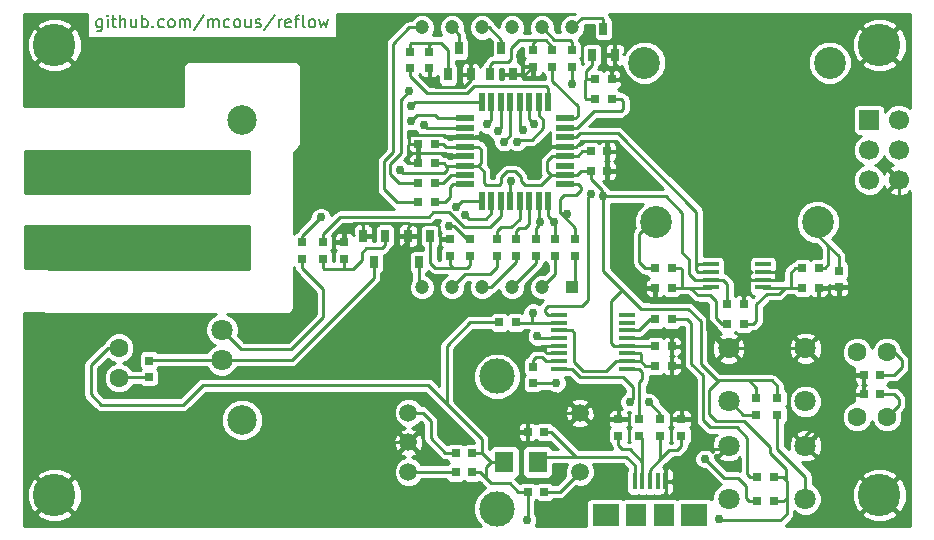
<source format=gtl>
G04 (created by PCBNEW (2013-07-07 BZR 4022)-stable) date 11/5/2013 3:30:23 PM*
%MOIN*%
G04 Gerber Fmt 3.4, Leading zero omitted, Abs format*
%FSLAX34Y34*%
G01*
G70*
G90*
G04 APERTURE LIST*
%ADD10C,0.006*%
%ADD11C,0.008*%
%ADD12C,0.0787*%
%ADD13C,0.0709*%
%ADD14C,0.0984*%
%ADD15R,0.0591X0.0197*%
%ADD16R,0.0197X0.0591*%
%ADD17C,0.1063*%
%ADD18R,0.0551X0.0138*%
%ADD19C,0.0708661*%
%ADD20R,0.0255906X0.0417323*%
%ADD21C,0.0590551*%
%ADD22C,0.11811*%
%ADD23R,0.0433071X0.0433071*%
%ADD24C,0.0472441*%
%ADD25R,0.0551181X0.015748*%
%ADD26R,0.015748X0.0551181*%
%ADD27R,0.0905512X0.0748031*%
%ADD28R,0.0708661X0.0748031*%
%ADD29R,0.0669291X0.0669291*%
%ADD30C,0.0669291*%
%ADD31R,0.0629921X0.0708661*%
%ADD32R,0.0275591X0.0275591*%
%ADD33C,0.0629921*%
%ADD34R,0.0787402X0.0787402*%
%ADD35C,0.0787402*%
%ADD36C,0.141732*%
%ADD37C,0.03*%
%ADD38C,0.01*%
G04 APERTURE END LIST*
G54D10*
G54D11*
X2833Y17104D02*
X2833Y16780D01*
X2814Y16742D01*
X2795Y16723D01*
X2757Y16704D01*
X2700Y16704D01*
X2661Y16723D01*
X2833Y16857D02*
X2795Y16838D01*
X2719Y16838D01*
X2680Y16857D01*
X2661Y16876D01*
X2642Y16914D01*
X2642Y17028D01*
X2661Y17066D01*
X2680Y17085D01*
X2719Y17104D01*
X2795Y17104D01*
X2833Y17085D01*
X3023Y16838D02*
X3023Y17104D01*
X3023Y17238D02*
X3004Y17219D01*
X3023Y17200D01*
X3042Y17219D01*
X3023Y17238D01*
X3023Y17200D01*
X3157Y17104D02*
X3309Y17104D01*
X3214Y17238D02*
X3214Y16895D01*
X3233Y16857D01*
X3271Y16838D01*
X3309Y16838D01*
X3442Y16838D02*
X3442Y17238D01*
X3614Y16838D02*
X3614Y17047D01*
X3595Y17085D01*
X3557Y17104D01*
X3500Y17104D01*
X3461Y17085D01*
X3442Y17066D01*
X3976Y17104D02*
X3976Y16838D01*
X3804Y17104D02*
X3804Y16895D01*
X3823Y16857D01*
X3861Y16838D01*
X3919Y16838D01*
X3957Y16857D01*
X3976Y16876D01*
X4166Y16838D02*
X4166Y17238D01*
X4166Y17085D02*
X4204Y17104D01*
X4280Y17104D01*
X4319Y17085D01*
X4338Y17066D01*
X4357Y17028D01*
X4357Y16914D01*
X4338Y16876D01*
X4319Y16857D01*
X4280Y16838D01*
X4204Y16838D01*
X4166Y16857D01*
X4528Y16876D02*
X4547Y16857D01*
X4528Y16838D01*
X4509Y16857D01*
X4528Y16876D01*
X4528Y16838D01*
X4890Y16857D02*
X4852Y16838D01*
X4776Y16838D01*
X4738Y16857D01*
X4719Y16876D01*
X4700Y16914D01*
X4700Y17028D01*
X4719Y17066D01*
X4738Y17085D01*
X4776Y17104D01*
X4852Y17104D01*
X4890Y17085D01*
X5119Y16838D02*
X5080Y16857D01*
X5061Y16876D01*
X5042Y16914D01*
X5042Y17028D01*
X5061Y17066D01*
X5080Y17085D01*
X5119Y17104D01*
X5176Y17104D01*
X5214Y17085D01*
X5233Y17066D01*
X5252Y17028D01*
X5252Y16914D01*
X5233Y16876D01*
X5214Y16857D01*
X5176Y16838D01*
X5119Y16838D01*
X5423Y16838D02*
X5423Y17104D01*
X5423Y17066D02*
X5442Y17085D01*
X5480Y17104D01*
X5538Y17104D01*
X5576Y17085D01*
X5595Y17047D01*
X5595Y16838D01*
X5595Y17047D02*
X5614Y17085D01*
X5652Y17104D01*
X5709Y17104D01*
X5747Y17085D01*
X5766Y17047D01*
X5766Y16838D01*
X6242Y17257D02*
X5900Y16742D01*
X6376Y16838D02*
X6376Y17104D01*
X6376Y17066D02*
X6395Y17085D01*
X6433Y17104D01*
X6490Y17104D01*
X6528Y17085D01*
X6547Y17047D01*
X6547Y16838D01*
X6547Y17047D02*
X6566Y17085D01*
X6604Y17104D01*
X6661Y17104D01*
X6700Y17085D01*
X6719Y17047D01*
X6719Y16838D01*
X7080Y16857D02*
X7042Y16838D01*
X6966Y16838D01*
X6928Y16857D01*
X6909Y16876D01*
X6890Y16914D01*
X6890Y17028D01*
X6909Y17066D01*
X6928Y17085D01*
X6966Y17104D01*
X7042Y17104D01*
X7080Y17085D01*
X7309Y16838D02*
X7271Y16857D01*
X7252Y16876D01*
X7233Y16914D01*
X7233Y17028D01*
X7252Y17066D01*
X7271Y17085D01*
X7309Y17104D01*
X7366Y17104D01*
X7404Y17085D01*
X7423Y17066D01*
X7442Y17028D01*
X7442Y16914D01*
X7423Y16876D01*
X7404Y16857D01*
X7366Y16838D01*
X7309Y16838D01*
X7785Y17104D02*
X7785Y16838D01*
X7614Y17104D02*
X7614Y16895D01*
X7633Y16857D01*
X7671Y16838D01*
X7728Y16838D01*
X7766Y16857D01*
X7785Y16876D01*
X7957Y16857D02*
X7995Y16838D01*
X8071Y16838D01*
X8109Y16857D01*
X8128Y16895D01*
X8128Y16914D01*
X8109Y16952D01*
X8071Y16971D01*
X8014Y16971D01*
X7976Y16990D01*
X7957Y17028D01*
X7957Y17047D01*
X7976Y17085D01*
X8014Y17104D01*
X8071Y17104D01*
X8109Y17085D01*
X8585Y17257D02*
X8242Y16742D01*
X8719Y16838D02*
X8719Y17104D01*
X8719Y17028D02*
X8738Y17066D01*
X8757Y17085D01*
X8795Y17104D01*
X8833Y17104D01*
X9119Y16857D02*
X9080Y16838D01*
X9004Y16838D01*
X8966Y16857D01*
X8947Y16895D01*
X8947Y17047D01*
X8966Y17085D01*
X9004Y17104D01*
X9080Y17104D01*
X9119Y17085D01*
X9138Y17047D01*
X9138Y17009D01*
X8947Y16971D01*
X9252Y17104D02*
X9404Y17104D01*
X9309Y16838D02*
X9309Y17180D01*
X9328Y17219D01*
X9366Y17238D01*
X9404Y17238D01*
X9595Y16838D02*
X9557Y16857D01*
X9538Y16895D01*
X9538Y17238D01*
X9804Y16838D02*
X9766Y16857D01*
X9747Y16876D01*
X9728Y16914D01*
X9728Y17028D01*
X9747Y17066D01*
X9766Y17085D01*
X9804Y17104D01*
X9861Y17104D01*
X9899Y17085D01*
X9919Y17066D01*
X9938Y17028D01*
X9938Y16914D01*
X9919Y16876D01*
X9899Y16857D01*
X9861Y16838D01*
X9804Y16838D01*
X10071Y17104D02*
X10147Y16838D01*
X10223Y17028D01*
X10299Y16838D01*
X10376Y17104D01*
G54D12*
X6831Y11750D03*
X6831Y9750D03*
G54D13*
X6831Y6750D03*
X6831Y5750D03*
G54D14*
X7500Y3750D03*
X7500Y13750D03*
G54D15*
X14946Y13802D03*
X14946Y13487D03*
X14946Y13172D03*
X14946Y12857D03*
X14946Y12543D03*
X14946Y12228D03*
X14946Y11913D03*
X14946Y11598D03*
G54D16*
X15498Y11046D03*
X15813Y11046D03*
X16128Y11046D03*
X16443Y11046D03*
X16757Y11046D03*
X17072Y11046D03*
X17387Y11046D03*
X17702Y11046D03*
G54D15*
X18254Y11598D03*
X18254Y11913D03*
X18254Y12228D03*
X18254Y12543D03*
X18254Y12857D03*
X18254Y13172D03*
X18254Y13487D03*
X18254Y13802D03*
G54D16*
X17702Y14354D03*
X17387Y14354D03*
X17072Y14354D03*
X16757Y14354D03*
X16443Y14354D03*
X16128Y14354D03*
X15813Y14354D03*
X15498Y14354D03*
G54D17*
X21303Y10343D03*
X26697Y10343D03*
X20909Y15657D03*
X27091Y15657D03*
G54D18*
X20332Y5454D03*
X20332Y5710D03*
X20332Y5966D03*
X20332Y6222D03*
X20332Y6478D03*
X20332Y6734D03*
X20332Y6990D03*
X20332Y7246D03*
X18068Y7246D03*
X18068Y6990D03*
X18068Y6734D03*
X18068Y6478D03*
X18068Y6222D03*
X18068Y5966D03*
X18068Y5710D03*
X18068Y5454D03*
G54D19*
X23720Y2885D03*
X26279Y2885D03*
X23720Y1114D03*
X26279Y1114D03*
X23720Y6135D03*
X26279Y6135D03*
X23720Y4364D03*
X26279Y4364D03*
G54D20*
X19175Y15916D03*
X19550Y16783D03*
X19924Y15916D03*
X15775Y15266D03*
X16150Y16133D03*
X16524Y15266D03*
X14375Y15266D03*
X14750Y16133D03*
X15124Y15266D03*
X13774Y9883D03*
X13400Y9016D03*
X13025Y9883D03*
X12274Y9883D03*
X11900Y9016D03*
X11525Y9883D03*
G54D21*
X18755Y2015D03*
X13047Y2015D03*
X13047Y3000D03*
X13047Y3984D03*
X18755Y3984D03*
G54D22*
X16000Y5204D03*
X16000Y795D03*
G54D23*
X18500Y8169D03*
G54D24*
X17500Y8169D03*
X16500Y8169D03*
X15500Y8169D03*
X14500Y8169D03*
X13500Y8169D03*
X13500Y16830D03*
X14500Y16830D03*
X15500Y16830D03*
X16500Y16830D03*
X17500Y16830D03*
X18500Y16830D03*
G54D25*
X24866Y8166D03*
X24866Y8422D03*
X24866Y8677D03*
X24866Y8933D03*
X23133Y8933D03*
X23133Y8677D03*
X23133Y8422D03*
X23133Y8166D03*
G54D26*
X20588Y1702D03*
X20844Y1702D03*
X21100Y1702D03*
X21355Y1702D03*
X21611Y1702D03*
G54D27*
X19623Y580D03*
X22576Y580D03*
G54D28*
X21552Y580D03*
X20647Y580D03*
G54D29*
X28400Y13750D03*
G54D30*
X29400Y13750D03*
X28400Y12750D03*
X29400Y12750D03*
X28400Y11750D03*
X29400Y11750D03*
G54D31*
X17351Y2350D03*
X16248Y2350D03*
G54D32*
X24674Y1850D03*
X25225Y1850D03*
X24674Y1050D03*
X25225Y1050D03*
X9500Y9675D03*
X9500Y9124D03*
X21825Y5550D03*
X21274Y5550D03*
X21825Y6200D03*
X21274Y6200D03*
X17575Y3350D03*
X17024Y3350D03*
X26725Y8800D03*
X26174Y8800D03*
X27400Y8174D03*
X27400Y8725D03*
X20050Y3775D03*
X20050Y3224D03*
X14624Y2650D03*
X15175Y2650D03*
X14624Y2000D03*
X15175Y2000D03*
X24650Y3924D03*
X24650Y4475D03*
X25350Y3924D03*
X25350Y4475D03*
X20750Y3224D03*
X20750Y3775D03*
X21450Y3224D03*
X21450Y3775D03*
X24225Y7600D03*
X23674Y7600D03*
X22150Y3775D03*
X22150Y3224D03*
X16074Y7000D03*
X16625Y7000D03*
X21274Y7100D03*
X21825Y7100D03*
X17200Y5525D03*
X17200Y4974D03*
X21274Y8800D03*
X21825Y8800D03*
X26725Y8150D03*
X26174Y8150D03*
X21825Y8150D03*
X21274Y8150D03*
X24225Y6950D03*
X23674Y6950D03*
X16000Y9775D03*
X16000Y9224D03*
X10900Y9124D03*
X10900Y9675D03*
X28224Y5250D03*
X28775Y5250D03*
X28224Y4600D03*
X28775Y4600D03*
X10200Y9124D03*
X10200Y9675D03*
X18500Y15524D03*
X18500Y16075D03*
X19274Y14450D03*
X19825Y14450D03*
X19274Y15100D03*
X19825Y15100D03*
X13925Y11000D03*
X13374Y11000D03*
X16650Y9775D03*
X16650Y9224D03*
X17950Y9775D03*
X17950Y9224D03*
X18600Y9775D03*
X18600Y9224D03*
X13925Y11650D03*
X13374Y11650D03*
X17575Y1350D03*
X17024Y1350D03*
X17300Y9775D03*
X17300Y9224D03*
X17850Y16075D03*
X17850Y15524D03*
X17200Y16075D03*
X17200Y15524D03*
X13100Y16025D03*
X13100Y15474D03*
X13750Y16025D03*
X13750Y15474D03*
X15100Y9224D03*
X15100Y9775D03*
X14450Y9224D03*
X14450Y9775D03*
X4400Y5174D03*
X4400Y5725D03*
X19675Y12700D03*
X19124Y12700D03*
X19675Y12050D03*
X19124Y12050D03*
X13374Y12950D03*
X13925Y12950D03*
X13374Y12300D03*
X13925Y12300D03*
G54D33*
X28000Y3850D03*
X29000Y3850D03*
X28000Y6000D03*
X29000Y6000D03*
X3400Y6150D03*
X3400Y5150D03*
G54D34*
X1350Y11750D03*
G54D35*
X1350Y9750D03*
G54D36*
X28750Y1250D03*
X28750Y16250D03*
X1250Y1250D03*
X1250Y16250D03*
G54D37*
X14390Y10220D03*
X16680Y13020D03*
X17230Y13620D03*
X16870Y13420D03*
X14640Y10850D03*
X14940Y10570D03*
X17890Y10330D03*
X17450Y10330D03*
X16220Y13010D03*
X17190Y7320D03*
X18340Y10620D03*
X18490Y14960D03*
X16460Y11710D03*
X13560Y13580D03*
X13130Y14220D03*
X13150Y13720D03*
X16020Y13370D03*
X19130Y11270D03*
X17340Y6530D03*
X15670Y13600D03*
X6250Y7000D03*
X500Y14500D03*
X1250Y14500D03*
X2250Y14500D03*
X3250Y14500D03*
X4250Y14500D03*
X5250Y14500D03*
X5250Y15500D03*
X5750Y16000D03*
X6750Y16000D03*
X7750Y16000D03*
X8750Y16000D03*
X9750Y16000D03*
X9750Y15000D03*
X9750Y14000D03*
X9750Y13000D03*
X9500Y12000D03*
X9500Y11000D03*
X9500Y8000D03*
X9500Y7000D03*
X8500Y7000D03*
X7500Y7000D03*
X5500Y7000D03*
X4500Y7000D03*
X3500Y7000D03*
X2500Y7000D03*
X1500Y7000D03*
X500Y7000D03*
X13500Y6280D03*
X20640Y13270D03*
X20360Y12450D03*
X17570Y12950D03*
X15340Y15900D03*
X16770Y15880D03*
X22930Y2460D03*
X17970Y4980D03*
X20420Y4350D03*
X21080Y4330D03*
X13080Y14700D03*
X23400Y450D03*
X17000Y400D03*
X12770Y12090D03*
X10130Y10500D03*
X19550Y11200D03*
G54D38*
X18254Y13487D02*
X18667Y13487D01*
X20150Y14450D02*
X19825Y14450D01*
X20210Y14390D02*
X20150Y14450D01*
X20210Y14110D02*
X20210Y14390D01*
X20140Y14040D02*
X20210Y14110D01*
X19220Y14040D02*
X20140Y14040D01*
X18667Y13487D02*
X19220Y14040D01*
X18254Y13802D02*
X18612Y13802D01*
X17850Y15060D02*
X17850Y15524D01*
X18690Y14220D02*
X17850Y15060D01*
X18690Y13880D02*
X18690Y14220D01*
X18612Y13802D02*
X18690Y13880D01*
X15480Y14870D02*
X15220Y14870D01*
X13670Y14640D02*
X13100Y15210D01*
X14990Y14640D02*
X13670Y14640D01*
X15220Y14870D02*
X14990Y14640D01*
X17702Y14354D02*
X17702Y14798D01*
X13100Y15210D02*
X13100Y15474D01*
X17630Y14870D02*
X15480Y14870D01*
X17702Y14798D02*
X17630Y14870D01*
X15100Y9775D02*
X15004Y9775D01*
X14560Y10220D02*
X14390Y10220D01*
X15004Y9775D02*
X14560Y10220D01*
X17387Y13913D02*
X17387Y14354D01*
X17550Y13750D02*
X17387Y13913D01*
X17550Y13470D02*
X17550Y13750D01*
X17170Y13090D02*
X17550Y13470D01*
X16750Y13090D02*
X17170Y13090D01*
X16680Y13020D02*
X16750Y13090D01*
X17072Y14354D02*
X17072Y13778D01*
X17072Y13778D02*
X17230Y13620D01*
X13047Y2015D02*
X14608Y2015D01*
X14608Y2015D02*
X14624Y2000D01*
X16757Y14354D02*
X16757Y13533D01*
X16757Y13533D02*
X16870Y13420D01*
X14624Y2650D02*
X14280Y2650D01*
X13525Y3984D02*
X13047Y3984D01*
X13800Y3710D02*
X13525Y3984D01*
X13800Y3130D02*
X13800Y3710D01*
X14280Y2650D02*
X13800Y3130D01*
X14270Y10670D02*
X14390Y10670D01*
X14390Y10670D02*
X14530Y10530D01*
X14900Y10180D02*
X15090Y10180D01*
X14550Y10530D02*
X14900Y10180D01*
X14530Y10530D02*
X14550Y10530D01*
X15490Y10180D02*
X15090Y10180D01*
X13870Y10670D02*
X13720Y10520D01*
X14270Y10670D02*
X13870Y10670D01*
X16128Y10548D02*
X16128Y11046D01*
X15760Y10180D02*
X16128Y10548D01*
X15490Y10180D02*
X15760Y10180D01*
X10200Y9940D02*
X10200Y9675D01*
X10780Y10520D02*
X10200Y9940D01*
X13720Y10520D02*
X10780Y10520D01*
X15498Y11046D02*
X14836Y11046D01*
X14836Y11046D02*
X14640Y10850D01*
X15813Y11046D02*
X15813Y10633D01*
X15060Y10450D02*
X14940Y10570D01*
X15630Y10450D02*
X15060Y10450D01*
X15813Y10633D02*
X15630Y10450D01*
X17920Y10300D02*
X17890Y10330D01*
X17950Y10300D02*
X17920Y10300D01*
X17950Y9775D02*
X17950Y10300D01*
X17702Y10548D02*
X17702Y11046D01*
X17950Y10300D02*
X17702Y10548D01*
X17387Y10267D02*
X17450Y10330D01*
X17387Y10250D02*
X17387Y10267D01*
X17387Y11046D02*
X17387Y10250D01*
X17387Y10250D02*
X17387Y10237D01*
X17300Y10150D02*
X17300Y9775D01*
X17387Y10237D02*
X17300Y10150D01*
X16443Y14354D02*
X16443Y13233D01*
X16443Y13233D02*
X16220Y13010D01*
X17160Y6990D02*
X17160Y7290D01*
X17160Y7290D02*
X17190Y7320D01*
X18068Y6990D02*
X17160Y6990D01*
X17160Y6990D02*
X16635Y6990D01*
X16635Y6990D02*
X16625Y7000D01*
X18330Y10630D02*
X18340Y10620D01*
X18120Y10630D02*
X18330Y10630D01*
X18254Y11598D02*
X18702Y11598D01*
X18600Y10150D02*
X18600Y9775D01*
X18100Y10650D02*
X18120Y10630D01*
X18120Y10630D02*
X18600Y10150D01*
X18100Y11100D02*
X18100Y10650D01*
X18250Y11250D02*
X18100Y11100D01*
X18650Y11250D02*
X18250Y11250D01*
X18800Y11400D02*
X18650Y11250D01*
X18800Y11500D02*
X18800Y11400D01*
X18702Y11598D02*
X18800Y11500D01*
X16443Y11046D02*
X16443Y11693D01*
X18500Y14970D02*
X18500Y15524D01*
X18490Y14960D02*
X18500Y14970D01*
X16443Y11693D02*
X16460Y11710D01*
X14946Y11598D02*
X14548Y11598D01*
X14280Y11000D02*
X13925Y11000D01*
X14450Y11170D02*
X14280Y11000D01*
X14450Y11500D02*
X14450Y11170D01*
X14548Y11598D02*
X14450Y11500D01*
X17072Y11046D02*
X17072Y10272D01*
X16650Y10050D02*
X16650Y9775D01*
X16750Y10150D02*
X16650Y10050D01*
X16950Y10150D02*
X16750Y10150D01*
X17072Y10272D02*
X16950Y10150D01*
X13925Y11650D02*
X14200Y11650D01*
X14463Y11913D02*
X14946Y11913D01*
X14200Y11650D02*
X14463Y11913D01*
X16757Y11046D02*
X16757Y10457D01*
X16130Y10170D02*
X16000Y10040D01*
X16470Y10170D02*
X16130Y10170D01*
X16757Y10457D02*
X16470Y10170D01*
X16000Y10040D02*
X16000Y9775D01*
X14929Y13470D02*
X14946Y13487D01*
X13670Y13470D02*
X14929Y13470D01*
X13560Y13580D02*
X13670Y13470D01*
X17575Y1350D02*
X18090Y1350D01*
X18090Y1350D02*
X18755Y2015D01*
X13264Y14354D02*
X15498Y14354D01*
X13130Y14220D02*
X13264Y14354D01*
X26279Y1114D02*
X26279Y1860D01*
X25350Y2790D02*
X25350Y3924D01*
X26279Y1860D02*
X25350Y2790D01*
X14018Y13802D02*
X14946Y13802D01*
X13920Y13900D02*
X14018Y13802D01*
X13330Y13900D02*
X13920Y13900D01*
X13150Y13720D02*
X13330Y13900D01*
X23720Y4364D02*
X23775Y4364D01*
X24215Y3924D02*
X24650Y3924D01*
X23775Y4364D02*
X24215Y3924D01*
X22645Y9930D02*
X22645Y10695D01*
X20040Y13300D02*
X19800Y13300D01*
X22645Y10695D02*
X20040Y13300D01*
X22645Y8880D02*
X22645Y9930D01*
X18642Y13172D02*
X18254Y13172D01*
X18770Y13300D02*
X18642Y13172D01*
X19800Y13300D02*
X18770Y13300D01*
X23133Y8677D02*
X22702Y8677D01*
X22698Y8933D02*
X23133Y8933D01*
X22645Y8880D02*
X22698Y8933D01*
X22645Y8735D02*
X22645Y8880D01*
X22702Y8677D02*
X22645Y8735D01*
X16128Y14354D02*
X16128Y13478D01*
X16128Y13478D02*
X16020Y13370D01*
X19040Y10160D02*
X19040Y11180D01*
X19040Y11180D02*
X19130Y11270D01*
X18068Y7246D02*
X17694Y7246D01*
X19040Y10160D02*
X19040Y10160D01*
X19040Y7750D02*
X19040Y10160D01*
X18850Y7560D02*
X19040Y7750D01*
X17700Y7560D02*
X18850Y7560D01*
X17590Y7450D02*
X17700Y7560D01*
X17590Y7350D02*
X17590Y7450D01*
X17694Y7246D02*
X17590Y7350D01*
X17392Y6478D02*
X17340Y6530D01*
X18068Y6478D02*
X17392Y6478D01*
X15813Y13743D02*
X15813Y14354D01*
X15670Y13600D02*
X15813Y13743D01*
X2250Y14500D02*
X1250Y14500D01*
X4250Y14500D02*
X3250Y14500D01*
X5250Y15500D02*
X5250Y14500D01*
X6750Y16000D02*
X5750Y16000D01*
X8750Y16000D02*
X7750Y16000D01*
X9750Y15000D02*
X9750Y16000D01*
X9750Y13000D02*
X9750Y14000D01*
X9500Y11000D02*
X9500Y12000D01*
X9500Y7000D02*
X9500Y8000D01*
X7500Y7000D02*
X8500Y7000D01*
X6250Y7000D02*
X6260Y7000D01*
X13047Y3000D02*
X9500Y3000D01*
X3500Y7000D02*
X4500Y7000D01*
X1500Y7000D02*
X2500Y7000D01*
X500Y5000D02*
X500Y7000D01*
X3250Y2250D02*
X500Y5000D01*
X8750Y2250D02*
X3250Y2250D01*
X9500Y3000D02*
X8750Y2250D01*
X6250Y7000D02*
X5500Y7000D01*
X13025Y9883D02*
X13025Y9705D01*
X12590Y7190D02*
X13500Y6280D01*
X12590Y9270D02*
X12590Y7190D01*
X13025Y9705D02*
X12590Y9270D01*
X20055Y12390D02*
X20300Y12390D01*
X21240Y13870D02*
X21240Y14240D01*
X20640Y13270D02*
X21240Y13870D01*
X20300Y12390D02*
X20360Y12450D01*
X25460Y10640D02*
X24840Y10640D01*
X24840Y10640D02*
X21240Y14240D01*
X20580Y14590D02*
X20070Y15100D01*
X21240Y14240D02*
X20890Y14590D01*
X20890Y14590D02*
X20580Y14590D01*
X23720Y6135D02*
X23614Y6135D01*
X20940Y8150D02*
X21274Y8150D01*
X20860Y8070D02*
X20940Y8150D01*
X20860Y7960D02*
X20860Y8070D01*
X21140Y7680D02*
X20860Y7960D01*
X22670Y7680D02*
X21140Y7680D01*
X23010Y7340D02*
X22670Y7680D01*
X23010Y6740D02*
X23010Y7340D01*
X23614Y6135D02*
X23010Y6740D01*
X17580Y12857D02*
X17580Y12940D01*
X17580Y12940D02*
X17570Y12950D01*
X15124Y15266D02*
X15124Y15684D01*
X15124Y15684D02*
X15340Y15900D01*
X16840Y15810D02*
X16840Y15266D01*
X16770Y15880D02*
X16840Y15810D01*
X14946Y13172D02*
X15528Y13172D01*
X17287Y12857D02*
X17580Y12857D01*
X17580Y12857D02*
X18254Y12857D01*
X17120Y12690D02*
X17287Y12857D01*
X16010Y12690D02*
X17120Y12690D01*
X15528Y13172D02*
X16010Y12690D01*
X16904Y3984D02*
X15295Y3984D01*
X15210Y6180D02*
X17580Y6180D01*
X14990Y5960D02*
X15210Y6180D01*
X14990Y4290D02*
X14990Y5960D01*
X15295Y3984D02*
X14990Y4290D01*
X23720Y6135D02*
X26279Y6135D01*
X26279Y2885D02*
X26279Y3229D01*
X26279Y3229D02*
X27750Y4700D01*
X22200Y5650D02*
X22200Y4290D01*
X22200Y4290D02*
X22280Y4210D01*
X20332Y6478D02*
X20828Y6478D01*
X22200Y6560D02*
X22200Y6150D01*
X22090Y6670D02*
X22200Y6560D01*
X21020Y6670D02*
X22090Y6670D01*
X20828Y6478D02*
X21020Y6670D01*
X14450Y9775D02*
X14184Y9775D01*
X14070Y9890D02*
X14070Y10200D01*
X14184Y9775D02*
X14070Y9890D01*
X14070Y10200D02*
X13990Y10280D01*
X27750Y5100D02*
X27210Y5640D01*
X26775Y5640D02*
X26279Y6135D01*
X27210Y5640D02*
X26775Y5640D01*
X19924Y15916D02*
X19924Y15615D01*
X19924Y15615D02*
X20140Y15400D01*
X20140Y15400D02*
X20140Y15170D01*
X20140Y15170D02*
X20070Y15100D01*
X20070Y15100D02*
X19825Y15100D01*
X28224Y4600D02*
X27850Y4600D01*
X27900Y5250D02*
X28224Y5250D01*
X27750Y5100D02*
X27900Y5250D01*
X27750Y4700D02*
X27750Y5100D01*
X27850Y4600D02*
X27750Y4700D01*
X25310Y8530D02*
X25320Y8530D01*
X28210Y10450D02*
X29400Y10450D01*
X27110Y11550D02*
X28210Y10450D01*
X26220Y11550D02*
X27110Y11550D01*
X25460Y10790D02*
X26220Y11550D01*
X25460Y8670D02*
X25460Y10640D01*
X25460Y10640D02*
X25460Y10790D01*
X25320Y8530D02*
X25460Y8670D01*
X27320Y7820D02*
X28050Y7820D01*
X29400Y10030D02*
X29400Y10450D01*
X28050Y7820D02*
X29400Y9170D01*
X29400Y9170D02*
X29400Y10030D01*
X29400Y10450D02*
X29400Y11750D01*
X27320Y7820D02*
X27320Y7176D01*
X27320Y7176D02*
X26279Y6135D01*
X21825Y5550D02*
X22100Y5550D01*
X22150Y6200D02*
X21825Y6200D01*
X22200Y6150D02*
X22150Y6200D01*
X22200Y5650D02*
X22200Y6150D01*
X22100Y5550D02*
X22200Y5650D01*
X18755Y3984D02*
X16904Y3984D01*
X16690Y3350D02*
X17024Y3350D01*
X16600Y3440D02*
X16690Y3350D01*
X16600Y3680D02*
X16600Y3440D01*
X16904Y3984D02*
X16600Y3680D01*
X20050Y3775D02*
X20050Y4100D01*
X20050Y4100D02*
X19940Y4210D01*
X19940Y4210D02*
X18981Y4210D01*
X18981Y4210D02*
X18755Y3984D01*
X11460Y10310D02*
X13060Y10310D01*
X13060Y10310D02*
X13110Y10260D01*
X18068Y5966D02*
X17674Y5966D01*
X17580Y6060D02*
X17580Y6180D01*
X17674Y5966D02*
X17580Y6060D01*
X17580Y6180D02*
X17622Y6222D01*
X17622Y6222D02*
X18068Y6222D01*
X24225Y7600D02*
X24225Y8225D01*
X24422Y8422D02*
X24866Y8422D01*
X24225Y8225D02*
X24422Y8422D01*
X24866Y8677D02*
X25272Y8677D01*
X25262Y8422D02*
X24866Y8422D01*
X25310Y8470D02*
X25262Y8422D01*
X25310Y8640D02*
X25310Y8530D01*
X25310Y8530D02*
X25310Y8470D01*
X25272Y8677D02*
X25310Y8640D01*
X26725Y8150D02*
X27010Y8150D01*
X27400Y7900D02*
X27400Y8174D01*
X27320Y7820D02*
X27400Y7900D01*
X27130Y7820D02*
X27320Y7820D01*
X27060Y7890D02*
X27130Y7820D01*
X27060Y8100D02*
X27060Y7890D01*
X27010Y8150D02*
X27060Y8100D01*
X20055Y12755D02*
X20055Y12390D01*
X20055Y12390D02*
X20055Y12145D01*
X19960Y12050D02*
X19675Y12050D01*
X20055Y12145D02*
X19960Y12050D01*
X18254Y12857D02*
X18617Y12857D01*
X18617Y12857D02*
X18800Y13040D01*
X18800Y13040D02*
X19980Y13040D01*
X19980Y13040D02*
X20060Y12960D01*
X20060Y12960D02*
X20060Y12760D01*
X20060Y12760D02*
X20055Y12755D01*
X20000Y12700D02*
X19675Y12700D01*
X20055Y12755D02*
X20000Y12700D01*
X22610Y2770D02*
X23604Y2770D01*
X23604Y2770D02*
X23720Y2885D01*
X21611Y1702D02*
X21611Y2181D01*
X22150Y4080D02*
X22150Y3775D01*
X22280Y4210D02*
X22150Y4080D01*
X22440Y4210D02*
X22280Y4210D01*
X22610Y2770D02*
X22610Y4040D01*
X22610Y4040D02*
X22440Y4210D01*
X22350Y2510D02*
X22610Y2770D01*
X21940Y2510D02*
X22350Y2510D01*
X21611Y2181D02*
X21940Y2510D01*
X13750Y15474D02*
X13750Y15070D01*
X15124Y15074D02*
X15124Y15266D01*
X14910Y14860D02*
X15124Y15074D01*
X13960Y14860D02*
X14910Y14860D01*
X13750Y15070D02*
X13960Y14860D01*
X16524Y15266D02*
X16840Y15266D01*
X16840Y15266D02*
X16942Y15266D01*
X16942Y15266D02*
X17200Y15524D01*
X10900Y9675D02*
X10900Y9990D01*
X11525Y10244D02*
X11525Y9883D01*
X11460Y10310D02*
X11525Y10244D01*
X11220Y10310D02*
X11460Y10310D01*
X10900Y9990D02*
X11220Y10310D01*
X13990Y10280D02*
X13130Y10280D01*
X13130Y10280D02*
X13110Y10260D01*
X13025Y10175D02*
X13025Y9883D01*
X13110Y10260D02*
X13025Y10175D01*
X13080Y12950D02*
X13030Y12900D01*
X13030Y12900D02*
X13030Y12580D01*
X14946Y13172D02*
X14338Y13172D01*
X13080Y12950D02*
X13374Y12950D01*
X13060Y12970D02*
X13080Y12950D01*
X13060Y13210D02*
X13060Y12970D01*
X13110Y13260D02*
X13060Y13210D01*
X14250Y13260D02*
X13110Y13260D01*
X14338Y13172D02*
X14250Y13260D01*
X14946Y12543D02*
X14347Y12543D01*
X14347Y12543D02*
X14260Y12630D01*
X14260Y12630D02*
X13080Y12630D01*
X13080Y12630D02*
X13030Y12580D01*
X13040Y12300D02*
X13374Y12300D01*
X13030Y12580D02*
X13030Y12310D01*
X13030Y12310D02*
X13040Y12300D01*
X18500Y16075D02*
X18500Y16350D01*
X17910Y16420D02*
X17500Y16830D01*
X18430Y16420D02*
X17910Y16420D01*
X18500Y16350D02*
X18430Y16420D01*
X16000Y9224D02*
X16000Y8840D01*
X14930Y8600D02*
X14500Y8169D01*
X15760Y8600D02*
X14930Y8600D01*
X16000Y8840D02*
X15760Y8600D01*
X17300Y9224D02*
X17300Y8969D01*
X17300Y8969D02*
X16500Y8169D01*
X18960Y15100D02*
X18960Y15370D01*
X19175Y15585D02*
X19175Y15916D01*
X18960Y15370D02*
X19175Y15585D01*
X19274Y14450D02*
X18960Y14450D01*
X18960Y15100D02*
X19274Y15100D01*
X18920Y15060D02*
X18960Y15100D01*
X18920Y14490D02*
X18920Y15060D01*
X18960Y14450D02*
X18920Y14490D01*
X9500Y9124D02*
X9500Y8810D01*
X7471Y6110D02*
X6831Y6750D01*
X9140Y6110D02*
X7471Y6110D01*
X10210Y7180D02*
X9140Y6110D01*
X10210Y8100D02*
X10210Y7180D01*
X9500Y8810D02*
X10210Y8100D01*
X13810Y16320D02*
X13150Y16320D01*
X13100Y16270D02*
X13100Y16025D01*
X13150Y16320D02*
X13100Y16270D01*
X14375Y15266D02*
X14375Y16084D01*
X13750Y16260D02*
X13750Y16025D01*
X13810Y16320D02*
X13750Y16260D01*
X14140Y16320D02*
X13810Y16320D01*
X14375Y16084D02*
X14140Y16320D01*
X13774Y9883D02*
X13774Y8995D01*
X13950Y8820D02*
X14550Y8820D01*
X13774Y8995D02*
X13950Y8820D01*
X15100Y9224D02*
X15100Y8920D01*
X14450Y8920D02*
X14450Y9224D01*
X14550Y8820D02*
X14450Y8920D01*
X15000Y8820D02*
X14550Y8820D01*
X15100Y8920D02*
X15000Y8820D01*
X19550Y16783D02*
X19550Y17110D01*
X18829Y17160D02*
X18500Y16830D01*
X19500Y17160D02*
X18829Y17160D01*
X19550Y17110D02*
X19500Y17160D01*
X28775Y4600D02*
X29250Y4600D01*
X29400Y4250D02*
X29000Y3850D01*
X29400Y4450D02*
X29400Y4250D01*
X29250Y4600D02*
X29400Y4450D01*
X16150Y16133D02*
X16150Y16400D01*
X15719Y16830D02*
X15500Y16830D01*
X16150Y16400D02*
X15719Y16830D01*
X29000Y6000D02*
X29250Y6000D01*
X29250Y5250D02*
X28775Y5250D01*
X29500Y5500D02*
X29250Y5250D01*
X29500Y5750D02*
X29500Y5500D01*
X29250Y6000D02*
X29500Y5750D01*
X17310Y16410D02*
X16720Y16410D01*
X16460Y15780D02*
X16370Y15690D01*
X16460Y16150D02*
X16460Y15780D01*
X16720Y16410D02*
X16460Y16150D01*
X15775Y15266D02*
X15775Y15585D01*
X15775Y15585D02*
X15880Y15690D01*
X15880Y15690D02*
X16370Y15690D01*
X17850Y16075D02*
X17850Y16180D01*
X17200Y16300D02*
X17200Y16075D01*
X17310Y16410D02*
X17200Y16300D01*
X17620Y16410D02*
X17310Y16410D01*
X17850Y16180D02*
X17620Y16410D01*
X20332Y6734D02*
X20734Y6734D01*
X21100Y7100D02*
X21274Y7100D01*
X20734Y6734D02*
X21100Y7100D01*
X17200Y5525D02*
X17200Y5750D01*
X17620Y5710D02*
X18068Y5710D01*
X17490Y5840D02*
X17620Y5710D01*
X17290Y5840D02*
X17490Y5840D01*
X17200Y5750D02*
X17290Y5840D01*
X23570Y1820D02*
X24040Y1820D01*
X22930Y2460D02*
X23570Y1820D01*
X24390Y1050D02*
X24674Y1050D01*
X24300Y1140D02*
X24390Y1050D01*
X24300Y1560D02*
X24300Y1140D01*
X24040Y1820D02*
X24300Y1560D01*
X17200Y4974D02*
X17964Y4974D01*
X17964Y4974D02*
X17970Y4980D01*
X21450Y3775D02*
X21450Y3960D01*
X18486Y5454D02*
X18068Y5454D01*
X18770Y5170D02*
X18486Y5454D01*
X20210Y5170D02*
X18770Y5170D01*
X20520Y4860D02*
X20210Y5170D01*
X20520Y4450D02*
X20520Y4860D01*
X20420Y4350D02*
X20520Y4450D01*
X21450Y3960D02*
X21080Y4330D01*
X21450Y2440D02*
X21750Y2740D01*
X22150Y2880D02*
X22150Y3224D01*
X22010Y2740D02*
X22150Y2880D01*
X21750Y2740D02*
X22010Y2740D01*
X21100Y1702D02*
X21100Y2090D01*
X21450Y2440D02*
X21450Y3224D01*
X21100Y2090D02*
X21450Y2440D01*
X22870Y4520D02*
X22870Y5230D01*
X22480Y6970D02*
X22350Y7100D01*
X22480Y5620D02*
X22480Y6970D01*
X22870Y5230D02*
X22480Y5620D01*
X24340Y1950D02*
X24440Y1850D01*
X24340Y3150D02*
X24340Y1950D01*
X23990Y3500D02*
X24340Y3150D01*
X23100Y3500D02*
X23990Y3500D01*
X22870Y3730D02*
X23100Y3500D01*
X22870Y4520D02*
X22870Y3730D01*
X24674Y1850D02*
X24440Y1850D01*
X22350Y7100D02*
X21825Y7100D01*
X21303Y10343D02*
X21133Y10343D01*
X20950Y8800D02*
X21274Y8800D01*
X20750Y9000D02*
X20950Y8800D01*
X20750Y9960D02*
X20750Y9000D01*
X21133Y10343D02*
X20750Y9960D01*
X6831Y5750D02*
X4424Y5750D01*
X4424Y5750D02*
X4400Y5725D01*
X6831Y5750D02*
X9160Y5750D01*
X11900Y8490D02*
X11900Y9016D01*
X9160Y5750D02*
X11900Y8490D01*
X20750Y3775D02*
X20750Y5000D01*
X20746Y5454D02*
X20332Y5454D01*
X20850Y5350D02*
X20746Y5454D01*
X20850Y5100D02*
X20850Y5350D01*
X20750Y5000D02*
X20850Y5100D01*
X20332Y5710D02*
X19970Y5710D01*
X18486Y6734D02*
X18068Y6734D01*
X18580Y6640D02*
X18486Y6734D01*
X18580Y5680D02*
X18580Y6640D01*
X18880Y5380D02*
X18580Y5680D01*
X19640Y5380D02*
X18880Y5380D01*
X19970Y5710D02*
X19640Y5380D01*
X20790Y5710D02*
X20790Y5940D01*
X20764Y5966D02*
X20332Y5966D01*
X20790Y5940D02*
X20764Y5966D01*
X20332Y5710D02*
X20790Y5710D01*
X20950Y5550D02*
X21274Y5550D01*
X20790Y5710D02*
X20950Y5550D01*
X13374Y11000D02*
X12670Y11000D01*
X12240Y12380D02*
X12540Y12680D01*
X12240Y11430D02*
X12240Y12380D01*
X12670Y11000D02*
X12240Y11430D01*
X13080Y16830D02*
X13500Y16830D01*
X12540Y16290D02*
X13080Y16830D01*
X12540Y12680D02*
X12540Y16290D01*
X4400Y5174D02*
X3424Y5174D01*
X3424Y5174D02*
X3400Y5150D01*
X20844Y2250D02*
X20844Y2345D01*
X20050Y2900D02*
X20050Y3224D01*
X20180Y2770D02*
X20050Y2900D01*
X20420Y2770D02*
X20180Y2770D01*
X20844Y2345D02*
X20420Y2770D01*
X20844Y1702D02*
X20844Y2250D01*
X20844Y2250D02*
X20844Y3130D01*
X20844Y3130D02*
X20750Y3224D01*
X10200Y9124D02*
X10200Y8800D01*
X10220Y8780D02*
X10940Y8780D01*
X10200Y8800D02*
X10220Y8780D01*
X10900Y9124D02*
X10900Y8820D01*
X12274Y9584D02*
X12274Y9883D01*
X12160Y9470D02*
X12274Y9584D01*
X11640Y9470D02*
X12160Y9470D01*
X11490Y9320D02*
X11640Y9470D01*
X11490Y9080D02*
X11490Y9320D01*
X11190Y8780D02*
X11490Y9080D01*
X10940Y8780D02*
X11190Y8780D01*
X10900Y8820D02*
X10940Y8780D01*
X14750Y16133D02*
X14750Y16580D01*
X14750Y16580D02*
X14500Y16830D01*
X13400Y9016D02*
X13400Y8269D01*
X13400Y8269D02*
X13500Y8169D01*
X16650Y9224D02*
X16650Y9020D01*
X15799Y8169D02*
X15500Y8169D01*
X16650Y9020D02*
X15799Y8169D01*
X23674Y6950D02*
X23500Y6950D01*
X22700Y7900D02*
X22450Y8150D01*
X23100Y7900D02*
X22700Y7900D01*
X23300Y7700D02*
X23100Y7900D01*
X23300Y7150D02*
X23300Y7700D01*
X23500Y6950D02*
X23300Y7150D01*
X21825Y8150D02*
X22450Y8150D01*
X22450Y8150D02*
X23117Y8150D01*
X23117Y8150D02*
X23133Y8166D01*
X21825Y8800D02*
X22120Y8800D01*
X22130Y8150D02*
X21825Y8150D01*
X22180Y8200D02*
X22130Y8150D01*
X22180Y8740D02*
X22180Y8200D01*
X22120Y8800D02*
X22180Y8740D01*
X26725Y8800D02*
X26920Y8800D01*
X27050Y8930D02*
X27050Y9560D01*
X26920Y8800D02*
X27050Y8930D01*
X26697Y10343D02*
X26697Y9913D01*
X27400Y9210D02*
X27400Y8725D01*
X26697Y9913D02*
X27050Y9560D01*
X27050Y9560D02*
X27400Y9210D01*
X24225Y6950D02*
X24550Y6950D01*
X25400Y7950D02*
X25600Y8150D01*
X25000Y7950D02*
X25400Y7950D01*
X24650Y7600D02*
X25000Y7950D01*
X24650Y7050D02*
X24650Y7600D01*
X24550Y6950D02*
X24650Y7050D01*
X26174Y8150D02*
X25600Y8150D01*
X25600Y8150D02*
X24882Y8150D01*
X24882Y8150D02*
X24866Y8166D01*
X26174Y8800D02*
X25930Y8800D01*
X25840Y8150D02*
X26174Y8150D01*
X25790Y8200D02*
X25840Y8150D01*
X25790Y8660D02*
X25790Y8200D01*
X25930Y8800D02*
X25790Y8660D01*
X17575Y3350D02*
X17810Y3350D01*
X18640Y2520D02*
X18700Y2520D01*
X17810Y3350D02*
X18640Y2520D01*
X20588Y1702D02*
X20588Y2231D01*
X17521Y2520D02*
X17351Y2350D01*
X20300Y2520D02*
X18700Y2520D01*
X18700Y2520D02*
X17521Y2520D01*
X20588Y2231D02*
X20300Y2520D01*
X17950Y9224D02*
X17950Y8619D01*
X17950Y8619D02*
X17500Y8169D01*
X18600Y9224D02*
X18600Y8269D01*
X18600Y8269D02*
X18500Y8169D01*
X13374Y11650D02*
X12740Y11650D01*
X12440Y12290D02*
X12790Y12640D01*
X12440Y11949D02*
X12440Y12290D01*
X12740Y11650D02*
X12440Y11949D01*
X12790Y14410D02*
X13080Y14700D01*
X12790Y12640D02*
X12790Y14410D01*
X17024Y1350D02*
X17024Y424D01*
X25660Y610D02*
X25660Y1160D01*
X25450Y400D02*
X25660Y610D01*
X23450Y400D02*
X25450Y400D01*
X23400Y450D02*
X23450Y400D01*
X17024Y424D02*
X17000Y400D01*
X14946Y12857D02*
X15383Y12857D01*
X15460Y12316D02*
X15372Y12228D01*
X15460Y12780D02*
X15460Y12316D01*
X15383Y12857D02*
X15460Y12780D01*
X17850Y12543D02*
X17833Y12543D01*
X17833Y12543D02*
X17670Y12380D01*
X17800Y11913D02*
X17800Y11910D01*
X17800Y11910D02*
X17460Y11570D01*
X17460Y11570D02*
X16950Y11570D01*
X16950Y11570D02*
X16800Y11720D01*
X16800Y11720D02*
X16800Y11840D01*
X16800Y11840D02*
X16610Y12030D01*
X16610Y12030D02*
X16340Y12030D01*
X16340Y12030D02*
X16140Y11830D01*
X16140Y11830D02*
X16140Y11640D01*
X16140Y11640D02*
X16070Y11570D01*
X16070Y11570D02*
X15620Y11570D01*
X15620Y11570D02*
X15560Y11630D01*
X15560Y11630D02*
X15560Y12040D01*
X15560Y12040D02*
X15372Y12228D01*
X14340Y12228D02*
X14340Y12080D01*
X12880Y11980D02*
X12770Y12090D01*
X14240Y11980D02*
X12880Y11980D01*
X14340Y12080D02*
X14240Y11980D01*
X9500Y9675D02*
X9500Y9870D01*
X9500Y9870D02*
X10130Y10500D01*
X14946Y12228D02*
X15372Y12228D01*
X22790Y6920D02*
X22790Y7040D01*
X20810Y7450D02*
X20680Y7580D01*
X22380Y7450D02*
X20810Y7450D01*
X22790Y7040D02*
X22380Y7450D01*
X18254Y11913D02*
X17800Y11913D01*
X17800Y11913D02*
X17797Y11913D01*
X17797Y11913D02*
X17670Y12040D01*
X17670Y12040D02*
X17670Y12380D01*
X17850Y12543D02*
X18254Y12543D01*
X3400Y6150D02*
X3030Y6150D01*
X13710Y4900D02*
X14320Y4290D01*
X6190Y4900D02*
X13710Y4900D01*
X5540Y4250D02*
X6190Y4900D01*
X2810Y4250D02*
X5540Y4250D01*
X2460Y4600D02*
X2810Y4250D01*
X2460Y5580D02*
X2460Y4600D01*
X3030Y6150D02*
X2460Y5580D01*
X15500Y2650D02*
X15500Y3110D01*
X15110Y7000D02*
X16074Y7000D01*
X14320Y6210D02*
X15110Y7000D01*
X14320Y4290D02*
X14320Y6210D01*
X15500Y3110D02*
X14320Y4290D01*
X20332Y6222D02*
X19888Y6222D01*
X19790Y7710D02*
X20170Y8090D01*
X19790Y6320D02*
X19790Y7710D01*
X19888Y6222D02*
X19790Y6320D01*
X23400Y5070D02*
X23330Y5070D01*
X23330Y5070D02*
X22790Y5610D01*
X22790Y5610D02*
X22790Y6920D01*
X20680Y7580D02*
X20170Y8090D01*
X19550Y8710D02*
X19550Y11200D01*
X20170Y8090D02*
X19550Y8710D01*
X19550Y11200D02*
X21620Y11200D01*
X21620Y11200D02*
X22180Y10640D01*
X22180Y10640D02*
X22180Y9320D01*
X22587Y8422D02*
X23133Y8422D01*
X22390Y9110D02*
X22180Y9320D01*
X22390Y8620D02*
X22390Y9110D01*
X22587Y8422D02*
X22390Y8620D01*
X24385Y5065D02*
X25155Y5065D01*
X25350Y4870D02*
X25350Y4475D01*
X25155Y5065D02*
X25350Y4870D01*
X25640Y1740D02*
X25640Y2100D01*
X24650Y4800D02*
X24650Y4475D01*
X24380Y5070D02*
X24385Y5065D01*
X24385Y5065D02*
X24650Y4800D01*
X23400Y5070D02*
X24380Y5070D01*
X23070Y4740D02*
X23400Y5070D01*
X23070Y3949D02*
X23070Y4740D01*
X23300Y3720D02*
X23070Y3949D01*
X24240Y3720D02*
X23300Y3720D01*
X25100Y2860D02*
X24240Y3720D01*
X25100Y2640D02*
X25100Y2860D01*
X25640Y2100D02*
X25100Y2640D01*
X19124Y11775D02*
X19124Y12050D01*
X19550Y11200D02*
X19500Y11250D01*
X19500Y11250D02*
X19500Y11400D01*
X19500Y11400D02*
X19124Y11775D01*
X20332Y6222D02*
X21252Y6222D01*
X21252Y6222D02*
X21274Y6200D01*
X23674Y7600D02*
X23674Y8275D01*
X23674Y8275D02*
X23527Y8422D01*
X23527Y8422D02*
X23133Y8422D01*
X18254Y12543D02*
X18693Y12543D01*
X18693Y12543D02*
X18850Y12700D01*
X18850Y12700D02*
X19124Y12700D01*
X18254Y11913D02*
X18663Y11913D01*
X18800Y12050D02*
X19124Y12050D01*
X18663Y11913D02*
X18800Y12050D01*
X15830Y2350D02*
X15800Y2350D01*
X15500Y2650D02*
X15175Y2650D01*
X15800Y2350D02*
X15500Y2650D01*
X15630Y1810D02*
X15430Y2010D01*
X15185Y2010D02*
X15175Y2000D01*
X15430Y2010D02*
X15185Y2010D01*
X17024Y1350D02*
X16700Y1350D01*
X15810Y2350D02*
X15830Y2350D01*
X15830Y2350D02*
X16248Y2350D01*
X15630Y2170D02*
X15810Y2350D01*
X15630Y1810D02*
X15630Y2170D01*
X15810Y1630D02*
X15630Y1810D01*
X16420Y1630D02*
X15810Y1630D01*
X16700Y1350D02*
X16420Y1630D01*
X25225Y1050D02*
X25550Y1050D01*
X25550Y1050D02*
X25660Y1160D01*
X25530Y1850D02*
X25225Y1850D01*
X25660Y1720D02*
X25640Y1740D01*
X25660Y1160D02*
X25660Y1720D01*
X25640Y1740D02*
X25530Y1850D01*
X14946Y12857D02*
X14303Y12857D01*
X14210Y12950D02*
X13925Y12950D01*
X14303Y12857D02*
X14210Y12950D01*
X14946Y12228D02*
X14340Y12228D01*
X14340Y12228D02*
X14302Y12228D01*
X14230Y12300D02*
X13925Y12300D01*
X14302Y12228D02*
X14230Y12300D01*
G54D10*
G36*
X9960Y7283D02*
X9036Y6360D01*
X7574Y6360D01*
X7358Y6575D01*
X7385Y6639D01*
X7385Y6859D01*
X7301Y7063D01*
X7145Y7219D01*
X7012Y7275D01*
X9000Y7275D01*
X9086Y7292D01*
X9159Y7340D01*
X9207Y7413D01*
X9225Y7500D01*
X9225Y8840D01*
X9248Y8817D01*
X9250Y8816D01*
X9250Y8810D01*
X9269Y8714D01*
X9323Y8633D01*
X9960Y7996D01*
X9960Y7283D01*
X9960Y7283D01*
G37*
G54D38*
X9960Y7283D02*
X9036Y6360D01*
X7574Y6360D01*
X7358Y6575D01*
X7385Y6639D01*
X7385Y6859D01*
X7301Y7063D01*
X7145Y7219D01*
X7012Y7275D01*
X9000Y7275D01*
X9086Y7292D01*
X9159Y7340D01*
X9207Y7413D01*
X9225Y7500D01*
X9225Y8840D01*
X9248Y8817D01*
X9250Y8816D01*
X9250Y8810D01*
X9269Y8714D01*
X9323Y8633D01*
X9960Y7996D01*
X9960Y7283D01*
G54D10*
G36*
X11305Y10270D02*
X11284Y10261D01*
X11228Y10204D01*
X11197Y10131D01*
X11198Y9958D01*
X11248Y9908D01*
X11215Y9908D01*
X11207Y9926D01*
X11151Y9982D01*
X11077Y10013D01*
X10998Y10013D01*
X10975Y10013D01*
X10925Y9963D01*
X10925Y9700D01*
X10932Y9700D01*
X10932Y9650D01*
X10925Y9650D01*
X10925Y9642D01*
X10875Y9642D01*
X10875Y9650D01*
X10875Y9700D01*
X10875Y9963D01*
X10825Y10013D01*
X10801Y10013D01*
X10722Y10013D01*
X10648Y9982D01*
X10592Y9926D01*
X10562Y9852D01*
X10562Y9750D01*
X10612Y9700D01*
X10875Y9700D01*
X10875Y9650D01*
X10612Y9650D01*
X10562Y9600D01*
X10562Y9498D01*
X10592Y9424D01*
X10617Y9400D01*
X10592Y9375D01*
X10562Y9302D01*
X10562Y9222D01*
X10562Y9030D01*
X10537Y9030D01*
X10537Y9301D01*
X10507Y9375D01*
X10482Y9399D01*
X10507Y9424D01*
X10537Y9497D01*
X10537Y9577D01*
X10537Y9852D01*
X10516Y9903D01*
X10883Y10270D01*
X11305Y10270D01*
X11305Y10270D01*
G37*
G54D38*
X11305Y10270D02*
X11284Y10261D01*
X11228Y10204D01*
X11197Y10131D01*
X11198Y9958D01*
X11248Y9908D01*
X11215Y9908D01*
X11207Y9926D01*
X11151Y9982D01*
X11077Y10013D01*
X10998Y10013D01*
X10975Y10013D01*
X10925Y9963D01*
X10925Y9700D01*
X10932Y9700D01*
X10932Y9650D01*
X10925Y9650D01*
X10925Y9642D01*
X10875Y9642D01*
X10875Y9650D01*
X10875Y9700D01*
X10875Y9963D01*
X10825Y10013D01*
X10801Y10013D01*
X10722Y10013D01*
X10648Y9982D01*
X10592Y9926D01*
X10562Y9852D01*
X10562Y9750D01*
X10612Y9700D01*
X10875Y9700D01*
X10875Y9650D01*
X10612Y9650D01*
X10562Y9600D01*
X10562Y9498D01*
X10592Y9424D01*
X10617Y9400D01*
X10592Y9375D01*
X10562Y9302D01*
X10562Y9222D01*
X10562Y9030D01*
X10537Y9030D01*
X10537Y9301D01*
X10507Y9375D01*
X10482Y9399D01*
X10507Y9424D01*
X10537Y9497D01*
X10537Y9577D01*
X10537Y9852D01*
X10516Y9903D01*
X10883Y10270D01*
X11305Y10270D01*
G54D10*
G36*
X12053Y10270D02*
X12032Y10261D01*
X11976Y10205D01*
X11946Y10131D01*
X11946Y10052D01*
X11946Y9720D01*
X11853Y9720D01*
X11853Y9808D01*
X11803Y9858D01*
X11550Y9858D01*
X11550Y9850D01*
X11500Y9850D01*
X11500Y9858D01*
X11493Y9858D01*
X11493Y9908D01*
X11500Y9908D01*
X11500Y9915D01*
X11550Y9915D01*
X11550Y9908D01*
X11803Y9908D01*
X11853Y9958D01*
X11853Y10131D01*
X11823Y10204D01*
X11767Y10261D01*
X11746Y10270D01*
X12053Y10270D01*
X12053Y10270D01*
G37*
G54D38*
X12053Y10270D02*
X12032Y10261D01*
X11976Y10205D01*
X11946Y10131D01*
X11946Y10052D01*
X11946Y9720D01*
X11853Y9720D01*
X11853Y9808D01*
X11803Y9858D01*
X11550Y9858D01*
X11550Y9850D01*
X11500Y9850D01*
X11500Y9858D01*
X11493Y9858D01*
X11493Y9908D01*
X11500Y9908D01*
X11500Y9915D01*
X11550Y9915D01*
X11550Y9908D01*
X11803Y9908D01*
X11853Y9958D01*
X11853Y10131D01*
X11823Y10204D01*
X11767Y10261D01*
X11746Y10270D01*
X12053Y10270D01*
G54D10*
G36*
X13165Y12625D02*
X13123Y12607D01*
X13067Y12551D01*
X13036Y12477D01*
X13036Y12398D01*
X13036Y12375D01*
X13086Y12325D01*
X13036Y12325D01*
X13036Y12318D01*
X12968Y12386D01*
X12913Y12409D01*
X12966Y12463D01*
X13020Y12544D01*
X13040Y12640D01*
X13040Y12764D01*
X13067Y12698D01*
X13123Y12642D01*
X13165Y12625D01*
X13165Y12625D01*
G37*
G54D38*
X13165Y12625D02*
X13123Y12607D01*
X13067Y12551D01*
X13036Y12477D01*
X13036Y12398D01*
X13036Y12375D01*
X13086Y12325D01*
X13036Y12325D01*
X13036Y12318D01*
X12968Y12386D01*
X12913Y12409D01*
X12966Y12463D01*
X13020Y12544D01*
X13040Y12640D01*
X13040Y12764D01*
X13067Y12698D01*
X13123Y12642D01*
X13165Y12625D01*
G54D10*
G36*
X13357Y13287D02*
X13349Y13287D01*
X13349Y13237D01*
X13299Y13287D01*
X13197Y13287D01*
X13123Y13257D01*
X13067Y13201D01*
X13040Y13135D01*
X13040Y13386D01*
X13080Y13370D01*
X13219Y13369D01*
X13260Y13387D01*
X13263Y13382D01*
X13357Y13287D01*
X13357Y13287D01*
G37*
G54D38*
X13357Y13287D02*
X13349Y13287D01*
X13349Y13237D01*
X13299Y13287D01*
X13197Y13287D01*
X13123Y13257D01*
X13067Y13201D01*
X13040Y13135D01*
X13040Y13386D01*
X13080Y13370D01*
X13219Y13369D01*
X13260Y13387D01*
X13263Y13382D01*
X13357Y13287D01*
G54D10*
G36*
X13436Y12625D02*
X13399Y12587D01*
X13399Y12325D01*
X13407Y12325D01*
X13407Y12275D01*
X13399Y12275D01*
X13399Y12267D01*
X13349Y12267D01*
X13349Y12275D01*
X13341Y12275D01*
X13341Y12325D01*
X13349Y12325D01*
X13349Y12587D01*
X13312Y12625D01*
X13349Y12662D01*
X13349Y12925D01*
X13341Y12925D01*
X13341Y12975D01*
X13349Y12975D01*
X13349Y12982D01*
X13399Y12982D01*
X13399Y12975D01*
X13407Y12975D01*
X13407Y12925D01*
X13399Y12925D01*
X13399Y12662D01*
X13436Y12625D01*
X13436Y12625D01*
G37*
G54D38*
X13436Y12625D02*
X13399Y12587D01*
X13399Y12325D01*
X13407Y12325D01*
X13407Y12275D01*
X13399Y12275D01*
X13399Y12267D01*
X13349Y12267D01*
X13349Y12275D01*
X13341Y12275D01*
X13341Y12325D01*
X13349Y12325D01*
X13349Y12587D01*
X13312Y12625D01*
X13349Y12662D01*
X13349Y12925D01*
X13341Y12925D01*
X13341Y12975D01*
X13349Y12975D01*
X13349Y12982D01*
X13399Y12982D01*
X13399Y12975D01*
X13407Y12975D01*
X13407Y12925D01*
X13399Y12925D01*
X13399Y12662D01*
X13436Y12625D01*
G54D10*
G36*
X14094Y10420D02*
X14093Y10418D01*
X14040Y10289D01*
X14040Y10236D01*
X14015Y10261D01*
X13941Y10291D01*
X13862Y10291D01*
X13819Y10291D01*
X13896Y10343D01*
X13973Y10420D01*
X14094Y10420D01*
X14094Y10420D01*
G37*
G54D38*
X14094Y10420D02*
X14093Y10418D01*
X14040Y10289D01*
X14040Y10236D01*
X14015Y10261D01*
X13941Y10291D01*
X13862Y10291D01*
X13819Y10291D01*
X13896Y10343D01*
X13973Y10420D01*
X14094Y10420D01*
G54D10*
G36*
X14133Y14890D02*
X13773Y14890D01*
X13416Y15246D01*
X13425Y15265D01*
X13442Y15223D01*
X13498Y15167D01*
X13572Y15136D01*
X13651Y15136D01*
X13675Y15136D01*
X13725Y15186D01*
X13725Y15449D01*
X13717Y15449D01*
X13717Y15499D01*
X13725Y15499D01*
X13725Y15507D01*
X13775Y15507D01*
X13775Y15499D01*
X13782Y15499D01*
X13782Y15449D01*
X13775Y15449D01*
X13775Y15186D01*
X13825Y15136D01*
X13848Y15136D01*
X13927Y15136D01*
X14001Y15167D01*
X14047Y15214D01*
X14047Y15018D01*
X14078Y14945D01*
X14133Y14890D01*
X14133Y14890D01*
G37*
G54D38*
X14133Y14890D02*
X13773Y14890D01*
X13416Y15246D01*
X13425Y15265D01*
X13442Y15223D01*
X13498Y15167D01*
X13572Y15136D01*
X13651Y15136D01*
X13675Y15136D01*
X13725Y15186D01*
X13725Y15449D01*
X13717Y15449D01*
X13717Y15499D01*
X13725Y15499D01*
X13725Y15507D01*
X13775Y15507D01*
X13775Y15499D01*
X13782Y15499D01*
X13782Y15449D01*
X13775Y15449D01*
X13775Y15186D01*
X13825Y15136D01*
X13848Y15136D01*
X13927Y15136D01*
X14001Y15167D01*
X14047Y15214D01*
X14047Y15018D01*
X14078Y14945D01*
X14133Y14890D01*
G54D10*
G36*
X14482Y9750D02*
X14475Y9750D01*
X14475Y9742D01*
X14425Y9742D01*
X14425Y9750D01*
X14162Y9750D01*
X14112Y9700D01*
X14112Y9598D01*
X14142Y9524D01*
X14167Y9500D01*
X14142Y9475D01*
X14112Y9402D01*
X14112Y9322D01*
X14112Y9070D01*
X14053Y9070D01*
X14024Y9099D01*
X14024Y9513D01*
X14071Y9560D01*
X14101Y9634D01*
X14102Y9714D01*
X14102Y10013D01*
X14126Y9988D01*
X14112Y9952D01*
X14112Y9850D01*
X14162Y9800D01*
X14425Y9800D01*
X14425Y9808D01*
X14475Y9808D01*
X14475Y9800D01*
X14482Y9800D01*
X14482Y9750D01*
X14482Y9750D01*
G37*
G54D38*
X14482Y9750D02*
X14475Y9750D01*
X14475Y9742D01*
X14425Y9742D01*
X14425Y9750D01*
X14162Y9750D01*
X14112Y9700D01*
X14112Y9598D01*
X14142Y9524D01*
X14167Y9500D01*
X14142Y9475D01*
X14112Y9402D01*
X14112Y9322D01*
X14112Y9070D01*
X14053Y9070D01*
X14024Y9099D01*
X14024Y9513D01*
X14071Y9560D01*
X14101Y9634D01*
X14102Y9714D01*
X14102Y10013D01*
X14126Y9988D01*
X14112Y9952D01*
X14112Y9850D01*
X14162Y9800D01*
X14425Y9800D01*
X14425Y9808D01*
X14475Y9808D01*
X14475Y9800D01*
X14482Y9800D01*
X14482Y9750D01*
G54D10*
G36*
X14978Y12526D02*
X14610Y12526D01*
X14590Y12518D01*
X14500Y12518D01*
X14460Y12478D01*
X14450Y12478D01*
X14450Y12484D01*
X14450Y12478D01*
X14404Y12478D01*
X14325Y12530D01*
X14233Y12549D01*
X14233Y12550D01*
X14176Y12607D01*
X14134Y12625D01*
X14176Y12642D01*
X14178Y12644D01*
X14207Y12626D01*
X14207Y12626D01*
X14303Y12607D01*
X14450Y12607D01*
X14450Y12601D01*
X14450Y12607D01*
X14461Y12607D01*
X14500Y12568D01*
X14587Y12568D01*
X14610Y12558D01*
X14690Y12558D01*
X14978Y12558D01*
X14978Y12526D01*
X14978Y12526D01*
G37*
G54D38*
X14978Y12526D02*
X14610Y12526D01*
X14590Y12518D01*
X14500Y12518D01*
X14460Y12478D01*
X14450Y12478D01*
X14450Y12484D01*
X14450Y12478D01*
X14404Y12478D01*
X14325Y12530D01*
X14233Y12549D01*
X14233Y12550D01*
X14176Y12607D01*
X14134Y12625D01*
X14176Y12642D01*
X14178Y12644D01*
X14207Y12626D01*
X14207Y12626D01*
X14303Y12607D01*
X14450Y12607D01*
X14450Y12601D01*
X14450Y12607D01*
X14461Y12607D01*
X14500Y12568D01*
X14587Y12568D01*
X14610Y12558D01*
X14690Y12558D01*
X14978Y12558D01*
X14978Y12526D01*
G54D10*
G36*
X15600Y1485D02*
X15552Y1465D01*
X15330Y1243D01*
X15209Y953D01*
X15209Y638D01*
X15329Y348D01*
X15452Y225D01*
X8192Y225D01*
X8192Y3887D01*
X8086Y4141D01*
X7892Y4336D01*
X7638Y4441D01*
X7362Y4442D01*
X7108Y4336D01*
X6913Y4142D01*
X6808Y3888D01*
X6807Y3612D01*
X6913Y3358D01*
X7107Y3163D01*
X7361Y3058D01*
X7637Y3057D01*
X7891Y3163D01*
X8086Y3357D01*
X8191Y3611D01*
X8192Y3887D01*
X8192Y225D01*
X2160Y225D01*
X2160Y1419D01*
X2026Y1755D01*
X2013Y1774D01*
X1887Y1851D01*
X1851Y1816D01*
X1851Y1887D01*
X1774Y2013D01*
X1441Y2156D01*
X1080Y2160D01*
X744Y2026D01*
X725Y2013D01*
X648Y1887D01*
X1250Y1285D01*
X1851Y1887D01*
X1851Y1816D01*
X1285Y1250D01*
X1887Y648D01*
X2013Y725D01*
X2156Y1058D01*
X2160Y1419D01*
X2160Y225D01*
X1851Y225D01*
X1851Y612D01*
X1250Y1214D01*
X1214Y1179D01*
X1214Y1250D01*
X612Y1851D01*
X486Y1774D01*
X343Y1441D01*
X339Y1080D01*
X473Y744D01*
X486Y725D01*
X612Y648D01*
X1214Y1250D01*
X1214Y1179D01*
X648Y612D01*
X725Y486D01*
X1058Y343D01*
X1419Y339D01*
X1755Y473D01*
X1774Y486D01*
X1851Y612D01*
X1851Y225D01*
X225Y225D01*
X225Y7300D01*
X902Y7300D01*
X913Y7292D01*
X1000Y7275D01*
X6649Y7275D01*
X6517Y7220D01*
X6361Y7064D01*
X6276Y6860D01*
X6276Y6640D01*
X6360Y6436D01*
X6516Y6280D01*
X6589Y6250D01*
X6517Y6220D01*
X6361Y6064D01*
X6334Y6000D01*
X4684Y6000D01*
X4651Y6032D01*
X4577Y6063D01*
X4498Y6063D01*
X4222Y6063D01*
X4149Y6033D01*
X4092Y5976D01*
X4062Y5903D01*
X4062Y5823D01*
X4062Y5548D01*
X4092Y5474D01*
X4117Y5450D01*
X4092Y5425D01*
X4092Y5424D01*
X3843Y5424D01*
X3836Y5441D01*
X3692Y5586D01*
X3538Y5650D01*
X3691Y5713D01*
X3836Y5857D01*
X3914Y6047D01*
X3915Y6251D01*
X3836Y6441D01*
X3692Y6586D01*
X3502Y6664D01*
X3298Y6665D01*
X3108Y6586D01*
X2963Y6442D01*
X2938Y6381D01*
X2934Y6380D01*
X2853Y6326D01*
X2283Y5756D01*
X2229Y5675D01*
X2210Y5580D01*
X2210Y4600D01*
X2229Y4504D01*
X2283Y4423D01*
X2633Y4073D01*
X2633Y4073D01*
X2714Y4019D01*
X2714Y4019D01*
X2790Y4003D01*
X2809Y4000D01*
X2809Y4000D01*
X2810Y4000D01*
X5540Y4000D01*
X5635Y4019D01*
X5716Y4073D01*
X6293Y4650D01*
X13606Y4650D01*
X14143Y4113D01*
X14143Y4113D01*
X15250Y3006D01*
X15250Y2987D01*
X14998Y2987D01*
X14924Y2957D01*
X14900Y2932D01*
X14875Y2957D01*
X14802Y2987D01*
X14722Y2987D01*
X14447Y2987D01*
X14373Y2957D01*
X14349Y2933D01*
X14050Y3233D01*
X14050Y3710D01*
X14030Y3805D01*
X13976Y3886D01*
X13702Y4161D01*
X13621Y4215D01*
X13525Y4234D01*
X13479Y4234D01*
X13467Y4264D01*
X13328Y4403D01*
X13146Y4479D01*
X12949Y4479D01*
X12767Y4404D01*
X12627Y4265D01*
X12552Y4083D01*
X12551Y3886D01*
X12627Y3704D01*
X12766Y3564D01*
X12939Y3492D01*
X12771Y3422D01*
X12743Y3338D01*
X13047Y3035D01*
X13350Y3338D01*
X13323Y3422D01*
X13152Y3491D01*
X13327Y3564D01*
X13459Y3696D01*
X13550Y3606D01*
X13550Y3130D01*
X13569Y3034D01*
X13623Y2953D01*
X14103Y2473D01*
X14184Y2419D01*
X14280Y2400D01*
X14316Y2400D01*
X14316Y2399D01*
X14373Y2342D01*
X14415Y2324D01*
X14373Y2307D01*
X14331Y2265D01*
X13543Y2265D01*
X13543Y2906D01*
X13541Y3103D01*
X13469Y3276D01*
X13386Y3303D01*
X13082Y3000D01*
X13386Y2696D01*
X13469Y2723D01*
X13543Y2906D01*
X13543Y2265D01*
X13479Y2265D01*
X13467Y2295D01*
X13328Y2435D01*
X13154Y2507D01*
X13323Y2577D01*
X13350Y2661D01*
X13047Y2964D01*
X13011Y2929D01*
X13011Y3000D01*
X12708Y3303D01*
X12624Y3276D01*
X12550Y3093D01*
X12553Y2896D01*
X12624Y2723D01*
X12708Y2696D01*
X13011Y3000D01*
X13011Y2929D01*
X12743Y2661D01*
X12771Y2577D01*
X12942Y2508D01*
X12767Y2435D01*
X12627Y2296D01*
X12552Y2114D01*
X12551Y1917D01*
X12627Y1735D01*
X12766Y1596D01*
X12948Y1520D01*
X13145Y1520D01*
X13327Y1595D01*
X13466Y1734D01*
X13479Y1765D01*
X14310Y1765D01*
X14316Y1749D01*
X14373Y1692D01*
X14446Y1662D01*
X14526Y1662D01*
X14801Y1662D01*
X14875Y1692D01*
X14899Y1717D01*
X14924Y1692D01*
X14997Y1662D01*
X15077Y1662D01*
X15352Y1662D01*
X15403Y1683D01*
X15453Y1633D01*
X15453Y1633D01*
X15600Y1485D01*
X15600Y1485D01*
G37*
G54D38*
X15600Y1485D02*
X15552Y1465D01*
X15330Y1243D01*
X15209Y953D01*
X15209Y638D01*
X15329Y348D01*
X15452Y225D01*
X8192Y225D01*
X8192Y3887D01*
X8086Y4141D01*
X7892Y4336D01*
X7638Y4441D01*
X7362Y4442D01*
X7108Y4336D01*
X6913Y4142D01*
X6808Y3888D01*
X6807Y3612D01*
X6913Y3358D01*
X7107Y3163D01*
X7361Y3058D01*
X7637Y3057D01*
X7891Y3163D01*
X8086Y3357D01*
X8191Y3611D01*
X8192Y3887D01*
X8192Y225D01*
X2160Y225D01*
X2160Y1419D01*
X2026Y1755D01*
X2013Y1774D01*
X1887Y1851D01*
X1851Y1816D01*
X1851Y1887D01*
X1774Y2013D01*
X1441Y2156D01*
X1080Y2160D01*
X744Y2026D01*
X725Y2013D01*
X648Y1887D01*
X1250Y1285D01*
X1851Y1887D01*
X1851Y1816D01*
X1285Y1250D01*
X1887Y648D01*
X2013Y725D01*
X2156Y1058D01*
X2160Y1419D01*
X2160Y225D01*
X1851Y225D01*
X1851Y612D01*
X1250Y1214D01*
X1214Y1179D01*
X1214Y1250D01*
X612Y1851D01*
X486Y1774D01*
X343Y1441D01*
X339Y1080D01*
X473Y744D01*
X486Y725D01*
X612Y648D01*
X1214Y1250D01*
X1214Y1179D01*
X648Y612D01*
X725Y486D01*
X1058Y343D01*
X1419Y339D01*
X1755Y473D01*
X1774Y486D01*
X1851Y612D01*
X1851Y225D01*
X225Y225D01*
X225Y7300D01*
X902Y7300D01*
X913Y7292D01*
X1000Y7275D01*
X6649Y7275D01*
X6517Y7220D01*
X6361Y7064D01*
X6276Y6860D01*
X6276Y6640D01*
X6360Y6436D01*
X6516Y6280D01*
X6589Y6250D01*
X6517Y6220D01*
X6361Y6064D01*
X6334Y6000D01*
X4684Y6000D01*
X4651Y6032D01*
X4577Y6063D01*
X4498Y6063D01*
X4222Y6063D01*
X4149Y6033D01*
X4092Y5976D01*
X4062Y5903D01*
X4062Y5823D01*
X4062Y5548D01*
X4092Y5474D01*
X4117Y5450D01*
X4092Y5425D01*
X4092Y5424D01*
X3843Y5424D01*
X3836Y5441D01*
X3692Y5586D01*
X3538Y5650D01*
X3691Y5713D01*
X3836Y5857D01*
X3914Y6047D01*
X3915Y6251D01*
X3836Y6441D01*
X3692Y6586D01*
X3502Y6664D01*
X3298Y6665D01*
X3108Y6586D01*
X2963Y6442D01*
X2938Y6381D01*
X2934Y6380D01*
X2853Y6326D01*
X2283Y5756D01*
X2229Y5675D01*
X2210Y5580D01*
X2210Y4600D01*
X2229Y4504D01*
X2283Y4423D01*
X2633Y4073D01*
X2633Y4073D01*
X2714Y4019D01*
X2714Y4019D01*
X2790Y4003D01*
X2809Y4000D01*
X2809Y4000D01*
X2810Y4000D01*
X5540Y4000D01*
X5635Y4019D01*
X5716Y4073D01*
X6293Y4650D01*
X13606Y4650D01*
X14143Y4113D01*
X14143Y4113D01*
X15250Y3006D01*
X15250Y2987D01*
X14998Y2987D01*
X14924Y2957D01*
X14900Y2932D01*
X14875Y2957D01*
X14802Y2987D01*
X14722Y2987D01*
X14447Y2987D01*
X14373Y2957D01*
X14349Y2933D01*
X14050Y3233D01*
X14050Y3710D01*
X14030Y3805D01*
X13976Y3886D01*
X13702Y4161D01*
X13621Y4215D01*
X13525Y4234D01*
X13479Y4234D01*
X13467Y4264D01*
X13328Y4403D01*
X13146Y4479D01*
X12949Y4479D01*
X12767Y4404D01*
X12627Y4265D01*
X12552Y4083D01*
X12551Y3886D01*
X12627Y3704D01*
X12766Y3564D01*
X12939Y3492D01*
X12771Y3422D01*
X12743Y3338D01*
X13047Y3035D01*
X13350Y3338D01*
X13323Y3422D01*
X13152Y3491D01*
X13327Y3564D01*
X13459Y3696D01*
X13550Y3606D01*
X13550Y3130D01*
X13569Y3034D01*
X13623Y2953D01*
X14103Y2473D01*
X14184Y2419D01*
X14280Y2400D01*
X14316Y2400D01*
X14316Y2399D01*
X14373Y2342D01*
X14415Y2324D01*
X14373Y2307D01*
X14331Y2265D01*
X13543Y2265D01*
X13543Y2906D01*
X13541Y3103D01*
X13469Y3276D01*
X13386Y3303D01*
X13082Y3000D01*
X13386Y2696D01*
X13469Y2723D01*
X13543Y2906D01*
X13543Y2265D01*
X13479Y2265D01*
X13467Y2295D01*
X13328Y2435D01*
X13154Y2507D01*
X13323Y2577D01*
X13350Y2661D01*
X13047Y2964D01*
X13011Y2929D01*
X13011Y3000D01*
X12708Y3303D01*
X12624Y3276D01*
X12550Y3093D01*
X12553Y2896D01*
X12624Y2723D01*
X12708Y2696D01*
X13011Y3000D01*
X13011Y2929D01*
X12743Y2661D01*
X12771Y2577D01*
X12942Y2508D01*
X12767Y2435D01*
X12627Y2296D01*
X12552Y2114D01*
X12551Y1917D01*
X12627Y1735D01*
X12766Y1596D01*
X12948Y1520D01*
X13145Y1520D01*
X13327Y1595D01*
X13466Y1734D01*
X13479Y1765D01*
X14310Y1765D01*
X14316Y1749D01*
X14373Y1692D01*
X14446Y1662D01*
X14526Y1662D01*
X14801Y1662D01*
X14875Y1692D01*
X14899Y1717D01*
X14924Y1692D01*
X14997Y1662D01*
X15077Y1662D01*
X15352Y1662D01*
X15403Y1683D01*
X15453Y1633D01*
X15453Y1633D01*
X15600Y1485D01*
G54D10*
G36*
X17600Y15120D02*
X17175Y15120D01*
X17175Y15236D01*
X17175Y15499D01*
X16912Y15499D01*
X16862Y15449D01*
X16862Y15347D01*
X16892Y15273D01*
X16948Y15217D01*
X17022Y15186D01*
X17101Y15186D01*
X17125Y15186D01*
X17175Y15236D01*
X17175Y15120D01*
X16851Y15120D01*
X16851Y15191D01*
X16801Y15241D01*
X16549Y15241D01*
X16549Y15234D01*
X16499Y15234D01*
X16499Y15241D01*
X16246Y15241D01*
X16196Y15191D01*
X16196Y15120D01*
X16103Y15120D01*
X16103Y15440D01*
X16196Y15440D01*
X16196Y15341D01*
X16246Y15291D01*
X16499Y15291D01*
X16499Y15299D01*
X16549Y15299D01*
X16549Y15291D01*
X16801Y15291D01*
X16851Y15341D01*
X16852Y15515D01*
X16821Y15588D01*
X16765Y15645D01*
X16691Y15675D01*
X16685Y15675D01*
X16690Y15684D01*
X16710Y15780D01*
X16710Y16046D01*
X16823Y16160D01*
X16862Y16160D01*
X16862Y15898D01*
X16892Y15824D01*
X16917Y15800D01*
X16892Y15775D01*
X16862Y15701D01*
X16862Y15599D01*
X16912Y15549D01*
X17175Y15549D01*
X17175Y15557D01*
X17225Y15557D01*
X17225Y15549D01*
X17232Y15549D01*
X17232Y15499D01*
X17225Y15499D01*
X17225Y15236D01*
X17275Y15186D01*
X17298Y15186D01*
X17377Y15186D01*
X17451Y15217D01*
X17507Y15273D01*
X17525Y15315D01*
X17542Y15273D01*
X17598Y15217D01*
X17600Y15216D01*
X17600Y15120D01*
X17600Y15120D01*
G37*
G54D38*
X17600Y15120D02*
X17175Y15120D01*
X17175Y15236D01*
X17175Y15499D01*
X16912Y15499D01*
X16862Y15449D01*
X16862Y15347D01*
X16892Y15273D01*
X16948Y15217D01*
X17022Y15186D01*
X17101Y15186D01*
X17125Y15186D01*
X17175Y15236D01*
X17175Y15120D01*
X16851Y15120D01*
X16851Y15191D01*
X16801Y15241D01*
X16549Y15241D01*
X16549Y15234D01*
X16499Y15234D01*
X16499Y15241D01*
X16246Y15241D01*
X16196Y15191D01*
X16196Y15120D01*
X16103Y15120D01*
X16103Y15440D01*
X16196Y15440D01*
X16196Y15341D01*
X16246Y15291D01*
X16499Y15291D01*
X16499Y15299D01*
X16549Y15299D01*
X16549Y15291D01*
X16801Y15291D01*
X16851Y15341D01*
X16852Y15515D01*
X16821Y15588D01*
X16765Y15645D01*
X16691Y15675D01*
X16685Y15675D01*
X16690Y15684D01*
X16710Y15780D01*
X16710Y16046D01*
X16823Y16160D01*
X16862Y16160D01*
X16862Y15898D01*
X16892Y15824D01*
X16917Y15800D01*
X16892Y15775D01*
X16862Y15701D01*
X16862Y15599D01*
X16912Y15549D01*
X17175Y15549D01*
X17175Y15557D01*
X17225Y15557D01*
X17225Y15549D01*
X17232Y15549D01*
X17232Y15499D01*
X17225Y15499D01*
X17225Y15236D01*
X17275Y15186D01*
X17298Y15186D01*
X17377Y15186D01*
X17451Y15217D01*
X17507Y15273D01*
X17525Y15315D01*
X17542Y15273D01*
X17598Y15217D01*
X17600Y15216D01*
X17600Y15120D01*
G54D10*
G36*
X17700Y8722D02*
X17582Y8605D01*
X17413Y8605D01*
X17253Y8539D01*
X17130Y8416D01*
X17063Y8256D01*
X17063Y8082D01*
X17129Y7922D01*
X17252Y7799D01*
X17412Y7733D01*
X17519Y7733D01*
X17413Y7626D01*
X17399Y7605D01*
X17388Y7616D01*
X17259Y7669D01*
X17120Y7670D01*
X16992Y7616D01*
X16893Y7518D01*
X16840Y7389D01*
X16840Y7322D01*
X16803Y7337D01*
X16723Y7337D01*
X16448Y7337D01*
X16374Y7307D01*
X16350Y7282D01*
X16325Y7307D01*
X16252Y7337D01*
X16172Y7337D01*
X15897Y7337D01*
X15823Y7307D01*
X15767Y7251D01*
X15766Y7250D01*
X15110Y7250D01*
X15109Y7250D01*
X15090Y7246D01*
X15014Y7230D01*
X14933Y7176D01*
X14933Y7176D01*
X14143Y6386D01*
X14089Y6305D01*
X14070Y6210D01*
X14070Y4893D01*
X13886Y5076D01*
X13805Y5130D01*
X13710Y5150D01*
X13000Y5150D01*
X13000Y9524D01*
X13000Y9858D01*
X12748Y9858D01*
X12698Y9808D01*
X12697Y9634D01*
X12728Y9561D01*
X12784Y9504D01*
X12858Y9474D01*
X12937Y9474D01*
X12950Y9474D01*
X13000Y9524D01*
X13000Y5150D01*
X6190Y5150D01*
X6094Y5130D01*
X6013Y5076D01*
X6013Y5076D01*
X5436Y4500D01*
X2913Y4500D01*
X2710Y4703D01*
X2710Y5476D01*
X3027Y5794D01*
X3107Y5713D01*
X3261Y5649D01*
X3108Y5586D01*
X2963Y5442D01*
X2885Y5252D01*
X2884Y5048D01*
X2963Y4858D01*
X3107Y4713D01*
X3297Y4635D01*
X3501Y4634D01*
X3691Y4713D01*
X3836Y4857D01*
X3863Y4924D01*
X4092Y4924D01*
X4092Y4923D01*
X4148Y4867D01*
X4222Y4836D01*
X4301Y4836D01*
X4577Y4836D01*
X4650Y4866D01*
X4707Y4923D01*
X4737Y4996D01*
X4737Y5076D01*
X4737Y5351D01*
X4707Y5425D01*
X4682Y5449D01*
X4707Y5474D01*
X4717Y5500D01*
X6334Y5500D01*
X6360Y5436D01*
X6516Y5280D01*
X6720Y5195D01*
X6940Y5195D01*
X7144Y5279D01*
X7300Y5435D01*
X7327Y5500D01*
X9160Y5500D01*
X9255Y5519D01*
X9336Y5573D01*
X12076Y8313D01*
X12076Y8313D01*
X12076Y8313D01*
X12130Y8394D01*
X12130Y8394D01*
X12146Y8470D01*
X12150Y8489D01*
X12149Y8490D01*
X12150Y8490D01*
X12150Y8647D01*
X12197Y8694D01*
X12227Y8768D01*
X12227Y8847D01*
X12227Y9233D01*
X12255Y9239D01*
X12336Y9293D01*
X12450Y9407D01*
X12504Y9488D01*
X12507Y9501D01*
X12515Y9504D01*
X12571Y9560D01*
X12601Y9634D01*
X12602Y9714D01*
X12602Y10131D01*
X12571Y10204D01*
X12515Y10261D01*
X12494Y10270D01*
X12805Y10270D01*
X12784Y10261D01*
X12728Y10204D01*
X12697Y10131D01*
X12698Y9958D01*
X12748Y9908D01*
X13000Y9908D01*
X13000Y9915D01*
X13050Y9915D01*
X13050Y9908D01*
X13303Y9908D01*
X13353Y9958D01*
X13353Y10131D01*
X13323Y10204D01*
X13267Y10261D01*
X13246Y10270D01*
X13553Y10270D01*
X13532Y10261D01*
X13476Y10205D01*
X13446Y10131D01*
X13446Y10052D01*
X13446Y9634D01*
X13476Y9561D01*
X13524Y9513D01*
X13524Y9425D01*
X13488Y9425D01*
X13353Y9425D01*
X13353Y9634D01*
X13353Y9808D01*
X13303Y9858D01*
X13050Y9858D01*
X13050Y9524D01*
X13100Y9474D01*
X13114Y9474D01*
X13193Y9474D01*
X13267Y9504D01*
X13323Y9561D01*
X13353Y9634D01*
X13353Y9425D01*
X13232Y9425D01*
X13158Y9395D01*
X13102Y9339D01*
X13072Y9265D01*
X13072Y9185D01*
X13072Y8768D01*
X13102Y8695D01*
X13150Y8647D01*
X13150Y8436D01*
X13130Y8416D01*
X13063Y8256D01*
X13063Y8082D01*
X13129Y7922D01*
X13252Y7799D01*
X13412Y7733D01*
X13586Y7732D01*
X13746Y7799D01*
X13869Y7921D01*
X13936Y8082D01*
X13936Y8255D01*
X13870Y8416D01*
X13747Y8538D01*
X13650Y8579D01*
X13650Y8647D01*
X13697Y8694D01*
X13704Y8711D01*
X13773Y8643D01*
X13773Y8643D01*
X13821Y8610D01*
X13854Y8589D01*
X13854Y8589D01*
X13950Y8570D01*
X14327Y8570D01*
X14253Y8539D01*
X14130Y8416D01*
X14063Y8256D01*
X14063Y8082D01*
X14129Y7922D01*
X14252Y7799D01*
X14412Y7733D01*
X14586Y7732D01*
X14746Y7799D01*
X14869Y7921D01*
X14936Y8082D01*
X14936Y8252D01*
X15034Y8350D01*
X15102Y8350D01*
X15063Y8256D01*
X15063Y8082D01*
X15129Y7922D01*
X15252Y7799D01*
X15412Y7733D01*
X15586Y7732D01*
X15746Y7799D01*
X15869Y7921D01*
X15874Y7934D01*
X15894Y7938D01*
X15976Y7992D01*
X16064Y8080D01*
X16129Y7922D01*
X16252Y7799D01*
X16412Y7733D01*
X16586Y7732D01*
X16746Y7799D01*
X16869Y7921D01*
X16936Y8082D01*
X16936Y8252D01*
X17476Y8792D01*
X17476Y8792D01*
X17476Y8792D01*
X17530Y8873D01*
X17530Y8873D01*
X17538Y8911D01*
X17550Y8916D01*
X17607Y8973D01*
X17625Y9015D01*
X17642Y8973D01*
X17698Y8917D01*
X17700Y8916D01*
X17700Y8722D01*
X17700Y8722D01*
G37*
G54D38*
X17700Y8722D02*
X17582Y8605D01*
X17413Y8605D01*
X17253Y8539D01*
X17130Y8416D01*
X17063Y8256D01*
X17063Y8082D01*
X17129Y7922D01*
X17252Y7799D01*
X17412Y7733D01*
X17519Y7733D01*
X17413Y7626D01*
X17399Y7605D01*
X17388Y7616D01*
X17259Y7669D01*
X17120Y7670D01*
X16992Y7616D01*
X16893Y7518D01*
X16840Y7389D01*
X16840Y7322D01*
X16803Y7337D01*
X16723Y7337D01*
X16448Y7337D01*
X16374Y7307D01*
X16350Y7282D01*
X16325Y7307D01*
X16252Y7337D01*
X16172Y7337D01*
X15897Y7337D01*
X15823Y7307D01*
X15767Y7251D01*
X15766Y7250D01*
X15110Y7250D01*
X15109Y7250D01*
X15090Y7246D01*
X15014Y7230D01*
X14933Y7176D01*
X14933Y7176D01*
X14143Y6386D01*
X14089Y6305D01*
X14070Y6210D01*
X14070Y4893D01*
X13886Y5076D01*
X13805Y5130D01*
X13710Y5150D01*
X13000Y5150D01*
X13000Y9524D01*
X13000Y9858D01*
X12748Y9858D01*
X12698Y9808D01*
X12697Y9634D01*
X12728Y9561D01*
X12784Y9504D01*
X12858Y9474D01*
X12937Y9474D01*
X12950Y9474D01*
X13000Y9524D01*
X13000Y5150D01*
X6190Y5150D01*
X6094Y5130D01*
X6013Y5076D01*
X6013Y5076D01*
X5436Y4500D01*
X2913Y4500D01*
X2710Y4703D01*
X2710Y5476D01*
X3027Y5794D01*
X3107Y5713D01*
X3261Y5649D01*
X3108Y5586D01*
X2963Y5442D01*
X2885Y5252D01*
X2884Y5048D01*
X2963Y4858D01*
X3107Y4713D01*
X3297Y4635D01*
X3501Y4634D01*
X3691Y4713D01*
X3836Y4857D01*
X3863Y4924D01*
X4092Y4924D01*
X4092Y4923D01*
X4148Y4867D01*
X4222Y4836D01*
X4301Y4836D01*
X4577Y4836D01*
X4650Y4866D01*
X4707Y4923D01*
X4737Y4996D01*
X4737Y5076D01*
X4737Y5351D01*
X4707Y5425D01*
X4682Y5449D01*
X4707Y5474D01*
X4717Y5500D01*
X6334Y5500D01*
X6360Y5436D01*
X6516Y5280D01*
X6720Y5195D01*
X6940Y5195D01*
X7144Y5279D01*
X7300Y5435D01*
X7327Y5500D01*
X9160Y5500D01*
X9255Y5519D01*
X9336Y5573D01*
X12076Y8313D01*
X12076Y8313D01*
X12076Y8313D01*
X12130Y8394D01*
X12130Y8394D01*
X12146Y8470D01*
X12150Y8489D01*
X12149Y8490D01*
X12150Y8490D01*
X12150Y8647D01*
X12197Y8694D01*
X12227Y8768D01*
X12227Y8847D01*
X12227Y9233D01*
X12255Y9239D01*
X12336Y9293D01*
X12450Y9407D01*
X12504Y9488D01*
X12507Y9501D01*
X12515Y9504D01*
X12571Y9560D01*
X12601Y9634D01*
X12602Y9714D01*
X12602Y10131D01*
X12571Y10204D01*
X12515Y10261D01*
X12494Y10270D01*
X12805Y10270D01*
X12784Y10261D01*
X12728Y10204D01*
X12697Y10131D01*
X12698Y9958D01*
X12748Y9908D01*
X13000Y9908D01*
X13000Y9915D01*
X13050Y9915D01*
X13050Y9908D01*
X13303Y9908D01*
X13353Y9958D01*
X13353Y10131D01*
X13323Y10204D01*
X13267Y10261D01*
X13246Y10270D01*
X13553Y10270D01*
X13532Y10261D01*
X13476Y10205D01*
X13446Y10131D01*
X13446Y10052D01*
X13446Y9634D01*
X13476Y9561D01*
X13524Y9513D01*
X13524Y9425D01*
X13488Y9425D01*
X13353Y9425D01*
X13353Y9634D01*
X13353Y9808D01*
X13303Y9858D01*
X13050Y9858D01*
X13050Y9524D01*
X13100Y9474D01*
X13114Y9474D01*
X13193Y9474D01*
X13267Y9504D01*
X13323Y9561D01*
X13353Y9634D01*
X13353Y9425D01*
X13232Y9425D01*
X13158Y9395D01*
X13102Y9339D01*
X13072Y9265D01*
X13072Y9185D01*
X13072Y8768D01*
X13102Y8695D01*
X13150Y8647D01*
X13150Y8436D01*
X13130Y8416D01*
X13063Y8256D01*
X13063Y8082D01*
X13129Y7922D01*
X13252Y7799D01*
X13412Y7733D01*
X13586Y7732D01*
X13746Y7799D01*
X13869Y7921D01*
X13936Y8082D01*
X13936Y8255D01*
X13870Y8416D01*
X13747Y8538D01*
X13650Y8579D01*
X13650Y8647D01*
X13697Y8694D01*
X13704Y8711D01*
X13773Y8643D01*
X13773Y8643D01*
X13821Y8610D01*
X13854Y8589D01*
X13854Y8589D01*
X13950Y8570D01*
X14327Y8570D01*
X14253Y8539D01*
X14130Y8416D01*
X14063Y8256D01*
X14063Y8082D01*
X14129Y7922D01*
X14252Y7799D01*
X14412Y7733D01*
X14586Y7732D01*
X14746Y7799D01*
X14869Y7921D01*
X14936Y8082D01*
X14936Y8252D01*
X15034Y8350D01*
X15102Y8350D01*
X15063Y8256D01*
X15063Y8082D01*
X15129Y7922D01*
X15252Y7799D01*
X15412Y7733D01*
X15586Y7732D01*
X15746Y7799D01*
X15869Y7921D01*
X15874Y7934D01*
X15894Y7938D01*
X15976Y7992D01*
X16064Y8080D01*
X16129Y7922D01*
X16252Y7799D01*
X16412Y7733D01*
X16586Y7732D01*
X16746Y7799D01*
X16869Y7921D01*
X16936Y8082D01*
X16936Y8252D01*
X17476Y8792D01*
X17476Y8792D01*
X17476Y8792D01*
X17530Y8873D01*
X17530Y8873D01*
X17538Y8911D01*
X17550Y8916D01*
X17607Y8973D01*
X17625Y9015D01*
X17642Y8973D01*
X17698Y8917D01*
X17700Y8916D01*
X17700Y8722D01*
G54D10*
G36*
X18286Y12841D02*
X17918Y12841D01*
X17895Y12832D01*
X17808Y12832D01*
X17758Y12782D01*
X17758Y12798D01*
X17758Y12778D01*
X17737Y12773D01*
X17656Y12719D01*
X17656Y12719D01*
X17493Y12556D01*
X17439Y12475D01*
X17420Y12380D01*
X17420Y12040D01*
X17439Y11944D01*
X17455Y11919D01*
X17356Y11820D01*
X17053Y11820D01*
X17050Y11823D01*
X17050Y11840D01*
X17030Y11935D01*
X17030Y11935D01*
X17009Y11968D01*
X16976Y12016D01*
X16976Y12016D01*
X16786Y12206D01*
X16705Y12260D01*
X16610Y12280D01*
X16340Y12280D01*
X16244Y12260D01*
X16211Y12239D01*
X16163Y12206D01*
X16163Y12206D01*
X15963Y12006D01*
X15909Y11925D01*
X15890Y11830D01*
X15890Y11820D01*
X15810Y11820D01*
X15810Y12040D01*
X15790Y12135D01*
X15790Y12135D01*
X15736Y12216D01*
X15697Y12255D01*
X15710Y12316D01*
X15710Y12780D01*
X15709Y12780D01*
X15710Y12780D01*
X15706Y12799D01*
X15690Y12875D01*
X15690Y12875D01*
X15636Y12956D01*
X15636Y12956D01*
X15559Y13033D01*
X15478Y13087D01*
X15441Y13095D01*
X15441Y13113D01*
X15441Y13097D01*
X15391Y13147D01*
X15301Y13147D01*
X15281Y13155D01*
X15201Y13155D01*
X14610Y13155D01*
X14590Y13147D01*
X14500Y13147D01*
X14460Y13107D01*
X14450Y13107D01*
X14450Y13113D01*
X14450Y13107D01*
X14406Y13107D01*
X14386Y13126D01*
X14305Y13180D01*
X14235Y13194D01*
X14233Y13200D01*
X14214Y13220D01*
X14477Y13220D01*
X14500Y13197D01*
X14590Y13197D01*
X14610Y13188D01*
X14690Y13188D01*
X15281Y13188D01*
X15301Y13197D01*
X15391Y13197D01*
X15441Y13247D01*
X15441Y13230D01*
X15441Y13310D01*
X15433Y13329D01*
X15437Y13337D01*
X15471Y13303D01*
X15600Y13250D01*
X15690Y13249D01*
X15723Y13172D01*
X15821Y13073D01*
X15870Y13053D01*
X15869Y12940D01*
X15923Y12812D01*
X16021Y12713D01*
X16150Y12660D01*
X16289Y12659D01*
X16418Y12713D01*
X16454Y12750D01*
X16481Y12723D01*
X16610Y12670D01*
X16749Y12669D01*
X16878Y12723D01*
X16976Y12821D01*
X16984Y12840D01*
X17170Y12840D01*
X17265Y12859D01*
X17346Y12913D01*
X17726Y13293D01*
X17726Y13293D01*
X17726Y13293D01*
X17760Y13343D01*
X17766Y13329D01*
X17758Y13310D01*
X17758Y13230D01*
X17758Y13033D01*
X17766Y13014D01*
X17758Y12995D01*
X17758Y12915D01*
X17758Y12932D01*
X17808Y12882D01*
X17898Y12882D01*
X17918Y12873D01*
X17998Y12873D01*
X18286Y12873D01*
X18286Y12841D01*
X18286Y12841D01*
G37*
G54D38*
X18286Y12841D02*
X17918Y12841D01*
X17895Y12832D01*
X17808Y12832D01*
X17758Y12782D01*
X17758Y12798D01*
X17758Y12778D01*
X17737Y12773D01*
X17656Y12719D01*
X17656Y12719D01*
X17493Y12556D01*
X17439Y12475D01*
X17420Y12380D01*
X17420Y12040D01*
X17439Y11944D01*
X17455Y11919D01*
X17356Y11820D01*
X17053Y11820D01*
X17050Y11823D01*
X17050Y11840D01*
X17030Y11935D01*
X17030Y11935D01*
X17009Y11968D01*
X16976Y12016D01*
X16976Y12016D01*
X16786Y12206D01*
X16705Y12260D01*
X16610Y12280D01*
X16340Y12280D01*
X16244Y12260D01*
X16211Y12239D01*
X16163Y12206D01*
X16163Y12206D01*
X15963Y12006D01*
X15909Y11925D01*
X15890Y11830D01*
X15890Y11820D01*
X15810Y11820D01*
X15810Y12040D01*
X15790Y12135D01*
X15790Y12135D01*
X15736Y12216D01*
X15697Y12255D01*
X15710Y12316D01*
X15710Y12780D01*
X15709Y12780D01*
X15710Y12780D01*
X15706Y12799D01*
X15690Y12875D01*
X15690Y12875D01*
X15636Y12956D01*
X15636Y12956D01*
X15559Y13033D01*
X15478Y13087D01*
X15441Y13095D01*
X15441Y13113D01*
X15441Y13097D01*
X15391Y13147D01*
X15301Y13147D01*
X15281Y13155D01*
X15201Y13155D01*
X14610Y13155D01*
X14590Y13147D01*
X14500Y13147D01*
X14460Y13107D01*
X14450Y13107D01*
X14450Y13113D01*
X14450Y13107D01*
X14406Y13107D01*
X14386Y13126D01*
X14305Y13180D01*
X14235Y13194D01*
X14233Y13200D01*
X14214Y13220D01*
X14477Y13220D01*
X14500Y13197D01*
X14590Y13197D01*
X14610Y13188D01*
X14690Y13188D01*
X15281Y13188D01*
X15301Y13197D01*
X15391Y13197D01*
X15441Y13247D01*
X15441Y13230D01*
X15441Y13310D01*
X15433Y13329D01*
X15437Y13337D01*
X15471Y13303D01*
X15600Y13250D01*
X15690Y13249D01*
X15723Y13172D01*
X15821Y13073D01*
X15870Y13053D01*
X15869Y12940D01*
X15923Y12812D01*
X16021Y12713D01*
X16150Y12660D01*
X16289Y12659D01*
X16418Y12713D01*
X16454Y12750D01*
X16481Y12723D01*
X16610Y12670D01*
X16749Y12669D01*
X16878Y12723D01*
X16976Y12821D01*
X16984Y12840D01*
X17170Y12840D01*
X17265Y12859D01*
X17346Y12913D01*
X17726Y13293D01*
X17726Y13293D01*
X17726Y13293D01*
X17760Y13343D01*
X17766Y13329D01*
X17758Y13310D01*
X17758Y13230D01*
X17758Y13033D01*
X17766Y13014D01*
X17758Y12995D01*
X17758Y12915D01*
X17758Y12932D01*
X17808Y12882D01*
X17898Y12882D01*
X17918Y12873D01*
X17998Y12873D01*
X18286Y12873D01*
X18286Y12841D01*
G54D10*
G36*
X18590Y17275D02*
X18582Y17266D01*
X18413Y17267D01*
X18253Y17200D01*
X18130Y17078D01*
X18063Y16917D01*
X18063Y16744D01*
X18094Y16670D01*
X18014Y16670D01*
X17936Y16748D01*
X17936Y16917D01*
X17870Y17077D01*
X17747Y17200D01*
X17587Y17266D01*
X17413Y17267D01*
X17253Y17200D01*
X17130Y17078D01*
X17063Y16917D01*
X17063Y16744D01*
X17098Y16660D01*
X16901Y16660D01*
X16936Y16743D01*
X16936Y16917D01*
X16870Y17077D01*
X16747Y17200D01*
X16587Y17266D01*
X16413Y17267D01*
X16253Y17200D01*
X16130Y17078D01*
X16063Y16917D01*
X16063Y16839D01*
X15900Y17002D01*
X15870Y17077D01*
X15747Y17200D01*
X15587Y17266D01*
X15413Y17267D01*
X15253Y17200D01*
X15130Y17078D01*
X15063Y16917D01*
X15063Y16744D01*
X15129Y16583D01*
X15252Y16461D01*
X15412Y16394D01*
X15586Y16394D01*
X15738Y16457D01*
X15822Y16374D01*
X15822Y16302D01*
X15822Y15928D01*
X15784Y15920D01*
X15703Y15866D01*
X15599Y15762D01*
X15545Y15681D01*
X15538Y15646D01*
X15534Y15645D01*
X15478Y15589D01*
X15449Y15520D01*
X15421Y15588D01*
X15365Y15645D01*
X15291Y15675D01*
X15212Y15675D01*
X15199Y15675D01*
X15149Y15625D01*
X15149Y15291D01*
X15156Y15291D01*
X15156Y15241D01*
X15149Y15241D01*
X15149Y15234D01*
X15099Y15234D01*
X15099Y15241D01*
X15099Y15291D01*
X15099Y15625D01*
X15049Y15675D01*
X15035Y15675D01*
X14956Y15675D01*
X14882Y15645D01*
X14826Y15588D01*
X14796Y15515D01*
X14796Y15341D01*
X14846Y15291D01*
X15099Y15291D01*
X15099Y15241D01*
X14846Y15241D01*
X14796Y15191D01*
X14796Y15018D01*
X14826Y14945D01*
X14881Y14890D01*
X14618Y14890D01*
X14673Y14944D01*
X14703Y15018D01*
X14703Y15097D01*
X14703Y15515D01*
X14673Y15588D01*
X14625Y15636D01*
X14625Y15724D01*
X14661Y15724D01*
X14917Y15724D01*
X14991Y15754D01*
X15047Y15810D01*
X15077Y15884D01*
X15077Y15964D01*
X15077Y16381D01*
X15047Y16454D01*
X15000Y16502D01*
X15000Y16580D01*
X14980Y16676D01*
X14980Y16676D01*
X14936Y16743D01*
X14936Y16743D01*
X14936Y16917D01*
X14870Y17077D01*
X14747Y17200D01*
X14587Y17266D01*
X14413Y17267D01*
X14253Y17200D01*
X14130Y17078D01*
X14063Y16917D01*
X14063Y16744D01*
X14129Y16583D01*
X14144Y16569D01*
X14140Y16570D01*
X13856Y16570D01*
X13869Y16583D01*
X13936Y16743D01*
X13936Y16917D01*
X13870Y17077D01*
X13747Y17200D01*
X13587Y17266D01*
X13413Y17267D01*
X13253Y17200D01*
X13132Y17080D01*
X13080Y17080D01*
X13080Y17080D01*
X13061Y17076D01*
X12985Y17061D01*
X12903Y17007D01*
X12903Y17007D01*
X12363Y16466D01*
X12309Y16385D01*
X12290Y16290D01*
X12290Y12783D01*
X12063Y12556D01*
X12009Y12475D01*
X11990Y12380D01*
X11990Y11430D01*
X12009Y11334D01*
X12063Y11253D01*
X12493Y10823D01*
X12572Y10770D01*
X10780Y10770D01*
X10684Y10750D01*
X10603Y10696D01*
X10478Y10572D01*
X10426Y10698D01*
X10328Y10796D01*
X10199Y10849D01*
X10060Y10850D01*
X9932Y10796D01*
X9833Y10698D01*
X9780Y10569D01*
X9780Y10503D01*
X9323Y10046D01*
X9292Y10001D01*
X9249Y9983D01*
X9225Y9959D01*
X9225Y12000D01*
X9225Y12656D01*
X9409Y12840D01*
X9409Y12840D01*
X9409Y12840D01*
X9457Y12913D01*
X9475Y13000D01*
X9475Y13250D01*
X9475Y15250D01*
X9475Y15500D01*
X9457Y15586D01*
X9409Y15659D01*
X9336Y15707D01*
X9250Y15725D01*
X6000Y15725D01*
X5750Y15725D01*
X5663Y15707D01*
X5590Y15659D01*
X5542Y15586D01*
X5525Y15500D01*
X5525Y14225D01*
X2160Y14225D01*
X2160Y16419D01*
X2026Y16755D01*
X2013Y16774D01*
X1887Y16851D01*
X1851Y16816D01*
X1851Y16887D01*
X1774Y17013D01*
X1441Y17156D01*
X1080Y17160D01*
X744Y17026D01*
X725Y17013D01*
X648Y16887D01*
X1250Y16285D01*
X1851Y16887D01*
X1851Y16816D01*
X1285Y16250D01*
X1887Y15648D01*
X2013Y15725D01*
X2156Y16058D01*
X2160Y16419D01*
X2160Y14225D01*
X1851Y14225D01*
X1851Y15612D01*
X1250Y16214D01*
X1214Y16179D01*
X1214Y16250D01*
X612Y16851D01*
X486Y16774D01*
X343Y16441D01*
X339Y16080D01*
X473Y15744D01*
X486Y15725D01*
X612Y15648D01*
X1214Y16250D01*
X1214Y16179D01*
X648Y15612D01*
X725Y15486D01*
X1058Y15343D01*
X1419Y15339D01*
X1755Y15473D01*
X1774Y15486D01*
X1851Y15612D01*
X1851Y14225D01*
X1000Y14225D01*
X913Y14207D01*
X902Y14200D01*
X225Y14200D01*
X225Y17275D01*
X2326Y17275D01*
X2326Y16480D01*
X10673Y16480D01*
X10673Y17275D01*
X18590Y17275D01*
X18590Y17275D01*
G37*
G54D38*
X18590Y17275D02*
X18582Y17266D01*
X18413Y17267D01*
X18253Y17200D01*
X18130Y17078D01*
X18063Y16917D01*
X18063Y16744D01*
X18094Y16670D01*
X18014Y16670D01*
X17936Y16748D01*
X17936Y16917D01*
X17870Y17077D01*
X17747Y17200D01*
X17587Y17266D01*
X17413Y17267D01*
X17253Y17200D01*
X17130Y17078D01*
X17063Y16917D01*
X17063Y16744D01*
X17098Y16660D01*
X16901Y16660D01*
X16936Y16743D01*
X16936Y16917D01*
X16870Y17077D01*
X16747Y17200D01*
X16587Y17266D01*
X16413Y17267D01*
X16253Y17200D01*
X16130Y17078D01*
X16063Y16917D01*
X16063Y16839D01*
X15900Y17002D01*
X15870Y17077D01*
X15747Y17200D01*
X15587Y17266D01*
X15413Y17267D01*
X15253Y17200D01*
X15130Y17078D01*
X15063Y16917D01*
X15063Y16744D01*
X15129Y16583D01*
X15252Y16461D01*
X15412Y16394D01*
X15586Y16394D01*
X15738Y16457D01*
X15822Y16374D01*
X15822Y16302D01*
X15822Y15928D01*
X15784Y15920D01*
X15703Y15866D01*
X15599Y15762D01*
X15545Y15681D01*
X15538Y15646D01*
X15534Y15645D01*
X15478Y15589D01*
X15449Y15520D01*
X15421Y15588D01*
X15365Y15645D01*
X15291Y15675D01*
X15212Y15675D01*
X15199Y15675D01*
X15149Y15625D01*
X15149Y15291D01*
X15156Y15291D01*
X15156Y15241D01*
X15149Y15241D01*
X15149Y15234D01*
X15099Y15234D01*
X15099Y15241D01*
X15099Y15291D01*
X15099Y15625D01*
X15049Y15675D01*
X15035Y15675D01*
X14956Y15675D01*
X14882Y15645D01*
X14826Y15588D01*
X14796Y15515D01*
X14796Y15341D01*
X14846Y15291D01*
X15099Y15291D01*
X15099Y15241D01*
X14846Y15241D01*
X14796Y15191D01*
X14796Y15018D01*
X14826Y14945D01*
X14881Y14890D01*
X14618Y14890D01*
X14673Y14944D01*
X14703Y15018D01*
X14703Y15097D01*
X14703Y15515D01*
X14673Y15588D01*
X14625Y15636D01*
X14625Y15724D01*
X14661Y15724D01*
X14917Y15724D01*
X14991Y15754D01*
X15047Y15810D01*
X15077Y15884D01*
X15077Y15964D01*
X15077Y16381D01*
X15047Y16454D01*
X15000Y16502D01*
X15000Y16580D01*
X14980Y16676D01*
X14980Y16676D01*
X14936Y16743D01*
X14936Y16743D01*
X14936Y16917D01*
X14870Y17077D01*
X14747Y17200D01*
X14587Y17266D01*
X14413Y17267D01*
X14253Y17200D01*
X14130Y17078D01*
X14063Y16917D01*
X14063Y16744D01*
X14129Y16583D01*
X14144Y16569D01*
X14140Y16570D01*
X13856Y16570D01*
X13869Y16583D01*
X13936Y16743D01*
X13936Y16917D01*
X13870Y17077D01*
X13747Y17200D01*
X13587Y17266D01*
X13413Y17267D01*
X13253Y17200D01*
X13132Y17080D01*
X13080Y17080D01*
X13080Y17080D01*
X13061Y17076D01*
X12985Y17061D01*
X12903Y17007D01*
X12903Y17007D01*
X12363Y16466D01*
X12309Y16385D01*
X12290Y16290D01*
X12290Y12783D01*
X12063Y12556D01*
X12009Y12475D01*
X11990Y12380D01*
X11990Y11430D01*
X12009Y11334D01*
X12063Y11253D01*
X12493Y10823D01*
X12572Y10770D01*
X10780Y10770D01*
X10684Y10750D01*
X10603Y10696D01*
X10478Y10572D01*
X10426Y10698D01*
X10328Y10796D01*
X10199Y10849D01*
X10060Y10850D01*
X9932Y10796D01*
X9833Y10698D01*
X9780Y10569D01*
X9780Y10503D01*
X9323Y10046D01*
X9292Y10001D01*
X9249Y9983D01*
X9225Y9959D01*
X9225Y12000D01*
X9225Y12656D01*
X9409Y12840D01*
X9409Y12840D01*
X9409Y12840D01*
X9457Y12913D01*
X9475Y13000D01*
X9475Y13250D01*
X9475Y15250D01*
X9475Y15500D01*
X9457Y15586D01*
X9409Y15659D01*
X9336Y15707D01*
X9250Y15725D01*
X6000Y15725D01*
X5750Y15725D01*
X5663Y15707D01*
X5590Y15659D01*
X5542Y15586D01*
X5525Y15500D01*
X5525Y14225D01*
X2160Y14225D01*
X2160Y16419D01*
X2026Y16755D01*
X2013Y16774D01*
X1887Y16851D01*
X1851Y16816D01*
X1851Y16887D01*
X1774Y17013D01*
X1441Y17156D01*
X1080Y17160D01*
X744Y17026D01*
X725Y17013D01*
X648Y16887D01*
X1250Y16285D01*
X1851Y16887D01*
X1851Y16816D01*
X1285Y16250D01*
X1887Y15648D01*
X2013Y15725D01*
X2156Y16058D01*
X2160Y16419D01*
X2160Y14225D01*
X1851Y14225D01*
X1851Y15612D01*
X1250Y16214D01*
X1214Y16179D01*
X1214Y16250D01*
X612Y16851D01*
X486Y16774D01*
X343Y16441D01*
X339Y16080D01*
X473Y15744D01*
X486Y15725D01*
X612Y15648D01*
X1214Y16250D01*
X1214Y16179D01*
X648Y15612D01*
X725Y15486D01*
X1058Y15343D01*
X1419Y15339D01*
X1755Y15473D01*
X1774Y15486D01*
X1851Y15612D01*
X1851Y14225D01*
X1000Y14225D01*
X913Y14207D01*
X902Y14200D01*
X225Y14200D01*
X225Y17275D01*
X2326Y17275D01*
X2326Y16480D01*
X10673Y16480D01*
X10673Y17275D01*
X18590Y17275D01*
G54D10*
G36*
X20467Y3500D02*
X20442Y3475D01*
X20412Y3402D01*
X20412Y3322D01*
X20412Y3047D01*
X20423Y3019D01*
X20420Y3020D01*
X20376Y3020D01*
X20387Y3046D01*
X20387Y3126D01*
X20387Y3401D01*
X20357Y3475D01*
X20332Y3500D01*
X20357Y3524D01*
X20387Y3598D01*
X20387Y3700D01*
X20337Y3750D01*
X20075Y3750D01*
X20075Y3742D01*
X20025Y3742D01*
X20025Y3750D01*
X20025Y3800D01*
X20025Y4063D01*
X19975Y4113D01*
X19951Y4113D01*
X19872Y4113D01*
X19798Y4082D01*
X19742Y4026D01*
X19712Y3952D01*
X19712Y3850D01*
X19762Y3800D01*
X20025Y3800D01*
X20025Y3750D01*
X19762Y3750D01*
X19712Y3700D01*
X19712Y3598D01*
X19742Y3524D01*
X19767Y3500D01*
X19742Y3475D01*
X19712Y3402D01*
X19712Y3322D01*
X19712Y3047D01*
X19742Y2973D01*
X19798Y2917D01*
X19800Y2916D01*
X19800Y2900D01*
X19819Y2804D01*
X19841Y2770D01*
X19252Y2770D01*
X19252Y3890D01*
X19250Y4087D01*
X19178Y4260D01*
X19094Y4287D01*
X19059Y4252D01*
X19059Y4323D01*
X19032Y4406D01*
X18849Y4480D01*
X18652Y4478D01*
X18479Y4406D01*
X18452Y4323D01*
X18755Y4019D01*
X19059Y4323D01*
X19059Y4252D01*
X18791Y3984D01*
X19094Y3680D01*
X19178Y3708D01*
X19252Y3890D01*
X19252Y2770D01*
X19059Y2770D01*
X19059Y3645D01*
X18755Y3948D01*
X18720Y3913D01*
X18720Y3984D01*
X18416Y4287D01*
X18333Y4260D01*
X18259Y4077D01*
X18261Y3880D01*
X18333Y3708D01*
X18416Y3680D01*
X18720Y3984D01*
X18720Y3913D01*
X18452Y3645D01*
X18479Y3561D01*
X18662Y3487D01*
X18859Y3490D01*
X19032Y3561D01*
X19059Y3645D01*
X19059Y2770D01*
X18743Y2770D01*
X17986Y3526D01*
X17905Y3580D01*
X17889Y3584D01*
X17883Y3600D01*
X17826Y3657D01*
X17753Y3687D01*
X17673Y3687D01*
X17398Y3687D01*
X17324Y3657D01*
X17300Y3632D01*
X17275Y3657D01*
X17201Y3687D01*
X17099Y3687D01*
X17049Y3637D01*
X17049Y3375D01*
X17057Y3375D01*
X17057Y3325D01*
X17049Y3325D01*
X17049Y3062D01*
X17099Y3012D01*
X17201Y3012D01*
X17275Y3042D01*
X17299Y3067D01*
X17324Y3042D01*
X17397Y3012D01*
X17477Y3012D01*
X17752Y3012D01*
X17782Y3024D01*
X18036Y2770D01*
X17855Y2770D01*
X17835Y2817D01*
X17779Y2873D01*
X17706Y2904D01*
X17626Y2904D01*
X16999Y2904D01*
X16999Y3062D01*
X16999Y3325D01*
X16999Y3375D01*
X16999Y3637D01*
X16949Y3687D01*
X16847Y3687D01*
X16790Y3664D01*
X16790Y5361D01*
X16670Y5651D01*
X16448Y5874D01*
X16157Y5995D01*
X15843Y5995D01*
X15552Y5875D01*
X15330Y5653D01*
X15209Y5362D01*
X15209Y5048D01*
X15329Y4757D01*
X15551Y4534D01*
X15842Y4414D01*
X16156Y4414D01*
X16447Y4534D01*
X16669Y4756D01*
X16790Y5046D01*
X16790Y5361D01*
X16790Y3664D01*
X16773Y3657D01*
X16717Y3601D01*
X16686Y3527D01*
X16686Y3448D01*
X16686Y3425D01*
X16736Y3375D01*
X16999Y3375D01*
X16999Y3325D01*
X16736Y3325D01*
X16686Y3275D01*
X16686Y3251D01*
X16686Y3172D01*
X16717Y3098D01*
X16773Y3042D01*
X16847Y3012D01*
X16949Y3012D01*
X16999Y3062D01*
X16999Y2904D01*
X16996Y2904D01*
X16923Y2873D01*
X16866Y2817D01*
X16836Y2744D01*
X16836Y2664D01*
X16836Y1956D01*
X16866Y1882D01*
X16922Y1826D01*
X16996Y1795D01*
X17075Y1795D01*
X17705Y1795D01*
X17779Y1826D01*
X17835Y1882D01*
X17866Y1955D01*
X17866Y2035D01*
X17866Y2270D01*
X18325Y2270D01*
X18260Y2114D01*
X18260Y1917D01*
X18273Y1886D01*
X17986Y1600D01*
X17883Y1600D01*
X17883Y1600D01*
X17826Y1657D01*
X17753Y1687D01*
X17673Y1687D01*
X17398Y1687D01*
X17324Y1657D01*
X17300Y1632D01*
X17275Y1657D01*
X17202Y1687D01*
X17122Y1687D01*
X16847Y1687D01*
X16773Y1657D01*
X16759Y1643D01*
X16606Y1796D01*
X16676Y1826D01*
X16733Y1882D01*
X16763Y1955D01*
X16763Y2035D01*
X16763Y2743D01*
X16733Y2817D01*
X16677Y2873D01*
X16603Y2904D01*
X16524Y2904D01*
X15894Y2904D01*
X15820Y2873D01*
X15764Y2817D01*
X15750Y2783D01*
X15750Y3110D01*
X15749Y3110D01*
X15750Y3110D01*
X15746Y3129D01*
X15730Y3205D01*
X15730Y3205D01*
X15676Y3286D01*
X15676Y3286D01*
X14570Y4393D01*
X14570Y6106D01*
X15213Y6750D01*
X15766Y6750D01*
X15766Y6749D01*
X15823Y6692D01*
X15896Y6662D01*
X15976Y6662D01*
X16251Y6662D01*
X16325Y6692D01*
X16349Y6717D01*
X16374Y6692D01*
X16447Y6662D01*
X16527Y6662D01*
X16802Y6662D01*
X16876Y6692D01*
X16924Y6740D01*
X17054Y6740D01*
X17043Y6728D01*
X16990Y6599D01*
X16989Y6460D01*
X17043Y6332D01*
X17141Y6233D01*
X17270Y6180D01*
X17409Y6179D01*
X17525Y6228D01*
X17706Y6228D01*
X17721Y6221D01*
X17679Y6204D01*
X17671Y6197D01*
X17642Y6197D01*
X17592Y6147D01*
X17592Y6113D01*
X17600Y6094D01*
X17592Y6074D01*
X17592Y6066D01*
X17585Y6070D01*
X17490Y6090D01*
X17290Y6090D01*
X17194Y6070D01*
X17113Y6016D01*
X17023Y5926D01*
X16969Y5845D01*
X16968Y5840D01*
X16949Y5833D01*
X16892Y5776D01*
X16862Y5703D01*
X16862Y5623D01*
X16862Y5348D01*
X16892Y5274D01*
X16917Y5250D01*
X16892Y5225D01*
X16862Y5152D01*
X16862Y5072D01*
X16862Y4797D01*
X16892Y4723D01*
X16948Y4667D01*
X17022Y4636D01*
X17101Y4636D01*
X17377Y4636D01*
X17450Y4666D01*
X17507Y4723D01*
X17507Y4724D01*
X17730Y4724D01*
X17771Y4683D01*
X17900Y4630D01*
X18039Y4629D01*
X18168Y4683D01*
X18266Y4781D01*
X18319Y4910D01*
X18320Y5049D01*
X18266Y5178D01*
X18259Y5184D01*
X18383Y5184D01*
X18396Y5190D01*
X18593Y4993D01*
X18674Y4939D01*
X18770Y4920D01*
X20106Y4920D01*
X20270Y4756D01*
X20270Y4666D01*
X20222Y4646D01*
X20123Y4548D01*
X20070Y4419D01*
X20069Y4280D01*
X20123Y4152D01*
X20161Y4113D01*
X20148Y4113D01*
X20125Y4113D01*
X20075Y4063D01*
X20075Y3800D01*
X20337Y3800D01*
X20387Y3850D01*
X20387Y3952D01*
X20368Y4000D01*
X20431Y3999D01*
X20412Y3953D01*
X20412Y3873D01*
X20412Y3598D01*
X20442Y3524D01*
X20467Y3500D01*
X20467Y3500D01*
G37*
G54D38*
X20467Y3500D02*
X20442Y3475D01*
X20412Y3402D01*
X20412Y3322D01*
X20412Y3047D01*
X20423Y3019D01*
X20420Y3020D01*
X20376Y3020D01*
X20387Y3046D01*
X20387Y3126D01*
X20387Y3401D01*
X20357Y3475D01*
X20332Y3500D01*
X20357Y3524D01*
X20387Y3598D01*
X20387Y3700D01*
X20337Y3750D01*
X20075Y3750D01*
X20075Y3742D01*
X20025Y3742D01*
X20025Y3750D01*
X20025Y3800D01*
X20025Y4063D01*
X19975Y4113D01*
X19951Y4113D01*
X19872Y4113D01*
X19798Y4082D01*
X19742Y4026D01*
X19712Y3952D01*
X19712Y3850D01*
X19762Y3800D01*
X20025Y3800D01*
X20025Y3750D01*
X19762Y3750D01*
X19712Y3700D01*
X19712Y3598D01*
X19742Y3524D01*
X19767Y3500D01*
X19742Y3475D01*
X19712Y3402D01*
X19712Y3322D01*
X19712Y3047D01*
X19742Y2973D01*
X19798Y2917D01*
X19800Y2916D01*
X19800Y2900D01*
X19819Y2804D01*
X19841Y2770D01*
X19252Y2770D01*
X19252Y3890D01*
X19250Y4087D01*
X19178Y4260D01*
X19094Y4287D01*
X19059Y4252D01*
X19059Y4323D01*
X19032Y4406D01*
X18849Y4480D01*
X18652Y4478D01*
X18479Y4406D01*
X18452Y4323D01*
X18755Y4019D01*
X19059Y4323D01*
X19059Y4252D01*
X18791Y3984D01*
X19094Y3680D01*
X19178Y3708D01*
X19252Y3890D01*
X19252Y2770D01*
X19059Y2770D01*
X19059Y3645D01*
X18755Y3948D01*
X18720Y3913D01*
X18720Y3984D01*
X18416Y4287D01*
X18333Y4260D01*
X18259Y4077D01*
X18261Y3880D01*
X18333Y3708D01*
X18416Y3680D01*
X18720Y3984D01*
X18720Y3913D01*
X18452Y3645D01*
X18479Y3561D01*
X18662Y3487D01*
X18859Y3490D01*
X19032Y3561D01*
X19059Y3645D01*
X19059Y2770D01*
X18743Y2770D01*
X17986Y3526D01*
X17905Y3580D01*
X17889Y3584D01*
X17883Y3600D01*
X17826Y3657D01*
X17753Y3687D01*
X17673Y3687D01*
X17398Y3687D01*
X17324Y3657D01*
X17300Y3632D01*
X17275Y3657D01*
X17201Y3687D01*
X17099Y3687D01*
X17049Y3637D01*
X17049Y3375D01*
X17057Y3375D01*
X17057Y3325D01*
X17049Y3325D01*
X17049Y3062D01*
X17099Y3012D01*
X17201Y3012D01*
X17275Y3042D01*
X17299Y3067D01*
X17324Y3042D01*
X17397Y3012D01*
X17477Y3012D01*
X17752Y3012D01*
X17782Y3024D01*
X18036Y2770D01*
X17855Y2770D01*
X17835Y2817D01*
X17779Y2873D01*
X17706Y2904D01*
X17626Y2904D01*
X16999Y2904D01*
X16999Y3062D01*
X16999Y3325D01*
X16999Y3375D01*
X16999Y3637D01*
X16949Y3687D01*
X16847Y3687D01*
X16790Y3664D01*
X16790Y5361D01*
X16670Y5651D01*
X16448Y5874D01*
X16157Y5995D01*
X15843Y5995D01*
X15552Y5875D01*
X15330Y5653D01*
X15209Y5362D01*
X15209Y5048D01*
X15329Y4757D01*
X15551Y4534D01*
X15842Y4414D01*
X16156Y4414D01*
X16447Y4534D01*
X16669Y4756D01*
X16790Y5046D01*
X16790Y5361D01*
X16790Y3664D01*
X16773Y3657D01*
X16717Y3601D01*
X16686Y3527D01*
X16686Y3448D01*
X16686Y3425D01*
X16736Y3375D01*
X16999Y3375D01*
X16999Y3325D01*
X16736Y3325D01*
X16686Y3275D01*
X16686Y3251D01*
X16686Y3172D01*
X16717Y3098D01*
X16773Y3042D01*
X16847Y3012D01*
X16949Y3012D01*
X16999Y3062D01*
X16999Y2904D01*
X16996Y2904D01*
X16923Y2873D01*
X16866Y2817D01*
X16836Y2744D01*
X16836Y2664D01*
X16836Y1956D01*
X16866Y1882D01*
X16922Y1826D01*
X16996Y1795D01*
X17075Y1795D01*
X17705Y1795D01*
X17779Y1826D01*
X17835Y1882D01*
X17866Y1955D01*
X17866Y2035D01*
X17866Y2270D01*
X18325Y2270D01*
X18260Y2114D01*
X18260Y1917D01*
X18273Y1886D01*
X17986Y1600D01*
X17883Y1600D01*
X17883Y1600D01*
X17826Y1657D01*
X17753Y1687D01*
X17673Y1687D01*
X17398Y1687D01*
X17324Y1657D01*
X17300Y1632D01*
X17275Y1657D01*
X17202Y1687D01*
X17122Y1687D01*
X16847Y1687D01*
X16773Y1657D01*
X16759Y1643D01*
X16606Y1796D01*
X16676Y1826D01*
X16733Y1882D01*
X16763Y1955D01*
X16763Y2035D01*
X16763Y2743D01*
X16733Y2817D01*
X16677Y2873D01*
X16603Y2904D01*
X16524Y2904D01*
X15894Y2904D01*
X15820Y2873D01*
X15764Y2817D01*
X15750Y2783D01*
X15750Y3110D01*
X15749Y3110D01*
X15750Y3110D01*
X15746Y3129D01*
X15730Y3205D01*
X15730Y3205D01*
X15676Y3286D01*
X15676Y3286D01*
X14570Y4393D01*
X14570Y6106D01*
X15213Y6750D01*
X15766Y6750D01*
X15766Y6749D01*
X15823Y6692D01*
X15896Y6662D01*
X15976Y6662D01*
X16251Y6662D01*
X16325Y6692D01*
X16349Y6717D01*
X16374Y6692D01*
X16447Y6662D01*
X16527Y6662D01*
X16802Y6662D01*
X16876Y6692D01*
X16924Y6740D01*
X17054Y6740D01*
X17043Y6728D01*
X16990Y6599D01*
X16989Y6460D01*
X17043Y6332D01*
X17141Y6233D01*
X17270Y6180D01*
X17409Y6179D01*
X17525Y6228D01*
X17706Y6228D01*
X17721Y6221D01*
X17679Y6204D01*
X17671Y6197D01*
X17642Y6197D01*
X17592Y6147D01*
X17592Y6113D01*
X17600Y6094D01*
X17592Y6074D01*
X17592Y6066D01*
X17585Y6070D01*
X17490Y6090D01*
X17290Y6090D01*
X17194Y6070D01*
X17113Y6016D01*
X17023Y5926D01*
X16969Y5845D01*
X16968Y5840D01*
X16949Y5833D01*
X16892Y5776D01*
X16862Y5703D01*
X16862Y5623D01*
X16862Y5348D01*
X16892Y5274D01*
X16917Y5250D01*
X16892Y5225D01*
X16862Y5152D01*
X16862Y5072D01*
X16862Y4797D01*
X16892Y4723D01*
X16948Y4667D01*
X17022Y4636D01*
X17101Y4636D01*
X17377Y4636D01*
X17450Y4666D01*
X17507Y4723D01*
X17507Y4724D01*
X17730Y4724D01*
X17771Y4683D01*
X17900Y4630D01*
X18039Y4629D01*
X18168Y4683D01*
X18266Y4781D01*
X18319Y4910D01*
X18320Y5049D01*
X18266Y5178D01*
X18259Y5184D01*
X18383Y5184D01*
X18396Y5190D01*
X18593Y4993D01*
X18674Y4939D01*
X18770Y4920D01*
X20106Y4920D01*
X20270Y4756D01*
X20270Y4666D01*
X20222Y4646D01*
X20123Y4548D01*
X20070Y4419D01*
X20069Y4280D01*
X20123Y4152D01*
X20161Y4113D01*
X20148Y4113D01*
X20125Y4113D01*
X20075Y4063D01*
X20075Y3800D01*
X20337Y3800D01*
X20387Y3850D01*
X20387Y3952D01*
X20368Y4000D01*
X20431Y3999D01*
X20412Y3953D01*
X20412Y3873D01*
X20412Y3598D01*
X20442Y3524D01*
X20467Y3500D01*
G54D10*
G36*
X21536Y11450D02*
X20013Y11450D01*
X20013Y11951D01*
X20013Y12148D01*
X20013Y12227D01*
X19982Y12301D01*
X19926Y12357D01*
X19884Y12375D01*
X19926Y12392D01*
X19982Y12448D01*
X20013Y12522D01*
X20013Y12601D01*
X20013Y12798D01*
X20013Y12877D01*
X19982Y12951D01*
X19926Y13007D01*
X19852Y13037D01*
X19750Y13037D01*
X19700Y12987D01*
X19700Y12725D01*
X19963Y12725D01*
X20013Y12775D01*
X20013Y12798D01*
X20013Y12601D01*
X20013Y12625D01*
X19963Y12675D01*
X19700Y12675D01*
X19700Y12412D01*
X19737Y12375D01*
X19700Y12337D01*
X19700Y12075D01*
X19963Y12075D01*
X20013Y12125D01*
X20013Y12148D01*
X20013Y11951D01*
X20013Y11975D01*
X19963Y12025D01*
X19700Y12025D01*
X19700Y11762D01*
X19750Y11712D01*
X19852Y11712D01*
X19926Y11742D01*
X19982Y11798D01*
X20013Y11872D01*
X20013Y11951D01*
X20013Y11450D01*
X19794Y11450D01*
X19748Y11496D01*
X19723Y11506D01*
X19723Y11506D01*
X19676Y11576D01*
X19676Y11576D01*
X19541Y11712D01*
X19600Y11712D01*
X19650Y11762D01*
X19650Y12025D01*
X19642Y12025D01*
X19642Y12075D01*
X19650Y12075D01*
X19650Y12337D01*
X19613Y12375D01*
X19650Y12412D01*
X19650Y12675D01*
X19642Y12675D01*
X19642Y12725D01*
X19650Y12725D01*
X19650Y12987D01*
X19600Y13037D01*
X19498Y13037D01*
X19424Y13007D01*
X19400Y12982D01*
X19375Y13007D01*
X19302Y13037D01*
X19222Y13037D01*
X18947Y13037D01*
X18873Y13007D01*
X18817Y12951D01*
X18813Y12942D01*
X18754Y12930D01*
X18749Y12927D01*
X18749Y12948D01*
X18818Y12995D01*
X18873Y13050D01*
X19800Y13050D01*
X19936Y13050D01*
X21536Y11450D01*
X21536Y11450D01*
G37*
G54D38*
X21536Y11450D02*
X20013Y11450D01*
X20013Y11951D01*
X20013Y12148D01*
X20013Y12227D01*
X19982Y12301D01*
X19926Y12357D01*
X19884Y12375D01*
X19926Y12392D01*
X19982Y12448D01*
X20013Y12522D01*
X20013Y12601D01*
X20013Y12798D01*
X20013Y12877D01*
X19982Y12951D01*
X19926Y13007D01*
X19852Y13037D01*
X19750Y13037D01*
X19700Y12987D01*
X19700Y12725D01*
X19963Y12725D01*
X20013Y12775D01*
X20013Y12798D01*
X20013Y12601D01*
X20013Y12625D01*
X19963Y12675D01*
X19700Y12675D01*
X19700Y12412D01*
X19737Y12375D01*
X19700Y12337D01*
X19700Y12075D01*
X19963Y12075D01*
X20013Y12125D01*
X20013Y12148D01*
X20013Y11951D01*
X20013Y11975D01*
X19963Y12025D01*
X19700Y12025D01*
X19700Y11762D01*
X19750Y11712D01*
X19852Y11712D01*
X19926Y11742D01*
X19982Y11798D01*
X20013Y11872D01*
X20013Y11951D01*
X20013Y11450D01*
X19794Y11450D01*
X19748Y11496D01*
X19723Y11506D01*
X19723Y11506D01*
X19676Y11576D01*
X19676Y11576D01*
X19541Y11712D01*
X19600Y11712D01*
X19650Y11762D01*
X19650Y12025D01*
X19642Y12025D01*
X19642Y12075D01*
X19650Y12075D01*
X19650Y12337D01*
X19613Y12375D01*
X19650Y12412D01*
X19650Y12675D01*
X19642Y12675D01*
X19642Y12725D01*
X19650Y12725D01*
X19650Y12987D01*
X19600Y13037D01*
X19498Y13037D01*
X19424Y13007D01*
X19400Y12982D01*
X19375Y13007D01*
X19302Y13037D01*
X19222Y13037D01*
X18947Y13037D01*
X18873Y13007D01*
X18817Y12951D01*
X18813Y12942D01*
X18754Y12930D01*
X18749Y12927D01*
X18749Y12948D01*
X18818Y12995D01*
X18873Y13050D01*
X19800Y13050D01*
X19936Y13050D01*
X21536Y11450D01*
G54D10*
G36*
X23452Y1603D02*
X23406Y1584D01*
X23250Y1428D01*
X23166Y1224D01*
X23166Y1100D01*
X23142Y1123D01*
X23069Y1154D01*
X22989Y1154D01*
X22084Y1154D01*
X22015Y1125D01*
X21947Y1154D01*
X21890Y1154D01*
X21890Y1387D01*
X21890Y2017D01*
X21860Y2091D01*
X21803Y2147D01*
X21730Y2177D01*
X21650Y2177D01*
X21686Y2177D01*
X21636Y2127D01*
X21636Y1727D01*
X21840Y1727D01*
X21890Y1777D01*
X21890Y2017D01*
X21890Y1387D01*
X21890Y1627D01*
X21840Y1677D01*
X21636Y1677D01*
X21636Y1276D01*
X21686Y1226D01*
X21650Y1226D01*
X21730Y1226D01*
X21803Y1257D01*
X21860Y1313D01*
X21890Y1387D01*
X21890Y1154D01*
X21867Y1154D01*
X21158Y1154D01*
X21099Y1130D01*
X21041Y1154D01*
X20961Y1154D01*
X20253Y1154D01*
X20184Y1125D01*
X20116Y1154D01*
X20036Y1154D01*
X19131Y1154D01*
X19057Y1123D01*
X19001Y1067D01*
X18970Y994D01*
X18970Y914D01*
X18970Y225D01*
X17306Y225D01*
X17349Y330D01*
X17350Y469D01*
X17296Y598D01*
X17274Y620D01*
X17274Y1042D01*
X17275Y1042D01*
X17299Y1067D01*
X17324Y1042D01*
X17397Y1012D01*
X17477Y1012D01*
X17752Y1012D01*
X17826Y1042D01*
X17882Y1098D01*
X17883Y1100D01*
X18090Y1100D01*
X18185Y1119D01*
X18266Y1173D01*
X18626Y1533D01*
X18656Y1520D01*
X18853Y1520D01*
X19036Y1595D01*
X19175Y1734D01*
X19251Y1916D01*
X19251Y2113D01*
X19186Y2270D01*
X20196Y2270D01*
X20338Y2128D01*
X20338Y2087D01*
X20309Y2017D01*
X20309Y1938D01*
X20309Y1387D01*
X20339Y1313D01*
X20396Y1257D01*
X20469Y1226D01*
X20549Y1226D01*
X20706Y1226D01*
X20716Y1230D01*
X20725Y1226D01*
X20804Y1226D01*
X20962Y1226D01*
X20971Y1230D01*
X20981Y1226D01*
X21060Y1226D01*
X21218Y1226D01*
X21227Y1230D01*
X21237Y1226D01*
X21316Y1226D01*
X21474Y1226D01*
X21483Y1230D01*
X21493Y1226D01*
X21572Y1226D01*
X21536Y1226D01*
X21586Y1276D01*
X21586Y1296D01*
X21604Y1313D01*
X21634Y1386D01*
X21634Y1466D01*
X21634Y2017D01*
X21604Y2091D01*
X21586Y2108D01*
X21586Y2127D01*
X21539Y2175D01*
X21541Y2177D01*
X21572Y2177D01*
X21541Y2177D01*
X21626Y2263D01*
X21626Y2263D01*
X21626Y2263D01*
X21853Y2490D01*
X22010Y2490D01*
X22105Y2509D01*
X22186Y2563D01*
X22326Y2703D01*
X22380Y2784D01*
X22380Y2784D01*
X22400Y2880D01*
X22400Y2916D01*
X22400Y2916D01*
X22457Y2973D01*
X22487Y3046D01*
X22487Y3126D01*
X22487Y3401D01*
X22457Y3475D01*
X22432Y3500D01*
X22457Y3524D01*
X22487Y3598D01*
X22487Y3952D01*
X22457Y4026D01*
X22401Y4082D01*
X22327Y4113D01*
X22248Y4113D01*
X22225Y4113D01*
X22175Y4063D01*
X22175Y3800D01*
X22437Y3800D01*
X22487Y3850D01*
X22487Y3952D01*
X22487Y3598D01*
X22487Y3700D01*
X22437Y3750D01*
X22175Y3750D01*
X22175Y3742D01*
X22163Y3742D01*
X22163Y5451D01*
X22163Y5648D01*
X22163Y5727D01*
X22132Y5801D01*
X22076Y5857D01*
X22034Y5875D01*
X22076Y5892D01*
X22132Y5948D01*
X22163Y6022D01*
X22163Y6101D01*
X22163Y6298D01*
X22163Y6377D01*
X22132Y6451D01*
X22076Y6507D01*
X22002Y6537D01*
X21900Y6537D01*
X21850Y6487D01*
X21850Y6225D01*
X22113Y6225D01*
X22163Y6275D01*
X22163Y6298D01*
X22163Y6101D01*
X22163Y6125D01*
X22113Y6175D01*
X21850Y6175D01*
X21850Y5912D01*
X21887Y5875D01*
X21850Y5837D01*
X21850Y5575D01*
X22113Y5575D01*
X22163Y5625D01*
X22163Y5648D01*
X22163Y5451D01*
X22163Y5475D01*
X22113Y5525D01*
X21850Y5525D01*
X21850Y5262D01*
X21900Y5212D01*
X22002Y5212D01*
X22076Y5242D01*
X22132Y5298D01*
X22163Y5372D01*
X22163Y5451D01*
X22163Y3742D01*
X22125Y3742D01*
X22125Y3750D01*
X22125Y3800D01*
X22125Y4063D01*
X22075Y4113D01*
X22051Y4113D01*
X21972Y4113D01*
X21898Y4082D01*
X21842Y4026D01*
X21812Y3952D01*
X21812Y3850D01*
X21862Y3800D01*
X22125Y3800D01*
X22125Y3750D01*
X21862Y3750D01*
X21812Y3700D01*
X21812Y3598D01*
X21842Y3524D01*
X21867Y3500D01*
X21842Y3475D01*
X21812Y3402D01*
X21812Y3322D01*
X21812Y3047D01*
X21835Y2990D01*
X21764Y2990D01*
X21787Y3046D01*
X21787Y3126D01*
X21787Y3401D01*
X21757Y3475D01*
X21732Y3499D01*
X21757Y3524D01*
X21787Y3597D01*
X21787Y3677D01*
X21787Y3952D01*
X21757Y4026D01*
X21701Y4082D01*
X21648Y4104D01*
X21648Y4104D01*
X21626Y4136D01*
X21626Y4136D01*
X21430Y4333D01*
X21430Y4399D01*
X21376Y4528D01*
X21278Y4626D01*
X21149Y4679D01*
X21010Y4680D01*
X21000Y4675D01*
X21000Y4896D01*
X21026Y4923D01*
X21080Y5004D01*
X21100Y5100D01*
X21100Y5212D01*
X21176Y5212D01*
X21451Y5212D01*
X21525Y5242D01*
X21550Y5267D01*
X21574Y5242D01*
X21648Y5212D01*
X21750Y5212D01*
X21800Y5262D01*
X21800Y5525D01*
X21792Y5525D01*
X21792Y5575D01*
X21800Y5575D01*
X21800Y5837D01*
X21763Y5875D01*
X21800Y5912D01*
X21800Y6175D01*
X21792Y6175D01*
X21792Y6225D01*
X21800Y6225D01*
X21800Y6487D01*
X21750Y6537D01*
X21648Y6537D01*
X21574Y6507D01*
X21550Y6482D01*
X21525Y6507D01*
X21452Y6537D01*
X21372Y6537D01*
X21097Y6537D01*
X21023Y6507D01*
X20987Y6472D01*
X20693Y6472D01*
X20678Y6478D01*
X20693Y6484D01*
X20734Y6484D01*
X20829Y6503D01*
X20910Y6557D01*
X21115Y6762D01*
X21176Y6762D01*
X21451Y6762D01*
X21525Y6792D01*
X21549Y6817D01*
X21574Y6792D01*
X21647Y6762D01*
X21727Y6762D01*
X22002Y6762D01*
X22076Y6792D01*
X22132Y6848D01*
X22133Y6850D01*
X22230Y6850D01*
X22230Y5620D01*
X22249Y5524D01*
X22303Y5443D01*
X22620Y5126D01*
X22620Y4520D01*
X22620Y3730D01*
X22639Y3634D01*
X22693Y3553D01*
X22923Y3323D01*
X22923Y3323D01*
X23004Y3269D01*
X23004Y3269D01*
X23100Y3250D01*
X23320Y3250D01*
X23338Y3232D01*
X23248Y3197D01*
X23165Y2993D01*
X23166Y2772D01*
X23205Y2679D01*
X23128Y2756D01*
X22999Y2809D01*
X22860Y2810D01*
X22732Y2756D01*
X22633Y2658D01*
X22580Y2529D01*
X22579Y2390D01*
X22633Y2262D01*
X22731Y2163D01*
X22860Y2110D01*
X22926Y2110D01*
X23393Y1643D01*
X23393Y1643D01*
X23452Y1603D01*
X23452Y1603D01*
G37*
G54D38*
X23452Y1603D02*
X23406Y1584D01*
X23250Y1428D01*
X23166Y1224D01*
X23166Y1100D01*
X23142Y1123D01*
X23069Y1154D01*
X22989Y1154D01*
X22084Y1154D01*
X22015Y1125D01*
X21947Y1154D01*
X21890Y1154D01*
X21890Y1387D01*
X21890Y2017D01*
X21860Y2091D01*
X21803Y2147D01*
X21730Y2177D01*
X21650Y2177D01*
X21686Y2177D01*
X21636Y2127D01*
X21636Y1727D01*
X21840Y1727D01*
X21890Y1777D01*
X21890Y2017D01*
X21890Y1387D01*
X21890Y1627D01*
X21840Y1677D01*
X21636Y1677D01*
X21636Y1276D01*
X21686Y1226D01*
X21650Y1226D01*
X21730Y1226D01*
X21803Y1257D01*
X21860Y1313D01*
X21890Y1387D01*
X21890Y1154D01*
X21867Y1154D01*
X21158Y1154D01*
X21099Y1130D01*
X21041Y1154D01*
X20961Y1154D01*
X20253Y1154D01*
X20184Y1125D01*
X20116Y1154D01*
X20036Y1154D01*
X19131Y1154D01*
X19057Y1123D01*
X19001Y1067D01*
X18970Y994D01*
X18970Y914D01*
X18970Y225D01*
X17306Y225D01*
X17349Y330D01*
X17350Y469D01*
X17296Y598D01*
X17274Y620D01*
X17274Y1042D01*
X17275Y1042D01*
X17299Y1067D01*
X17324Y1042D01*
X17397Y1012D01*
X17477Y1012D01*
X17752Y1012D01*
X17826Y1042D01*
X17882Y1098D01*
X17883Y1100D01*
X18090Y1100D01*
X18185Y1119D01*
X18266Y1173D01*
X18626Y1533D01*
X18656Y1520D01*
X18853Y1520D01*
X19036Y1595D01*
X19175Y1734D01*
X19251Y1916D01*
X19251Y2113D01*
X19186Y2270D01*
X20196Y2270D01*
X20338Y2128D01*
X20338Y2087D01*
X20309Y2017D01*
X20309Y1938D01*
X20309Y1387D01*
X20339Y1313D01*
X20396Y1257D01*
X20469Y1226D01*
X20549Y1226D01*
X20706Y1226D01*
X20716Y1230D01*
X20725Y1226D01*
X20804Y1226D01*
X20962Y1226D01*
X20971Y1230D01*
X20981Y1226D01*
X21060Y1226D01*
X21218Y1226D01*
X21227Y1230D01*
X21237Y1226D01*
X21316Y1226D01*
X21474Y1226D01*
X21483Y1230D01*
X21493Y1226D01*
X21572Y1226D01*
X21536Y1226D01*
X21586Y1276D01*
X21586Y1296D01*
X21604Y1313D01*
X21634Y1386D01*
X21634Y1466D01*
X21634Y2017D01*
X21604Y2091D01*
X21586Y2108D01*
X21586Y2127D01*
X21539Y2175D01*
X21541Y2177D01*
X21572Y2177D01*
X21541Y2177D01*
X21626Y2263D01*
X21626Y2263D01*
X21626Y2263D01*
X21853Y2490D01*
X22010Y2490D01*
X22105Y2509D01*
X22186Y2563D01*
X22326Y2703D01*
X22380Y2784D01*
X22380Y2784D01*
X22400Y2880D01*
X22400Y2916D01*
X22400Y2916D01*
X22457Y2973D01*
X22487Y3046D01*
X22487Y3126D01*
X22487Y3401D01*
X22457Y3475D01*
X22432Y3500D01*
X22457Y3524D01*
X22487Y3598D01*
X22487Y3952D01*
X22457Y4026D01*
X22401Y4082D01*
X22327Y4113D01*
X22248Y4113D01*
X22225Y4113D01*
X22175Y4063D01*
X22175Y3800D01*
X22437Y3800D01*
X22487Y3850D01*
X22487Y3952D01*
X22487Y3598D01*
X22487Y3700D01*
X22437Y3750D01*
X22175Y3750D01*
X22175Y3742D01*
X22163Y3742D01*
X22163Y5451D01*
X22163Y5648D01*
X22163Y5727D01*
X22132Y5801D01*
X22076Y5857D01*
X22034Y5875D01*
X22076Y5892D01*
X22132Y5948D01*
X22163Y6022D01*
X22163Y6101D01*
X22163Y6298D01*
X22163Y6377D01*
X22132Y6451D01*
X22076Y6507D01*
X22002Y6537D01*
X21900Y6537D01*
X21850Y6487D01*
X21850Y6225D01*
X22113Y6225D01*
X22163Y6275D01*
X22163Y6298D01*
X22163Y6101D01*
X22163Y6125D01*
X22113Y6175D01*
X21850Y6175D01*
X21850Y5912D01*
X21887Y5875D01*
X21850Y5837D01*
X21850Y5575D01*
X22113Y5575D01*
X22163Y5625D01*
X22163Y5648D01*
X22163Y5451D01*
X22163Y5475D01*
X22113Y5525D01*
X21850Y5525D01*
X21850Y5262D01*
X21900Y5212D01*
X22002Y5212D01*
X22076Y5242D01*
X22132Y5298D01*
X22163Y5372D01*
X22163Y5451D01*
X22163Y3742D01*
X22125Y3742D01*
X22125Y3750D01*
X22125Y3800D01*
X22125Y4063D01*
X22075Y4113D01*
X22051Y4113D01*
X21972Y4113D01*
X21898Y4082D01*
X21842Y4026D01*
X21812Y3952D01*
X21812Y3850D01*
X21862Y3800D01*
X22125Y3800D01*
X22125Y3750D01*
X21862Y3750D01*
X21812Y3700D01*
X21812Y3598D01*
X21842Y3524D01*
X21867Y3500D01*
X21842Y3475D01*
X21812Y3402D01*
X21812Y3322D01*
X21812Y3047D01*
X21835Y2990D01*
X21764Y2990D01*
X21787Y3046D01*
X21787Y3126D01*
X21787Y3401D01*
X21757Y3475D01*
X21732Y3499D01*
X21757Y3524D01*
X21787Y3597D01*
X21787Y3677D01*
X21787Y3952D01*
X21757Y4026D01*
X21701Y4082D01*
X21648Y4104D01*
X21648Y4104D01*
X21626Y4136D01*
X21626Y4136D01*
X21430Y4333D01*
X21430Y4399D01*
X21376Y4528D01*
X21278Y4626D01*
X21149Y4679D01*
X21010Y4680D01*
X21000Y4675D01*
X21000Y4896D01*
X21026Y4923D01*
X21080Y5004D01*
X21100Y5100D01*
X21100Y5212D01*
X21176Y5212D01*
X21451Y5212D01*
X21525Y5242D01*
X21550Y5267D01*
X21574Y5242D01*
X21648Y5212D01*
X21750Y5212D01*
X21800Y5262D01*
X21800Y5525D01*
X21792Y5525D01*
X21792Y5575D01*
X21800Y5575D01*
X21800Y5837D01*
X21763Y5875D01*
X21800Y5912D01*
X21800Y6175D01*
X21792Y6175D01*
X21792Y6225D01*
X21800Y6225D01*
X21800Y6487D01*
X21750Y6537D01*
X21648Y6537D01*
X21574Y6507D01*
X21550Y6482D01*
X21525Y6507D01*
X21452Y6537D01*
X21372Y6537D01*
X21097Y6537D01*
X21023Y6507D01*
X20987Y6472D01*
X20693Y6472D01*
X20678Y6478D01*
X20693Y6484D01*
X20734Y6484D01*
X20829Y6503D01*
X20910Y6557D01*
X21115Y6762D01*
X21176Y6762D01*
X21451Y6762D01*
X21525Y6792D01*
X21549Y6817D01*
X21574Y6792D01*
X21647Y6762D01*
X21727Y6762D01*
X22002Y6762D01*
X22076Y6792D01*
X22132Y6848D01*
X22133Y6850D01*
X22230Y6850D01*
X22230Y5620D01*
X22249Y5524D01*
X22303Y5443D01*
X22620Y5126D01*
X22620Y4520D01*
X22620Y3730D01*
X22639Y3634D01*
X22693Y3553D01*
X22923Y3323D01*
X22923Y3323D01*
X23004Y3269D01*
X23004Y3269D01*
X23100Y3250D01*
X23320Y3250D01*
X23338Y3232D01*
X23248Y3197D01*
X23165Y2993D01*
X23166Y2772D01*
X23205Y2679D01*
X23128Y2756D01*
X22999Y2809D01*
X22860Y2810D01*
X22732Y2756D01*
X22633Y2658D01*
X22580Y2529D01*
X22579Y2390D01*
X22633Y2262D01*
X22731Y2163D01*
X22860Y2110D01*
X22926Y2110D01*
X23393Y1643D01*
X23393Y1643D01*
X23452Y1603D01*
G54D10*
G36*
X24090Y2060D02*
X24066Y2064D01*
X24040Y2070D01*
X23673Y2070D01*
X23280Y2463D01*
X23280Y2529D01*
X23263Y2568D01*
X23338Y2539D01*
X23685Y2885D01*
X23679Y2891D01*
X23714Y2926D01*
X23720Y2921D01*
X23726Y2926D01*
X23761Y2891D01*
X23755Y2885D01*
X23761Y2880D01*
X23726Y2844D01*
X23720Y2850D01*
X23374Y2504D01*
X23408Y2414D01*
X23612Y2330D01*
X23833Y2332D01*
X24032Y2414D01*
X24066Y2504D01*
X24066Y2504D01*
X24090Y2480D01*
X24090Y2060D01*
X24090Y2060D01*
G37*
G54D38*
X24090Y2060D02*
X24066Y2064D01*
X24040Y2070D01*
X23673Y2070D01*
X23280Y2463D01*
X23280Y2529D01*
X23263Y2568D01*
X23338Y2539D01*
X23685Y2885D01*
X23679Y2891D01*
X23714Y2926D01*
X23720Y2921D01*
X23726Y2926D01*
X23761Y2891D01*
X23755Y2885D01*
X23761Y2880D01*
X23726Y2844D01*
X23720Y2850D01*
X23374Y2504D01*
X23408Y2414D01*
X23612Y2330D01*
X23833Y2332D01*
X24032Y2414D01*
X24066Y2504D01*
X24066Y2504D01*
X24090Y2480D01*
X24090Y2060D01*
G54D10*
G36*
X29775Y225D02*
X29750Y225D01*
X29750Y5500D01*
X29750Y5750D01*
X29731Y5840D01*
X29730Y5845D01*
X29730Y5845D01*
X29676Y5926D01*
X29676Y5926D01*
X29515Y6088D01*
X29515Y6101D01*
X29436Y6291D01*
X29292Y6436D01*
X29102Y6514D01*
X28898Y6515D01*
X28708Y6436D01*
X28563Y6292D01*
X28499Y6138D01*
X28436Y6291D01*
X28292Y6436D01*
X28102Y6514D01*
X27898Y6515D01*
X27822Y6483D01*
X27822Y15801D01*
X27711Y16070D01*
X27505Y16276D01*
X27237Y16388D01*
X26946Y16388D01*
X26677Y16277D01*
X26471Y16071D01*
X26359Y15803D01*
X26359Y15512D01*
X26470Y15243D01*
X26676Y15037D01*
X26944Y14925D01*
X27235Y14925D01*
X27504Y15036D01*
X27710Y15242D01*
X27822Y15510D01*
X27822Y15801D01*
X27822Y6483D01*
X27737Y6448D01*
X27737Y7997D01*
X27737Y8099D01*
X27687Y8149D01*
X27425Y8149D01*
X27425Y7886D01*
X27475Y7836D01*
X27498Y7836D01*
X27577Y7836D01*
X27651Y7867D01*
X27707Y7923D01*
X27737Y7997D01*
X27737Y6448D01*
X27708Y6436D01*
X27563Y6292D01*
X27485Y6102D01*
X27484Y5898D01*
X27563Y5708D01*
X27707Y5563D01*
X27897Y5485D01*
X27910Y5485D01*
X27886Y5427D01*
X27886Y5348D01*
X27886Y5325D01*
X27936Y5275D01*
X28199Y5275D01*
X28199Y5282D01*
X28249Y5282D01*
X28249Y5275D01*
X28257Y5275D01*
X28257Y5225D01*
X28249Y5225D01*
X28249Y4962D01*
X28286Y4925D01*
X28249Y4887D01*
X28249Y4625D01*
X28257Y4625D01*
X28257Y4575D01*
X28249Y4575D01*
X28249Y4567D01*
X28199Y4567D01*
X28199Y4575D01*
X28199Y4625D01*
X28199Y4887D01*
X28162Y4925D01*
X28199Y4962D01*
X28199Y5225D01*
X27936Y5225D01*
X27886Y5175D01*
X27886Y5151D01*
X27886Y5072D01*
X27917Y4998D01*
X27973Y4942D01*
X28015Y4925D01*
X27973Y4907D01*
X27917Y4851D01*
X27886Y4777D01*
X27886Y4698D01*
X27886Y4675D01*
X27936Y4625D01*
X28199Y4625D01*
X28199Y4575D01*
X27936Y4575D01*
X27886Y4525D01*
X27886Y4501D01*
X27886Y4422D01*
X27910Y4365D01*
X27898Y4365D01*
X27708Y4286D01*
X27563Y4142D01*
X27485Y3952D01*
X27484Y3748D01*
X27563Y3558D01*
X27707Y3413D01*
X27897Y3335D01*
X28101Y3334D01*
X28291Y3413D01*
X28436Y3557D01*
X28500Y3711D01*
X28563Y3558D01*
X28707Y3413D01*
X28897Y3335D01*
X29101Y3334D01*
X29291Y3413D01*
X29436Y3557D01*
X29514Y3747D01*
X29515Y3951D01*
X29497Y3994D01*
X29576Y4073D01*
X29576Y4073D01*
X29576Y4073D01*
X29630Y4154D01*
X29630Y4154D01*
X29646Y4230D01*
X29650Y4249D01*
X29649Y4250D01*
X29650Y4250D01*
X29650Y4450D01*
X29630Y4545D01*
X29630Y4545D01*
X29576Y4626D01*
X29426Y4776D01*
X29345Y4830D01*
X29250Y4850D01*
X29083Y4850D01*
X29083Y4850D01*
X29026Y4907D01*
X28984Y4925D01*
X29026Y4942D01*
X29082Y4998D01*
X29083Y5000D01*
X29250Y5000D01*
X29345Y5019D01*
X29426Y5073D01*
X29676Y5323D01*
X29676Y5323D01*
X29676Y5323D01*
X29730Y5404D01*
X29730Y5404D01*
X29750Y5500D01*
X29750Y225D01*
X29660Y225D01*
X29660Y1419D01*
X29526Y1755D01*
X29513Y1774D01*
X29387Y1851D01*
X29351Y1816D01*
X29351Y1887D01*
X29274Y2013D01*
X28941Y2156D01*
X28580Y2160D01*
X28244Y2026D01*
X28225Y2013D01*
X28148Y1887D01*
X28750Y1285D01*
X29351Y1887D01*
X29351Y1816D01*
X28785Y1250D01*
X29387Y648D01*
X29513Y725D01*
X29656Y1058D01*
X29660Y1419D01*
X29660Y225D01*
X29351Y225D01*
X29351Y612D01*
X28750Y1214D01*
X28714Y1179D01*
X28714Y1250D01*
X28112Y1851D01*
X27986Y1774D01*
X27843Y1441D01*
X27839Y1080D01*
X27973Y744D01*
X27986Y725D01*
X28112Y648D01*
X28714Y1250D01*
X28714Y1179D01*
X28148Y612D01*
X28225Y486D01*
X28558Y343D01*
X28919Y339D01*
X29255Y473D01*
X29274Y486D01*
X29351Y612D01*
X29351Y225D01*
X27375Y225D01*
X27375Y7886D01*
X27375Y8149D01*
X27112Y8149D01*
X27062Y8099D01*
X27062Y8076D01*
X27013Y8125D01*
X26750Y8125D01*
X26750Y7862D01*
X26800Y7812D01*
X26902Y7812D01*
X26976Y7842D01*
X27032Y7898D01*
X27063Y7972D01*
X27063Y7994D01*
X27092Y7923D01*
X27148Y7867D01*
X27222Y7836D01*
X27301Y7836D01*
X27325Y7836D01*
X27375Y7886D01*
X27375Y225D01*
X26834Y225D01*
X26834Y2778D01*
X26834Y6028D01*
X26833Y6248D01*
X26751Y6447D01*
X26661Y6482D01*
X26625Y6446D01*
X26625Y6517D01*
X26591Y6607D01*
X26387Y6690D01*
X26166Y6689D01*
X25967Y6607D01*
X25933Y6517D01*
X26279Y6171D01*
X26625Y6517D01*
X26625Y6446D01*
X26314Y6135D01*
X26661Y5789D01*
X26751Y5824D01*
X26834Y6028D01*
X26834Y2778D01*
X26833Y2867D01*
X26833Y4473D01*
X26749Y4677D01*
X26625Y4802D01*
X26625Y5754D01*
X26279Y6100D01*
X26244Y6065D01*
X26244Y6135D01*
X25897Y6482D01*
X25808Y6447D01*
X25724Y6243D01*
X25725Y6022D01*
X25808Y5824D01*
X25897Y5789D01*
X26244Y6135D01*
X26244Y6065D01*
X25933Y5754D01*
X25967Y5664D01*
X26172Y5580D01*
X26392Y5582D01*
X26591Y5664D01*
X26625Y5754D01*
X26625Y4802D01*
X26593Y4833D01*
X26390Y4918D01*
X26169Y4918D01*
X25965Y4834D01*
X25809Y4678D01*
X25725Y4474D01*
X25725Y4254D01*
X25809Y4050D01*
X25965Y3894D01*
X26168Y3809D01*
X26389Y3809D01*
X26593Y3893D01*
X26749Y4049D01*
X26833Y4253D01*
X26833Y4473D01*
X26833Y2867D01*
X26833Y2998D01*
X26751Y3197D01*
X26661Y3232D01*
X26625Y3196D01*
X26625Y3267D01*
X26591Y3357D01*
X26387Y3440D01*
X26166Y3439D01*
X25967Y3357D01*
X25933Y3267D01*
X26279Y2921D01*
X26625Y3267D01*
X26625Y3196D01*
X26314Y2885D01*
X26661Y2539D01*
X26751Y2574D01*
X26834Y2778D01*
X26834Y225D01*
X25628Y225D01*
X25836Y433D01*
X25836Y433D01*
X25836Y433D01*
X25869Y481D01*
X25890Y514D01*
X25890Y514D01*
X25910Y610D01*
X25910Y699D01*
X25965Y644D01*
X26168Y559D01*
X26389Y559D01*
X26593Y643D01*
X26749Y799D01*
X26833Y1003D01*
X26833Y1223D01*
X26749Y1427D01*
X26593Y1583D01*
X26529Y1610D01*
X26529Y1860D01*
X26510Y1956D01*
X26456Y2037D01*
X26156Y2337D01*
X26172Y2330D01*
X26392Y2332D01*
X26591Y2414D01*
X26625Y2504D01*
X26279Y2850D01*
X26273Y2844D01*
X26238Y2880D01*
X26244Y2885D01*
X25897Y3232D01*
X25808Y3197D01*
X25724Y2993D01*
X25725Y2772D01*
X25729Y2764D01*
X25600Y2893D01*
X25600Y3616D01*
X25600Y3616D01*
X25657Y3673D01*
X25687Y3746D01*
X25687Y3826D01*
X25687Y4101D01*
X25657Y4175D01*
X25632Y4199D01*
X25657Y4224D01*
X25687Y4297D01*
X25687Y4377D01*
X25687Y4652D01*
X25657Y4726D01*
X25601Y4782D01*
X25600Y4783D01*
X25600Y4870D01*
X25599Y4870D01*
X25600Y4870D01*
X25596Y4889D01*
X25580Y4965D01*
X25580Y4965D01*
X25526Y5046D01*
X25526Y5046D01*
X25331Y5241D01*
X25250Y5295D01*
X25155Y5315D01*
X24405Y5315D01*
X24380Y5320D01*
X24275Y5320D01*
X24275Y6028D01*
X24274Y6248D01*
X24191Y6447D01*
X24102Y6482D01*
X23755Y6135D01*
X24102Y5789D01*
X24191Y5824D01*
X24275Y6028D01*
X24275Y5320D01*
X24066Y5320D01*
X24066Y5754D01*
X23720Y6100D01*
X23685Y6065D01*
X23685Y6135D01*
X23338Y6482D01*
X23248Y6447D01*
X23165Y6243D01*
X23166Y6022D01*
X23248Y5824D01*
X23338Y5789D01*
X23685Y6135D01*
X23685Y6065D01*
X23374Y5754D01*
X23408Y5664D01*
X23612Y5580D01*
X23833Y5582D01*
X24032Y5664D01*
X24066Y5754D01*
X24066Y5320D01*
X23433Y5320D01*
X23040Y5713D01*
X23040Y6920D01*
X23040Y7040D01*
X23020Y7135D01*
X22966Y7216D01*
X22556Y7626D01*
X22475Y7680D01*
X22380Y7700D01*
X21249Y7700D01*
X21249Y7862D01*
X21249Y8125D01*
X20986Y8125D01*
X20936Y8075D01*
X20936Y8051D01*
X20936Y7972D01*
X20967Y7898D01*
X21023Y7842D01*
X21097Y7812D01*
X21199Y7812D01*
X21249Y7862D01*
X21249Y7700D01*
X20913Y7700D01*
X20856Y7756D01*
X20346Y8266D01*
X20346Y8266D01*
X19800Y8813D01*
X19800Y10950D01*
X20875Y10950D01*
X20683Y10757D01*
X20571Y10489D01*
X20571Y10198D01*
X20589Y10153D01*
X20573Y10136D01*
X20519Y10055D01*
X20500Y9960D01*
X20500Y9000D01*
X20519Y8904D01*
X20573Y8823D01*
X20773Y8623D01*
X20773Y8623D01*
X20821Y8590D01*
X20854Y8569D01*
X20854Y8569D01*
X20950Y8550D01*
X20966Y8550D01*
X20966Y8549D01*
X21023Y8492D01*
X21065Y8474D01*
X21023Y8457D01*
X20967Y8401D01*
X20936Y8327D01*
X20936Y8248D01*
X20936Y8225D01*
X20986Y8175D01*
X21249Y8175D01*
X21249Y8182D01*
X21299Y8182D01*
X21299Y8175D01*
X21307Y8175D01*
X21307Y8125D01*
X21299Y8125D01*
X21299Y7862D01*
X21349Y7812D01*
X21451Y7812D01*
X21525Y7842D01*
X21549Y7867D01*
X21574Y7842D01*
X21647Y7812D01*
X21727Y7812D01*
X22002Y7812D01*
X22076Y7842D01*
X22132Y7898D01*
X22133Y7900D01*
X22346Y7900D01*
X22523Y7723D01*
X22523Y7723D01*
X22604Y7669D01*
X22604Y7669D01*
X22700Y7650D01*
X22996Y7650D01*
X23050Y7596D01*
X23050Y7150D01*
X23069Y7054D01*
X23123Y6973D01*
X23323Y6773D01*
X23323Y6773D01*
X23341Y6761D01*
X23341Y6761D01*
X23366Y6699D01*
X23423Y6642D01*
X23458Y6627D01*
X23408Y6607D01*
X23374Y6517D01*
X23720Y6171D01*
X24066Y6517D01*
X24032Y6607D01*
X23931Y6648D01*
X23949Y6667D01*
X23974Y6642D01*
X24047Y6612D01*
X24127Y6612D01*
X24402Y6612D01*
X24476Y6642D01*
X24532Y6698D01*
X24533Y6700D01*
X24550Y6700D01*
X24645Y6719D01*
X24726Y6773D01*
X24826Y6873D01*
X24880Y6954D01*
X24900Y7050D01*
X24900Y7496D01*
X25103Y7700D01*
X25400Y7700D01*
X25495Y7719D01*
X25576Y7773D01*
X25703Y7900D01*
X25840Y7900D01*
X25866Y7900D01*
X25866Y7899D01*
X25923Y7842D01*
X25996Y7812D01*
X26076Y7812D01*
X26351Y7812D01*
X26425Y7842D01*
X26450Y7867D01*
X26474Y7842D01*
X26548Y7812D01*
X26650Y7812D01*
X26700Y7862D01*
X26700Y8125D01*
X26692Y8125D01*
X26692Y8175D01*
X26700Y8175D01*
X26700Y8182D01*
X26750Y8182D01*
X26750Y8175D01*
X27013Y8175D01*
X27063Y8225D01*
X27063Y8248D01*
X27063Y8248D01*
X27112Y8199D01*
X27375Y8199D01*
X27375Y8207D01*
X27425Y8207D01*
X27425Y8199D01*
X27687Y8199D01*
X27737Y8249D01*
X27737Y8351D01*
X27707Y8425D01*
X27682Y8449D01*
X27707Y8474D01*
X27737Y8547D01*
X27737Y8627D01*
X27737Y8902D01*
X27707Y8976D01*
X27651Y9032D01*
X27650Y9033D01*
X27650Y9210D01*
X27649Y9210D01*
X27650Y9210D01*
X27646Y9229D01*
X27630Y9305D01*
X27630Y9305D01*
X27576Y9386D01*
X27576Y9386D01*
X27226Y9736D01*
X27175Y9787D01*
X27316Y9928D01*
X27428Y10196D01*
X27428Y10487D01*
X27317Y10756D01*
X27111Y10962D01*
X26843Y11074D01*
X26552Y11074D01*
X26283Y10963D01*
X26077Y10757D01*
X25965Y10489D01*
X25965Y10198D01*
X26076Y9929D01*
X26282Y9723D01*
X26550Y9611D01*
X26644Y9611D01*
X26800Y9456D01*
X26800Y9137D01*
X26548Y9137D01*
X26474Y9107D01*
X26450Y9082D01*
X26425Y9107D01*
X26352Y9137D01*
X26272Y9137D01*
X25997Y9137D01*
X25923Y9107D01*
X25867Y9051D01*
X25860Y9036D01*
X25834Y9030D01*
X25753Y8976D01*
X25613Y8836D01*
X25559Y8755D01*
X25540Y8660D01*
X25540Y8400D01*
X25269Y8400D01*
X25255Y8414D01*
X25236Y8422D01*
X25254Y8429D01*
X25272Y8447D01*
X25291Y8447D01*
X25341Y8497D01*
X25341Y8461D01*
X25341Y8540D01*
X25337Y8550D01*
X25341Y8559D01*
X25341Y8638D01*
X25341Y8602D01*
X25291Y8652D01*
X25272Y8652D01*
X25254Y8670D01*
X25236Y8677D01*
X25254Y8685D01*
X25272Y8702D01*
X25291Y8702D01*
X25341Y8752D01*
X25341Y8717D01*
X25341Y8796D01*
X25337Y8805D01*
X25341Y8815D01*
X25341Y8894D01*
X25341Y9052D01*
X25311Y9125D01*
X25255Y9182D01*
X25181Y9212D01*
X25102Y9212D01*
X24550Y9212D01*
X24477Y9182D01*
X24421Y9126D01*
X24390Y9052D01*
X24390Y8972D01*
X24390Y8815D01*
X24394Y8805D01*
X24390Y8796D01*
X24390Y8717D01*
X24390Y8752D01*
X24440Y8702D01*
X24459Y8702D01*
X24477Y8685D01*
X24495Y8677D01*
X24477Y8670D01*
X24459Y8652D01*
X24440Y8652D01*
X24390Y8602D01*
X24390Y8638D01*
X24390Y8559D01*
X24394Y8550D01*
X24390Y8540D01*
X24390Y8461D01*
X24390Y8497D01*
X24440Y8447D01*
X24459Y8447D01*
X24477Y8429D01*
X24495Y8422D01*
X24477Y8414D01*
X24459Y8397D01*
X24440Y8397D01*
X24390Y8347D01*
X24390Y8382D01*
X24390Y8303D01*
X24394Y8294D01*
X24390Y8284D01*
X24390Y8205D01*
X24390Y8047D01*
X24420Y7974D01*
X24477Y7917D01*
X24550Y7887D01*
X24583Y7887D01*
X24537Y7840D01*
X24532Y7851D01*
X24476Y7907D01*
X24402Y7937D01*
X24300Y7937D01*
X24250Y7887D01*
X24250Y7625D01*
X24258Y7625D01*
X24258Y7575D01*
X24250Y7575D01*
X24250Y7567D01*
X24200Y7567D01*
X24200Y7575D01*
X24192Y7575D01*
X24192Y7625D01*
X24200Y7625D01*
X24200Y7887D01*
X24150Y7937D01*
X24048Y7937D01*
X23974Y7907D01*
X23950Y7882D01*
X23925Y7907D01*
X23924Y7907D01*
X23924Y8275D01*
X23905Y8371D01*
X23905Y8371D01*
X23883Y8403D01*
X23851Y8452D01*
X23851Y8452D01*
X23704Y8598D01*
X23623Y8653D01*
X23609Y8655D01*
X23609Y8796D01*
X23605Y8805D01*
X23609Y8815D01*
X23609Y8894D01*
X23609Y9052D01*
X23579Y9125D01*
X23522Y9182D01*
X23449Y9212D01*
X23369Y9212D01*
X22895Y9212D01*
X22895Y9930D01*
X22895Y10695D01*
X22894Y10695D01*
X22895Y10695D01*
X22891Y10714D01*
X22875Y10790D01*
X22875Y10790D01*
X22821Y10871D01*
X22821Y10871D01*
X21640Y12052D01*
X21640Y15801D01*
X21529Y16070D01*
X21323Y16276D01*
X21055Y16388D01*
X20764Y16388D01*
X20495Y16277D01*
X20289Y16071D01*
X20252Y15982D01*
X20235Y15941D01*
X20201Y15941D01*
X20251Y15991D01*
X20252Y16165D01*
X20221Y16238D01*
X20165Y16295D01*
X20091Y16325D01*
X20012Y16325D01*
X19999Y16325D01*
X19949Y16275D01*
X19949Y15941D01*
X19956Y15941D01*
X19956Y15891D01*
X19949Y15891D01*
X19949Y15558D01*
X19999Y15508D01*
X20012Y15508D01*
X20091Y15508D01*
X20165Y15538D01*
X20177Y15550D01*
X20177Y15512D01*
X20288Y15243D01*
X20494Y15037D01*
X20762Y14925D01*
X21053Y14925D01*
X21322Y15036D01*
X21528Y15242D01*
X21640Y15510D01*
X21640Y15801D01*
X21640Y12052D01*
X20216Y13476D01*
X20135Y13530D01*
X20040Y13550D01*
X19800Y13550D01*
X19083Y13550D01*
X19323Y13790D01*
X20140Y13790D01*
X20235Y13809D01*
X20316Y13863D01*
X20386Y13933D01*
X20440Y14014D01*
X20460Y14110D01*
X20460Y14390D01*
X20440Y14485D01*
X20386Y14566D01*
X20326Y14626D01*
X20245Y14680D01*
X20150Y14700D01*
X20133Y14700D01*
X20133Y14700D01*
X20076Y14757D01*
X20034Y14775D01*
X20076Y14792D01*
X20132Y14848D01*
X20163Y14922D01*
X20163Y15001D01*
X20163Y15198D01*
X20163Y15277D01*
X20132Y15351D01*
X20076Y15407D01*
X20002Y15437D01*
X19900Y15437D01*
X19899Y15436D01*
X19899Y15558D01*
X19899Y15891D01*
X19899Y15941D01*
X19899Y16275D01*
X19849Y16325D01*
X19835Y16325D01*
X19756Y16325D01*
X19682Y16295D01*
X19626Y16238D01*
X19596Y16165D01*
X19596Y15991D01*
X19646Y15941D01*
X19899Y15941D01*
X19899Y15891D01*
X19646Y15891D01*
X19596Y15841D01*
X19596Y15668D01*
X19626Y15595D01*
X19682Y15538D01*
X19756Y15508D01*
X19835Y15508D01*
X19849Y15508D01*
X19899Y15558D01*
X19899Y15436D01*
X19850Y15387D01*
X19850Y15125D01*
X20113Y15125D01*
X20163Y15175D01*
X20163Y15198D01*
X20163Y15001D01*
X20163Y15025D01*
X20113Y15075D01*
X19850Y15075D01*
X19850Y15067D01*
X19800Y15067D01*
X19800Y15075D01*
X19792Y15075D01*
X19792Y15125D01*
X19800Y15125D01*
X19800Y15387D01*
X19750Y15437D01*
X19648Y15437D01*
X19574Y15407D01*
X19550Y15382D01*
X19525Y15407D01*
X19452Y15437D01*
X19372Y15437D01*
X19371Y15437D01*
X19406Y15490D01*
X19406Y15490D01*
X19416Y15538D01*
X19417Y15538D01*
X19473Y15594D01*
X19503Y15668D01*
X19503Y15747D01*
X19503Y16165D01*
X19473Y16238D01*
X19417Y16295D01*
X19343Y16325D01*
X19264Y16325D01*
X19008Y16325D01*
X18934Y16295D01*
X18878Y16239D01*
X18848Y16165D01*
X18847Y16085D01*
X18847Y15668D01*
X18864Y15628D01*
X18837Y15601D01*
X18837Y15701D01*
X18807Y15775D01*
X18782Y15799D01*
X18807Y15824D01*
X18837Y15897D01*
X18837Y15977D01*
X18837Y16252D01*
X18807Y16326D01*
X18751Y16382D01*
X18742Y16386D01*
X18730Y16445D01*
X18726Y16452D01*
X18746Y16460D01*
X18869Y16583D01*
X18936Y16743D01*
X18936Y16910D01*
X19222Y16910D01*
X19222Y16534D01*
X19252Y16461D01*
X19308Y16404D01*
X19382Y16374D01*
X19461Y16374D01*
X19717Y16374D01*
X19791Y16404D01*
X19847Y16460D01*
X19877Y16534D01*
X19877Y16614D01*
X19877Y17031D01*
X19847Y17104D01*
X19791Y17161D01*
X19789Y17161D01*
X19780Y17205D01*
X19734Y17275D01*
X29775Y17275D01*
X29775Y14131D01*
X29703Y14202D01*
X29660Y14220D01*
X29660Y16419D01*
X29526Y16755D01*
X29513Y16774D01*
X29387Y16851D01*
X29351Y16816D01*
X29351Y16887D01*
X29274Y17013D01*
X28941Y17156D01*
X28580Y17160D01*
X28244Y17026D01*
X28225Y17013D01*
X28148Y16887D01*
X28750Y16285D01*
X29351Y16887D01*
X29351Y16816D01*
X28785Y16250D01*
X29387Y15648D01*
X29513Y15725D01*
X29656Y16058D01*
X29660Y16419D01*
X29660Y14220D01*
X29506Y14284D01*
X29351Y14284D01*
X29351Y15612D01*
X28750Y16214D01*
X28714Y16179D01*
X28714Y16250D01*
X28112Y16851D01*
X27986Y16774D01*
X27843Y16441D01*
X27839Y16080D01*
X27973Y15744D01*
X27986Y15725D01*
X28112Y15648D01*
X28714Y16250D01*
X28714Y16179D01*
X28148Y15612D01*
X28225Y15486D01*
X28558Y15343D01*
X28919Y15339D01*
X29255Y15473D01*
X29274Y15486D01*
X29351Y15612D01*
X29351Y14284D01*
X29294Y14284D01*
X29097Y14203D01*
X28947Y14053D01*
X28934Y14023D01*
X28934Y14124D01*
X28904Y14197D01*
X28848Y14254D01*
X28774Y14284D01*
X28695Y14284D01*
X28025Y14284D01*
X27952Y14254D01*
X27895Y14198D01*
X27865Y14124D01*
X27865Y14045D01*
X27865Y13375D01*
X27895Y13302D01*
X27951Y13245D01*
X28025Y13215D01*
X28104Y13215D01*
X28126Y13215D01*
X28097Y13203D01*
X27947Y13053D01*
X27865Y12856D01*
X27865Y12644D01*
X27946Y12447D01*
X28096Y12297D01*
X28210Y12249D01*
X28097Y12203D01*
X27947Y12053D01*
X27865Y11856D01*
X27865Y11644D01*
X27946Y11447D01*
X28096Y11297D01*
X28293Y11215D01*
X28505Y11215D01*
X28702Y11296D01*
X28852Y11446D01*
X28899Y11559D01*
X28944Y11450D01*
X29032Y11418D01*
X29364Y11750D01*
X29032Y12081D01*
X28944Y12049D01*
X28900Y11939D01*
X28853Y12052D01*
X28703Y12202D01*
X28589Y12250D01*
X28702Y12296D01*
X28852Y12446D01*
X28900Y12560D01*
X28946Y12447D01*
X29096Y12297D01*
X29209Y12250D01*
X29100Y12205D01*
X29068Y12117D01*
X29400Y11785D01*
X29405Y11790D01*
X29440Y11755D01*
X29435Y11750D01*
X29440Y11744D01*
X29405Y11709D01*
X29400Y11714D01*
X29068Y11382D01*
X29100Y11294D01*
X29297Y11214D01*
X29509Y11216D01*
X29699Y11294D01*
X29731Y11382D01*
X29731Y11382D01*
X29767Y11347D01*
X29775Y11355D01*
X29775Y225D01*
X29775Y225D01*
G37*
G54D38*
X29775Y225D02*
X29750Y225D01*
X29750Y5500D01*
X29750Y5750D01*
X29731Y5840D01*
X29730Y5845D01*
X29730Y5845D01*
X29676Y5926D01*
X29676Y5926D01*
X29515Y6088D01*
X29515Y6101D01*
X29436Y6291D01*
X29292Y6436D01*
X29102Y6514D01*
X28898Y6515D01*
X28708Y6436D01*
X28563Y6292D01*
X28499Y6138D01*
X28436Y6291D01*
X28292Y6436D01*
X28102Y6514D01*
X27898Y6515D01*
X27822Y6483D01*
X27822Y15801D01*
X27711Y16070D01*
X27505Y16276D01*
X27237Y16388D01*
X26946Y16388D01*
X26677Y16277D01*
X26471Y16071D01*
X26359Y15803D01*
X26359Y15512D01*
X26470Y15243D01*
X26676Y15037D01*
X26944Y14925D01*
X27235Y14925D01*
X27504Y15036D01*
X27710Y15242D01*
X27822Y15510D01*
X27822Y15801D01*
X27822Y6483D01*
X27737Y6448D01*
X27737Y7997D01*
X27737Y8099D01*
X27687Y8149D01*
X27425Y8149D01*
X27425Y7886D01*
X27475Y7836D01*
X27498Y7836D01*
X27577Y7836D01*
X27651Y7867D01*
X27707Y7923D01*
X27737Y7997D01*
X27737Y6448D01*
X27708Y6436D01*
X27563Y6292D01*
X27485Y6102D01*
X27484Y5898D01*
X27563Y5708D01*
X27707Y5563D01*
X27897Y5485D01*
X27910Y5485D01*
X27886Y5427D01*
X27886Y5348D01*
X27886Y5325D01*
X27936Y5275D01*
X28199Y5275D01*
X28199Y5282D01*
X28249Y5282D01*
X28249Y5275D01*
X28257Y5275D01*
X28257Y5225D01*
X28249Y5225D01*
X28249Y4962D01*
X28286Y4925D01*
X28249Y4887D01*
X28249Y4625D01*
X28257Y4625D01*
X28257Y4575D01*
X28249Y4575D01*
X28249Y4567D01*
X28199Y4567D01*
X28199Y4575D01*
X28199Y4625D01*
X28199Y4887D01*
X28162Y4925D01*
X28199Y4962D01*
X28199Y5225D01*
X27936Y5225D01*
X27886Y5175D01*
X27886Y5151D01*
X27886Y5072D01*
X27917Y4998D01*
X27973Y4942D01*
X28015Y4925D01*
X27973Y4907D01*
X27917Y4851D01*
X27886Y4777D01*
X27886Y4698D01*
X27886Y4675D01*
X27936Y4625D01*
X28199Y4625D01*
X28199Y4575D01*
X27936Y4575D01*
X27886Y4525D01*
X27886Y4501D01*
X27886Y4422D01*
X27910Y4365D01*
X27898Y4365D01*
X27708Y4286D01*
X27563Y4142D01*
X27485Y3952D01*
X27484Y3748D01*
X27563Y3558D01*
X27707Y3413D01*
X27897Y3335D01*
X28101Y3334D01*
X28291Y3413D01*
X28436Y3557D01*
X28500Y3711D01*
X28563Y3558D01*
X28707Y3413D01*
X28897Y3335D01*
X29101Y3334D01*
X29291Y3413D01*
X29436Y3557D01*
X29514Y3747D01*
X29515Y3951D01*
X29497Y3994D01*
X29576Y4073D01*
X29576Y4073D01*
X29576Y4073D01*
X29630Y4154D01*
X29630Y4154D01*
X29646Y4230D01*
X29650Y4249D01*
X29649Y4250D01*
X29650Y4250D01*
X29650Y4450D01*
X29630Y4545D01*
X29630Y4545D01*
X29576Y4626D01*
X29426Y4776D01*
X29345Y4830D01*
X29250Y4850D01*
X29083Y4850D01*
X29083Y4850D01*
X29026Y4907D01*
X28984Y4925D01*
X29026Y4942D01*
X29082Y4998D01*
X29083Y5000D01*
X29250Y5000D01*
X29345Y5019D01*
X29426Y5073D01*
X29676Y5323D01*
X29676Y5323D01*
X29676Y5323D01*
X29730Y5404D01*
X29730Y5404D01*
X29750Y5500D01*
X29750Y225D01*
X29660Y225D01*
X29660Y1419D01*
X29526Y1755D01*
X29513Y1774D01*
X29387Y1851D01*
X29351Y1816D01*
X29351Y1887D01*
X29274Y2013D01*
X28941Y2156D01*
X28580Y2160D01*
X28244Y2026D01*
X28225Y2013D01*
X28148Y1887D01*
X28750Y1285D01*
X29351Y1887D01*
X29351Y1816D01*
X28785Y1250D01*
X29387Y648D01*
X29513Y725D01*
X29656Y1058D01*
X29660Y1419D01*
X29660Y225D01*
X29351Y225D01*
X29351Y612D01*
X28750Y1214D01*
X28714Y1179D01*
X28714Y1250D01*
X28112Y1851D01*
X27986Y1774D01*
X27843Y1441D01*
X27839Y1080D01*
X27973Y744D01*
X27986Y725D01*
X28112Y648D01*
X28714Y1250D01*
X28714Y1179D01*
X28148Y612D01*
X28225Y486D01*
X28558Y343D01*
X28919Y339D01*
X29255Y473D01*
X29274Y486D01*
X29351Y612D01*
X29351Y225D01*
X27375Y225D01*
X27375Y7886D01*
X27375Y8149D01*
X27112Y8149D01*
X27062Y8099D01*
X27062Y8076D01*
X27013Y8125D01*
X26750Y8125D01*
X26750Y7862D01*
X26800Y7812D01*
X26902Y7812D01*
X26976Y7842D01*
X27032Y7898D01*
X27063Y7972D01*
X27063Y7994D01*
X27092Y7923D01*
X27148Y7867D01*
X27222Y7836D01*
X27301Y7836D01*
X27325Y7836D01*
X27375Y7886D01*
X27375Y225D01*
X26834Y225D01*
X26834Y2778D01*
X26834Y6028D01*
X26833Y6248D01*
X26751Y6447D01*
X26661Y6482D01*
X26625Y6446D01*
X26625Y6517D01*
X26591Y6607D01*
X26387Y6690D01*
X26166Y6689D01*
X25967Y6607D01*
X25933Y6517D01*
X26279Y6171D01*
X26625Y6517D01*
X26625Y6446D01*
X26314Y6135D01*
X26661Y5789D01*
X26751Y5824D01*
X26834Y6028D01*
X26834Y2778D01*
X26833Y2867D01*
X26833Y4473D01*
X26749Y4677D01*
X26625Y4802D01*
X26625Y5754D01*
X26279Y6100D01*
X26244Y6065D01*
X26244Y6135D01*
X25897Y6482D01*
X25808Y6447D01*
X25724Y6243D01*
X25725Y6022D01*
X25808Y5824D01*
X25897Y5789D01*
X26244Y6135D01*
X26244Y6065D01*
X25933Y5754D01*
X25967Y5664D01*
X26172Y5580D01*
X26392Y5582D01*
X26591Y5664D01*
X26625Y5754D01*
X26625Y4802D01*
X26593Y4833D01*
X26390Y4918D01*
X26169Y4918D01*
X25965Y4834D01*
X25809Y4678D01*
X25725Y4474D01*
X25725Y4254D01*
X25809Y4050D01*
X25965Y3894D01*
X26168Y3809D01*
X26389Y3809D01*
X26593Y3893D01*
X26749Y4049D01*
X26833Y4253D01*
X26833Y4473D01*
X26833Y2867D01*
X26833Y2998D01*
X26751Y3197D01*
X26661Y3232D01*
X26625Y3196D01*
X26625Y3267D01*
X26591Y3357D01*
X26387Y3440D01*
X26166Y3439D01*
X25967Y3357D01*
X25933Y3267D01*
X26279Y2921D01*
X26625Y3267D01*
X26625Y3196D01*
X26314Y2885D01*
X26661Y2539D01*
X26751Y2574D01*
X26834Y2778D01*
X26834Y225D01*
X25628Y225D01*
X25836Y433D01*
X25836Y433D01*
X25836Y433D01*
X25869Y481D01*
X25890Y514D01*
X25890Y514D01*
X25910Y610D01*
X25910Y699D01*
X25965Y644D01*
X26168Y559D01*
X26389Y559D01*
X26593Y643D01*
X26749Y799D01*
X26833Y1003D01*
X26833Y1223D01*
X26749Y1427D01*
X26593Y1583D01*
X26529Y1610D01*
X26529Y1860D01*
X26510Y1956D01*
X26456Y2037D01*
X26156Y2337D01*
X26172Y2330D01*
X26392Y2332D01*
X26591Y2414D01*
X26625Y2504D01*
X26279Y2850D01*
X26273Y2844D01*
X26238Y2880D01*
X26244Y2885D01*
X25897Y3232D01*
X25808Y3197D01*
X25724Y2993D01*
X25725Y2772D01*
X25729Y2764D01*
X25600Y2893D01*
X25600Y3616D01*
X25600Y3616D01*
X25657Y3673D01*
X25687Y3746D01*
X25687Y3826D01*
X25687Y4101D01*
X25657Y4175D01*
X25632Y4199D01*
X25657Y4224D01*
X25687Y4297D01*
X25687Y4377D01*
X25687Y4652D01*
X25657Y4726D01*
X25601Y4782D01*
X25600Y4783D01*
X25600Y4870D01*
X25599Y4870D01*
X25600Y4870D01*
X25596Y4889D01*
X25580Y4965D01*
X25580Y4965D01*
X25526Y5046D01*
X25526Y5046D01*
X25331Y5241D01*
X25250Y5295D01*
X25155Y5315D01*
X24405Y5315D01*
X24380Y5320D01*
X24275Y5320D01*
X24275Y6028D01*
X24274Y6248D01*
X24191Y6447D01*
X24102Y6482D01*
X23755Y6135D01*
X24102Y5789D01*
X24191Y5824D01*
X24275Y6028D01*
X24275Y5320D01*
X24066Y5320D01*
X24066Y5754D01*
X23720Y6100D01*
X23685Y6065D01*
X23685Y6135D01*
X23338Y6482D01*
X23248Y6447D01*
X23165Y6243D01*
X23166Y6022D01*
X23248Y5824D01*
X23338Y5789D01*
X23685Y6135D01*
X23685Y6065D01*
X23374Y5754D01*
X23408Y5664D01*
X23612Y5580D01*
X23833Y5582D01*
X24032Y5664D01*
X24066Y5754D01*
X24066Y5320D01*
X23433Y5320D01*
X23040Y5713D01*
X23040Y6920D01*
X23040Y7040D01*
X23020Y7135D01*
X22966Y7216D01*
X22556Y7626D01*
X22475Y7680D01*
X22380Y7700D01*
X21249Y7700D01*
X21249Y7862D01*
X21249Y8125D01*
X20986Y8125D01*
X20936Y8075D01*
X20936Y8051D01*
X20936Y7972D01*
X20967Y7898D01*
X21023Y7842D01*
X21097Y7812D01*
X21199Y7812D01*
X21249Y7862D01*
X21249Y7700D01*
X20913Y7700D01*
X20856Y7756D01*
X20346Y8266D01*
X20346Y8266D01*
X19800Y8813D01*
X19800Y10950D01*
X20875Y10950D01*
X20683Y10757D01*
X20571Y10489D01*
X20571Y10198D01*
X20589Y10153D01*
X20573Y10136D01*
X20519Y10055D01*
X20500Y9960D01*
X20500Y9000D01*
X20519Y8904D01*
X20573Y8823D01*
X20773Y8623D01*
X20773Y8623D01*
X20821Y8590D01*
X20854Y8569D01*
X20854Y8569D01*
X20950Y8550D01*
X20966Y8550D01*
X20966Y8549D01*
X21023Y8492D01*
X21065Y8474D01*
X21023Y8457D01*
X20967Y8401D01*
X20936Y8327D01*
X20936Y8248D01*
X20936Y8225D01*
X20986Y8175D01*
X21249Y8175D01*
X21249Y8182D01*
X21299Y8182D01*
X21299Y8175D01*
X21307Y8175D01*
X21307Y8125D01*
X21299Y8125D01*
X21299Y7862D01*
X21349Y7812D01*
X21451Y7812D01*
X21525Y7842D01*
X21549Y7867D01*
X21574Y7842D01*
X21647Y7812D01*
X21727Y7812D01*
X22002Y7812D01*
X22076Y7842D01*
X22132Y7898D01*
X22133Y7900D01*
X22346Y7900D01*
X22523Y7723D01*
X22523Y7723D01*
X22604Y7669D01*
X22604Y7669D01*
X22700Y7650D01*
X22996Y7650D01*
X23050Y7596D01*
X23050Y7150D01*
X23069Y7054D01*
X23123Y6973D01*
X23323Y6773D01*
X23323Y6773D01*
X23341Y6761D01*
X23341Y6761D01*
X23366Y6699D01*
X23423Y6642D01*
X23458Y6627D01*
X23408Y6607D01*
X23374Y6517D01*
X23720Y6171D01*
X24066Y6517D01*
X24032Y6607D01*
X23931Y6648D01*
X23949Y6667D01*
X23974Y6642D01*
X24047Y6612D01*
X24127Y6612D01*
X24402Y6612D01*
X24476Y6642D01*
X24532Y6698D01*
X24533Y6700D01*
X24550Y6700D01*
X24645Y6719D01*
X24726Y6773D01*
X24826Y6873D01*
X24880Y6954D01*
X24900Y7050D01*
X24900Y7496D01*
X25103Y7700D01*
X25400Y7700D01*
X25495Y7719D01*
X25576Y7773D01*
X25703Y7900D01*
X25840Y7900D01*
X25866Y7900D01*
X25866Y7899D01*
X25923Y7842D01*
X25996Y7812D01*
X26076Y7812D01*
X26351Y7812D01*
X26425Y7842D01*
X26450Y7867D01*
X26474Y7842D01*
X26548Y7812D01*
X26650Y7812D01*
X26700Y7862D01*
X26700Y8125D01*
X26692Y8125D01*
X26692Y8175D01*
X26700Y8175D01*
X26700Y8182D01*
X26750Y8182D01*
X26750Y8175D01*
X27013Y8175D01*
X27063Y8225D01*
X27063Y8248D01*
X27063Y8248D01*
X27112Y8199D01*
X27375Y8199D01*
X27375Y8207D01*
X27425Y8207D01*
X27425Y8199D01*
X27687Y8199D01*
X27737Y8249D01*
X27737Y8351D01*
X27707Y8425D01*
X27682Y8449D01*
X27707Y8474D01*
X27737Y8547D01*
X27737Y8627D01*
X27737Y8902D01*
X27707Y8976D01*
X27651Y9032D01*
X27650Y9033D01*
X27650Y9210D01*
X27649Y9210D01*
X27650Y9210D01*
X27646Y9229D01*
X27630Y9305D01*
X27630Y9305D01*
X27576Y9386D01*
X27576Y9386D01*
X27226Y9736D01*
X27175Y9787D01*
X27316Y9928D01*
X27428Y10196D01*
X27428Y10487D01*
X27317Y10756D01*
X27111Y10962D01*
X26843Y11074D01*
X26552Y11074D01*
X26283Y10963D01*
X26077Y10757D01*
X25965Y10489D01*
X25965Y10198D01*
X26076Y9929D01*
X26282Y9723D01*
X26550Y9611D01*
X26644Y9611D01*
X26800Y9456D01*
X26800Y9137D01*
X26548Y9137D01*
X26474Y9107D01*
X26450Y9082D01*
X26425Y9107D01*
X26352Y9137D01*
X26272Y9137D01*
X25997Y9137D01*
X25923Y9107D01*
X25867Y9051D01*
X25860Y9036D01*
X25834Y9030D01*
X25753Y8976D01*
X25613Y8836D01*
X25559Y8755D01*
X25540Y8660D01*
X25540Y8400D01*
X25269Y8400D01*
X25255Y8414D01*
X25236Y8422D01*
X25254Y8429D01*
X25272Y8447D01*
X25291Y8447D01*
X25341Y8497D01*
X25341Y8461D01*
X25341Y8540D01*
X25337Y8550D01*
X25341Y8559D01*
X25341Y8638D01*
X25341Y8602D01*
X25291Y8652D01*
X25272Y8652D01*
X25254Y8670D01*
X25236Y8677D01*
X25254Y8685D01*
X25272Y8702D01*
X25291Y8702D01*
X25341Y8752D01*
X25341Y8717D01*
X25341Y8796D01*
X25337Y8805D01*
X25341Y8815D01*
X25341Y8894D01*
X25341Y9052D01*
X25311Y9125D01*
X25255Y9182D01*
X25181Y9212D01*
X25102Y9212D01*
X24550Y9212D01*
X24477Y9182D01*
X24421Y9126D01*
X24390Y9052D01*
X24390Y8972D01*
X24390Y8815D01*
X24394Y8805D01*
X24390Y8796D01*
X24390Y8717D01*
X24390Y8752D01*
X24440Y8702D01*
X24459Y8702D01*
X24477Y8685D01*
X24495Y8677D01*
X24477Y8670D01*
X24459Y8652D01*
X24440Y8652D01*
X24390Y8602D01*
X24390Y8638D01*
X24390Y8559D01*
X24394Y8550D01*
X24390Y8540D01*
X24390Y8461D01*
X24390Y8497D01*
X24440Y8447D01*
X24459Y8447D01*
X24477Y8429D01*
X24495Y8422D01*
X24477Y8414D01*
X24459Y8397D01*
X24440Y8397D01*
X24390Y8347D01*
X24390Y8382D01*
X24390Y8303D01*
X24394Y8294D01*
X24390Y8284D01*
X24390Y8205D01*
X24390Y8047D01*
X24420Y7974D01*
X24477Y7917D01*
X24550Y7887D01*
X24583Y7887D01*
X24537Y7840D01*
X24532Y7851D01*
X24476Y7907D01*
X24402Y7937D01*
X24300Y7937D01*
X24250Y7887D01*
X24250Y7625D01*
X24258Y7625D01*
X24258Y7575D01*
X24250Y7575D01*
X24250Y7567D01*
X24200Y7567D01*
X24200Y7575D01*
X24192Y7575D01*
X24192Y7625D01*
X24200Y7625D01*
X24200Y7887D01*
X24150Y7937D01*
X24048Y7937D01*
X23974Y7907D01*
X23950Y7882D01*
X23925Y7907D01*
X23924Y7907D01*
X23924Y8275D01*
X23905Y8371D01*
X23905Y8371D01*
X23883Y8403D01*
X23851Y8452D01*
X23851Y8452D01*
X23704Y8598D01*
X23623Y8653D01*
X23609Y8655D01*
X23609Y8796D01*
X23605Y8805D01*
X23609Y8815D01*
X23609Y8894D01*
X23609Y9052D01*
X23579Y9125D01*
X23522Y9182D01*
X23449Y9212D01*
X23369Y9212D01*
X22895Y9212D01*
X22895Y9930D01*
X22895Y10695D01*
X22894Y10695D01*
X22895Y10695D01*
X22891Y10714D01*
X22875Y10790D01*
X22875Y10790D01*
X22821Y10871D01*
X22821Y10871D01*
X21640Y12052D01*
X21640Y15801D01*
X21529Y16070D01*
X21323Y16276D01*
X21055Y16388D01*
X20764Y16388D01*
X20495Y16277D01*
X20289Y16071D01*
X20252Y15982D01*
X20235Y15941D01*
X20201Y15941D01*
X20251Y15991D01*
X20252Y16165D01*
X20221Y16238D01*
X20165Y16295D01*
X20091Y16325D01*
X20012Y16325D01*
X19999Y16325D01*
X19949Y16275D01*
X19949Y15941D01*
X19956Y15941D01*
X19956Y15891D01*
X19949Y15891D01*
X19949Y15558D01*
X19999Y15508D01*
X20012Y15508D01*
X20091Y15508D01*
X20165Y15538D01*
X20177Y15550D01*
X20177Y15512D01*
X20288Y15243D01*
X20494Y15037D01*
X20762Y14925D01*
X21053Y14925D01*
X21322Y15036D01*
X21528Y15242D01*
X21640Y15510D01*
X21640Y15801D01*
X21640Y12052D01*
X20216Y13476D01*
X20135Y13530D01*
X20040Y13550D01*
X19800Y13550D01*
X19083Y13550D01*
X19323Y13790D01*
X20140Y13790D01*
X20235Y13809D01*
X20316Y13863D01*
X20386Y13933D01*
X20440Y14014D01*
X20460Y14110D01*
X20460Y14390D01*
X20440Y14485D01*
X20386Y14566D01*
X20326Y14626D01*
X20245Y14680D01*
X20150Y14700D01*
X20133Y14700D01*
X20133Y14700D01*
X20076Y14757D01*
X20034Y14775D01*
X20076Y14792D01*
X20132Y14848D01*
X20163Y14922D01*
X20163Y15001D01*
X20163Y15198D01*
X20163Y15277D01*
X20132Y15351D01*
X20076Y15407D01*
X20002Y15437D01*
X19900Y15437D01*
X19899Y15436D01*
X19899Y15558D01*
X19899Y15891D01*
X19899Y15941D01*
X19899Y16275D01*
X19849Y16325D01*
X19835Y16325D01*
X19756Y16325D01*
X19682Y16295D01*
X19626Y16238D01*
X19596Y16165D01*
X19596Y15991D01*
X19646Y15941D01*
X19899Y15941D01*
X19899Y15891D01*
X19646Y15891D01*
X19596Y15841D01*
X19596Y15668D01*
X19626Y15595D01*
X19682Y15538D01*
X19756Y15508D01*
X19835Y15508D01*
X19849Y15508D01*
X19899Y15558D01*
X19899Y15436D01*
X19850Y15387D01*
X19850Y15125D01*
X20113Y15125D01*
X20163Y15175D01*
X20163Y15198D01*
X20163Y15001D01*
X20163Y15025D01*
X20113Y15075D01*
X19850Y15075D01*
X19850Y15067D01*
X19800Y15067D01*
X19800Y15075D01*
X19792Y15075D01*
X19792Y15125D01*
X19800Y15125D01*
X19800Y15387D01*
X19750Y15437D01*
X19648Y15437D01*
X19574Y15407D01*
X19550Y15382D01*
X19525Y15407D01*
X19452Y15437D01*
X19372Y15437D01*
X19371Y15437D01*
X19406Y15490D01*
X19406Y15490D01*
X19416Y15538D01*
X19417Y15538D01*
X19473Y15594D01*
X19503Y15668D01*
X19503Y15747D01*
X19503Y16165D01*
X19473Y16238D01*
X19417Y16295D01*
X19343Y16325D01*
X19264Y16325D01*
X19008Y16325D01*
X18934Y16295D01*
X18878Y16239D01*
X18848Y16165D01*
X18847Y16085D01*
X18847Y15668D01*
X18864Y15628D01*
X18837Y15601D01*
X18837Y15701D01*
X18807Y15775D01*
X18782Y15799D01*
X18807Y15824D01*
X18837Y15897D01*
X18837Y15977D01*
X18837Y16252D01*
X18807Y16326D01*
X18751Y16382D01*
X18742Y16386D01*
X18730Y16445D01*
X18726Y16452D01*
X18746Y16460D01*
X18869Y16583D01*
X18936Y16743D01*
X18936Y16910D01*
X19222Y16910D01*
X19222Y16534D01*
X19252Y16461D01*
X19308Y16404D01*
X19382Y16374D01*
X19461Y16374D01*
X19717Y16374D01*
X19791Y16404D01*
X19847Y16460D01*
X19877Y16534D01*
X19877Y16614D01*
X19877Y17031D01*
X19847Y17104D01*
X19791Y17161D01*
X19789Y17161D01*
X19780Y17205D01*
X19734Y17275D01*
X29775Y17275D01*
X29775Y14131D01*
X29703Y14202D01*
X29660Y14220D01*
X29660Y16419D01*
X29526Y16755D01*
X29513Y16774D01*
X29387Y16851D01*
X29351Y16816D01*
X29351Y16887D01*
X29274Y17013D01*
X28941Y17156D01*
X28580Y17160D01*
X28244Y17026D01*
X28225Y17013D01*
X28148Y16887D01*
X28750Y16285D01*
X29351Y16887D01*
X29351Y16816D01*
X28785Y16250D01*
X29387Y15648D01*
X29513Y15725D01*
X29656Y16058D01*
X29660Y16419D01*
X29660Y14220D01*
X29506Y14284D01*
X29351Y14284D01*
X29351Y15612D01*
X28750Y16214D01*
X28714Y16179D01*
X28714Y16250D01*
X28112Y16851D01*
X27986Y16774D01*
X27843Y16441D01*
X27839Y16080D01*
X27973Y15744D01*
X27986Y15725D01*
X28112Y15648D01*
X28714Y16250D01*
X28714Y16179D01*
X28148Y15612D01*
X28225Y15486D01*
X28558Y15343D01*
X28919Y15339D01*
X29255Y15473D01*
X29274Y15486D01*
X29351Y15612D01*
X29351Y14284D01*
X29294Y14284D01*
X29097Y14203D01*
X28947Y14053D01*
X28934Y14023D01*
X28934Y14124D01*
X28904Y14197D01*
X28848Y14254D01*
X28774Y14284D01*
X28695Y14284D01*
X28025Y14284D01*
X27952Y14254D01*
X27895Y14198D01*
X27865Y14124D01*
X27865Y14045D01*
X27865Y13375D01*
X27895Y13302D01*
X27951Y13245D01*
X28025Y13215D01*
X28104Y13215D01*
X28126Y13215D01*
X28097Y13203D01*
X27947Y13053D01*
X27865Y12856D01*
X27865Y12644D01*
X27946Y12447D01*
X28096Y12297D01*
X28210Y12249D01*
X28097Y12203D01*
X27947Y12053D01*
X27865Y11856D01*
X27865Y11644D01*
X27946Y11447D01*
X28096Y11297D01*
X28293Y11215D01*
X28505Y11215D01*
X28702Y11296D01*
X28852Y11446D01*
X28899Y11559D01*
X28944Y11450D01*
X29032Y11418D01*
X29364Y11750D01*
X29032Y12081D01*
X28944Y12049D01*
X28900Y11939D01*
X28853Y12052D01*
X28703Y12202D01*
X28589Y12250D01*
X28702Y12296D01*
X28852Y12446D01*
X28900Y12560D01*
X28946Y12447D01*
X29096Y12297D01*
X29209Y12250D01*
X29100Y12205D01*
X29068Y12117D01*
X29400Y11785D01*
X29405Y11790D01*
X29440Y11755D01*
X29435Y11750D01*
X29440Y11744D01*
X29405Y11709D01*
X29400Y11714D01*
X29068Y11382D01*
X29100Y11294D01*
X29297Y11214D01*
X29509Y11216D01*
X29699Y11294D01*
X29731Y11382D01*
X29731Y11382D01*
X29767Y11347D01*
X29775Y11355D01*
X29775Y225D01*
G54D10*
G36*
X7725Y11300D02*
X275Y11300D01*
X275Y12700D01*
X1050Y12700D01*
X1050Y12725D01*
X6700Y12725D01*
X6700Y12700D01*
X7725Y12700D01*
X7725Y11300D01*
X7725Y11300D01*
G37*
G54D38*
X7725Y11300D02*
X275Y11300D01*
X275Y12700D01*
X1050Y12700D01*
X1050Y12725D01*
X6700Y12725D01*
X6700Y12700D01*
X7725Y12700D01*
X7725Y11300D01*
G54D10*
G36*
X7725Y8775D02*
X1050Y8775D01*
X1050Y8800D01*
X275Y8800D01*
X275Y10200D01*
X7725Y10200D01*
X7725Y8775D01*
X7725Y8775D01*
G37*
G54D38*
X7725Y8775D02*
X1050Y8775D01*
X1050Y8800D01*
X275Y8800D01*
X275Y10200D01*
X7725Y10200D01*
X7725Y8775D01*
M02*

</source>
